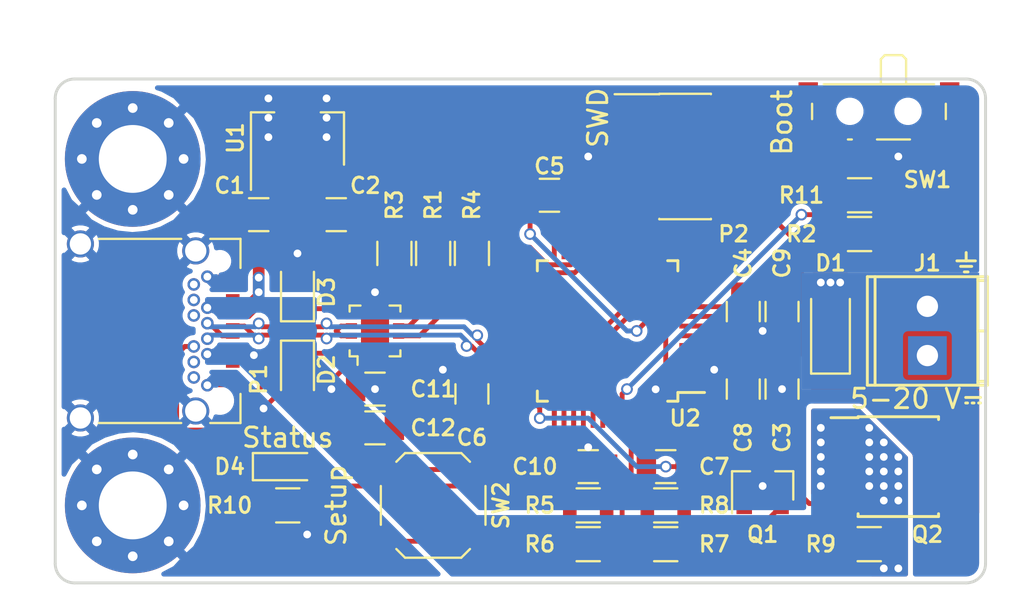
<source format=kicad_pcb>
(kicad_pcb (version 4) (host pcbnew 4.0.6)

  (general
    (links 121)
    (no_connects 0)
    (area 81.424999 56.924999 129.575001 83.075001)
    (thickness 1.6)
    (drawings 10)
    (tracks 428)
    (zones 0)
    (modules 39)
    (nets 65)
  )

  (page USLetter)
  (title_block
    (title "PD Buddy Sink")
    (rev 0.2)
  )

  (layers
    (0 F.Cu signal)
    (31 B.Cu signal)
    (32 B.Adhes user)
    (33 F.Adhes user)
    (34 B.Paste user)
    (35 F.Paste user)
    (36 B.SilkS user)
    (37 F.SilkS user)
    (38 B.Mask user)
    (39 F.Mask user)
    (40 Dwgs.User user)
    (41 Cmts.User user)
    (42 Eco1.User user)
    (43 Eco2.User user)
    (44 Edge.Cuts user)
    (45 Margin user)
    (46 B.CrtYd user)
    (47 F.CrtYd user)
    (48 B.Fab user)
    (49 F.Fab user)
  )

  (setup
    (last_trace_width 0.25)
    (trace_clearance 0.16)
    (zone_clearance 0.254)
    (zone_45_only no)
    (trace_min 0.2)
    (segment_width 0.2)
    (edge_width 0.15)
    (via_size 0.6)
    (via_drill 0.4)
    (via_min_size 0.4)
    (via_min_drill 0.3)
    (uvia_size 0.3)
    (uvia_drill 0.1)
    (uvias_allowed no)
    (uvia_min_size 0.2)
    (uvia_min_drill 0.1)
    (pcb_text_width 0.3)
    (pcb_text_size 1.5 1.5)
    (mod_edge_width 0.15)
    (mod_text_size 0.8 0.8)
    (mod_text_width 0.15)
    (pad_size 1.524 1.524)
    (pad_drill 0.762)
    (pad_to_mask_clearance 0.125)
    (aux_axis_origin 0 0)
    (grid_origin 90 70)
    (visible_elements FFFFFF7F)
    (pcbplotparams
      (layerselection 0x00030_80000001)
      (usegerberextensions false)
      (excludeedgelayer true)
      (linewidth 0.100000)
      (plotframeref false)
      (viasonmask false)
      (mode 1)
      (useauxorigin false)
      (hpglpennumber 1)
      (hpglpenspeed 20)
      (hpglpendiameter 15)
      (hpglpenoverlay 2)
      (psnegative false)
      (psa4output false)
      (plotreference true)
      (plotvalue true)
      (plotinvisibletext false)
      (padsonsilk false)
      (subtractmaskfromsilk false)
      (outputformat 1)
      (mirror false)
      (drillshape 1)
      (scaleselection 1)
      (outputdirectory ""))
  )

  (net 0 "")
  (net 1 VBUS)
  (net 2 GND)
  (net 3 +3V3)
  (net 4 /Microcontroller/nRST)
  (net 5 "/PD PHY/CC2")
  (net 6 "/PD PHY/CC1")
  (net 7 "Net-(P1-PadB8)")
  (net 8 "Net-(P1-PadB3)")
  (net 9 "Net-(P1-PadB10)")
  (net 10 "Net-(P1-PadB2)")
  (net 11 "Net-(P1-PadB11)")
  (net 12 "Net-(P1-PadA2)")
  (net 13 "Net-(P1-PadA3)")
  (net 14 "Net-(P1-PadA10)")
  (net 15 "Net-(P1-PadA8)")
  (net 16 "Net-(P1-PadA11)")
  (net 17 /Microcontroller/SWDIO)
  (net 18 /Microcontroller/SWCLK)
  (net 19 "Net-(P2-Pad6)")
  (net 20 "Net-(P2-Pad7)")
  (net 21 "Net-(P2-Pad8)")
  (net 22 "Net-(Q1-Pad1)")
  (net 23 /Microcontroller/INT_N)
  (net 24 "Net-(R2-Pad1)")
  (net 25 /Microcontroller/SCL)
  (net 26 /Microcontroller/SDA)
  (net 27 "Net-(R5-Pad1)")
  (net 28 /Microcontroller/OUT_CTRL)
  (net 29 "Net-(U2-Pad2)")
  (net 30 "Net-(U2-Pad3)")
  (net 31 "Net-(U2-Pad4)")
  (net 32 "Net-(U2-Pad5)")
  (net 33 "Net-(U2-Pad6)")
  (net 34 "Net-(U2-Pad10)")
  (net 35 "Net-(U2-Pad11)")
  (net 36 "Net-(U2-Pad12)")
  (net 37 "Net-(U2-Pad13)")
  (net 38 "Net-(U2-Pad14)")
  (net 39 "Net-(U2-Pad15)")
  (net 40 "Net-(U2-Pad16)")
  (net 41 "Net-(U2-Pad17)")
  (net 42 "Net-(U2-Pad18)")
  (net 43 "Net-(U2-Pad19)")
  (net 44 "Net-(U2-Pad20)")
  (net 45 "Net-(U2-Pad26)")
  (net 46 "Net-(U2-Pad27)")
  (net 47 "Net-(U2-Pad28)")
  (net 48 "Net-(U2-Pad29)")
  (net 49 "Net-(U2-Pad30)")
  (net 50 "Net-(U2-Pad40)")
  (net 51 "Net-(U2-Pad46)")
  (net 52 VCONN)
  (net 53 "Net-(D4-Pad1)")
  (net 54 /Microcontroller/D+)
  (net 55 /Microcontroller/D-)
  (net 56 /Microcontroller/SETUP)
  (net 57 /Microcontroller/NOPWR)
  (net 58 "Net-(U2-Pad31)")
  (net 59 "Net-(U2-Pad41)")
  (net 60 "Net-(U2-Pad42)")
  (net 61 "Net-(U2-Pad43)")
  (net 62 "Net-(Q1-Pad3)")
  (net 63 "Net-(R11-Pad1)")
  (net 64 /Output/OUT)

  (net_class Default "This is the default net class."
    (clearance 0.16)
    (trace_width 0.25)
    (via_dia 0.6)
    (via_drill 0.4)
    (uvia_dia 0.3)
    (uvia_drill 0.1)
    (add_net +3V3)
    (add_net /Microcontroller/D+)
    (add_net /Microcontroller/D-)
    (add_net /Microcontroller/INT_N)
    (add_net /Microcontroller/NOPWR)
    (add_net /Microcontroller/OUT_CTRL)
    (add_net /Microcontroller/SCL)
    (add_net /Microcontroller/SDA)
    (add_net /Microcontroller/SETUP)
    (add_net /Microcontroller/SWCLK)
    (add_net /Microcontroller/SWDIO)
    (add_net /Microcontroller/nRST)
    (add_net /Output/OUT)
    (add_net "/PD PHY/CC1")
    (add_net "/PD PHY/CC2")
    (add_net GND)
    (add_net "Net-(D4-Pad1)")
    (add_net "Net-(P1-PadA10)")
    (add_net "Net-(P1-PadA11)")
    (add_net "Net-(P1-PadA2)")
    (add_net "Net-(P1-PadA3)")
    (add_net "Net-(P1-PadA8)")
    (add_net "Net-(P1-PadB10)")
    (add_net "Net-(P1-PadB11)")
    (add_net "Net-(P1-PadB2)")
    (add_net "Net-(P1-PadB3)")
    (add_net "Net-(P1-PadB8)")
    (add_net "Net-(P2-Pad6)")
    (add_net "Net-(P2-Pad7)")
    (add_net "Net-(P2-Pad8)")
    (add_net "Net-(Q1-Pad1)")
    (add_net "Net-(Q1-Pad3)")
    (add_net "Net-(R11-Pad1)")
    (add_net "Net-(R2-Pad1)")
    (add_net "Net-(R5-Pad1)")
    (add_net "Net-(U2-Pad10)")
    (add_net "Net-(U2-Pad11)")
    (add_net "Net-(U2-Pad12)")
    (add_net "Net-(U2-Pad13)")
    (add_net "Net-(U2-Pad14)")
    (add_net "Net-(U2-Pad15)")
    (add_net "Net-(U2-Pad16)")
    (add_net "Net-(U2-Pad17)")
    (add_net "Net-(U2-Pad18)")
    (add_net "Net-(U2-Pad19)")
    (add_net "Net-(U2-Pad2)")
    (add_net "Net-(U2-Pad20)")
    (add_net "Net-(U2-Pad26)")
    (add_net "Net-(U2-Pad27)")
    (add_net "Net-(U2-Pad28)")
    (add_net "Net-(U2-Pad29)")
    (add_net "Net-(U2-Pad3)")
    (add_net "Net-(U2-Pad30)")
    (add_net "Net-(U2-Pad31)")
    (add_net "Net-(U2-Pad4)")
    (add_net "Net-(U2-Pad40)")
    (add_net "Net-(U2-Pad41)")
    (add_net "Net-(U2-Pad42)")
    (add_net "Net-(U2-Pad43)")
    (add_net "Net-(U2-Pad46)")
    (add_net "Net-(U2-Pad5)")
    (add_net "Net-(U2-Pad6)")
    (add_net VCONN)
  )

  (net_class Power ""
    (clearance 0.16)
    (trace_width 1.5)
    (via_dia 0.6)
    (via_drill 0.4)
    (uvia_dia 0.3)
    (uvia_drill 0.1)
  )

  (net_class Power_Small ""
    (clearance 0.16)
    (trace_width 0.6)
    (via_dia 0.6)
    (via_drill 0.4)
    (uvia_dia 0.3)
    (uvia_drill 0.1)
    (add_net VBUS)
  )

  (module Mounting_Holes:MountingHole_3.5mm_Pad_Via (layer F.Cu) (tedit 58DEFF23) (tstamp 5892A5A3)
    (at 85.5 79 90)
    (descr "Mounting Hole 3.5mm")
    (tags "mounting hole 3.5mm")
    (path /5892BB4F)
    (fp_text reference MK1 (at 0 -4.5 90) (layer F.Fab)
      (effects (font (size 0.8 0.8) (thickness 0.15)))
    )
    (fp_text value 3.5mm (at 0 4.5 90) (layer F.Fab)
      (effects (font (size 1 1) (thickness 0.15)))
    )
    (fp_circle (center 0 0) (end 3.5 0) (layer Cmts.User) (width 0.15))
    (fp_circle (center 0 0) (end 3.75 0) (layer F.CrtYd) (width 0.05))
    (pad 1 thru_hole circle (at 0 0 90) (size 7 7) (drill 3.5) (layers *.Cu *.Mask)
      (net 2 GND))
    (pad "" thru_hole circle (at 2.625 0 90) (size 0.6 0.6) (drill 0.5) (layers *.Cu *.Mask))
    (pad "" thru_hole circle (at 1.856155 1.856155 90) (size 0.6 0.6) (drill 0.5) (layers *.Cu *.Mask))
    (pad "" thru_hole circle (at 0 2.625 90) (size 0.6 0.6) (drill 0.5) (layers *.Cu *.Mask))
    (pad "" thru_hole circle (at -1.856155 1.856155 90) (size 0.6 0.6) (drill 0.5) (layers *.Cu *.Mask))
    (pad "" thru_hole circle (at -2.625 0 90) (size 0.6 0.6) (drill 0.5) (layers *.Cu *.Mask))
    (pad "" thru_hole circle (at -1.856155 -1.856155 90) (size 0.6 0.6) (drill 0.5) (layers *.Cu *.Mask))
    (pad "" thru_hole circle (at 0 -2.625 90) (size 0.6 0.6) (drill 0.5) (layers *.Cu *.Mask))
    (pad "" thru_hole circle (at 1.856155 -1.856155 90) (size 0.6 0.6) (drill 0.5) (layers *.Cu *.Mask))
  )

  (module Mounting_Holes:MountingHole_3.5mm_Pad_Via (layer F.Cu) (tedit 58DEFF1F) (tstamp 5892A5B2)
    (at 85.5 61.125 90)
    (descr "Mounting Hole 3.5mm")
    (tags "mounting hole 3.5mm")
    (path /5892BC07)
    (fp_text reference MK2 (at 0 -4.5 90) (layer F.Fab)
      (effects (font (size 0.8 0.8) (thickness 0.15)))
    )
    (fp_text value 3.5mm (at 0 4.5 90) (layer F.Fab)
      (effects (font (size 1 1) (thickness 0.15)))
    )
    (fp_circle (center 0 0) (end 3.5 0) (layer Cmts.User) (width 0.15))
    (fp_circle (center 0 0) (end 3.75 0) (layer F.CrtYd) (width 0.05))
    (pad 1 thru_hole circle (at 0 0 90) (size 7 7) (drill 3.5) (layers *.Cu *.Mask)
      (net 2 GND))
    (pad "" thru_hole circle (at 2.625 0 90) (size 0.6 0.6) (drill 0.5) (layers *.Cu *.Mask))
    (pad "" thru_hole circle (at 1.856155 1.856155 90) (size 0.6 0.6) (drill 0.5) (layers *.Cu *.Mask))
    (pad "" thru_hole circle (at 0 2.625 90) (size 0.6 0.6) (drill 0.5) (layers *.Cu *.Mask))
    (pad "" thru_hole circle (at -1.856155 1.856155 90) (size 0.6 0.6) (drill 0.5) (layers *.Cu *.Mask))
    (pad "" thru_hole circle (at -2.625 0 90) (size 0.6 0.6) (drill 0.5) (layers *.Cu *.Mask))
    (pad "" thru_hole circle (at -1.856155 -1.856155 90) (size 0.6 0.6) (drill 0.5) (layers *.Cu *.Mask))
    (pad "" thru_hole circle (at 0 -2.625 90) (size 0.6 0.6) (drill 0.5) (layers *.Cu *.Mask))
    (pad "" thru_hole circle (at 1.856155 -1.856155 90) (size 0.6 0.6) (drill 0.5) (layers *.Cu *.Mask))
  )

  (module LEDs:LED_0805 (layer F.Cu) (tedit 58DEF95B) (tstamp 5892C0EA)
    (at 93.5 77)
    (descr "LED 0805 smd package")
    (tags "LED led 0805 SMD smd SMT smt smdled SMDLED smtled SMTLED")
    (path /588FD270/58931071)
    (attr smd)
    (fp_text reference D4 (at -3 0) (layer F.SilkS)
      (effects (font (size 0.8 0.8) (thickness 0.15)))
    )
    (fp_text value Status (at 0 -1.5) (layer F.SilkS)
      (effects (font (size 1 1) (thickness 0.15)))
    )
    (fp_line (start -1.8 -0.7) (end -1.8 0.7) (layer F.SilkS) (width 0.12))
    (fp_line (start -0.4 -0.4) (end -0.4 0.4) (layer F.Fab) (width 0.1))
    (fp_line (start -0.4 0) (end 0.2 -0.4) (layer F.Fab) (width 0.1))
    (fp_line (start 0.2 0.4) (end -0.4 0) (layer F.Fab) (width 0.1))
    (fp_line (start 0.2 -0.4) (end 0.2 0.4) (layer F.Fab) (width 0.1))
    (fp_line (start 1 0.6) (end -1 0.6) (layer F.Fab) (width 0.1))
    (fp_line (start 1 -0.6) (end 1 0.6) (layer F.Fab) (width 0.1))
    (fp_line (start -1 -0.6) (end 1 -0.6) (layer F.Fab) (width 0.1))
    (fp_line (start -1 0.6) (end -1 -0.6) (layer F.Fab) (width 0.1))
    (fp_line (start -1.8 0.7) (end 1 0.7) (layer F.SilkS) (width 0.12))
    (fp_line (start -1.8 -0.7) (end 1 -0.7) (layer F.SilkS) (width 0.12))
    (fp_line (start 1.95 -0.85) (end 1.95 0.85) (layer F.CrtYd) (width 0.05))
    (fp_line (start 1.95 0.85) (end -1.95 0.85) (layer F.CrtYd) (width 0.05))
    (fp_line (start -1.95 0.85) (end -1.95 -0.85) (layer F.CrtYd) (width 0.05))
    (fp_line (start -1.95 -0.85) (end 1.95 -0.85) (layer F.CrtYd) (width 0.05))
    (pad 2 smd rect (at 1.1 0 180) (size 1.2 1.2) (layers F.Cu F.Paste F.Mask)
      (net 57 /Microcontroller/NOPWR))
    (pad 1 smd rect (at -1.1 0 180) (size 1.2 1.2) (layers F.Cu F.Paste F.Mask)
      (net 53 "Net-(D4-Pad1)"))
    (model LEDs.3dshapes/LED_0805.wrl
      (at (xyz 0 0 0))
      (scale (xyz 1 1 1))
      (rotate (xyz 0 0 0))
    )
  )

  (module Buttons_Switches_SMD:SW_SPDT_PCM12 (layer F.Cu) (tedit 58DEF931) (tstamp 589266BE)
    (at 124 59 180)
    (descr "Ultraminiature Surface Mount Slide Switch")
    (path /588FD270/589013E6)
    (attr smd)
    (fp_text reference SW1 (at -2.5 -3.2 180) (layer F.SilkS)
      (effects (font (size 0.8 0.8) (thickness 0.15)))
    )
    (fp_text value Boot (at 5 -0.25 270) (layer F.SilkS)
      (effects (font (size 1 1) (thickness 0.15)))
    )
    (fp_text user %R (at 0 -3.2 180) (layer F.Fab)
      (effects (font (size 1 1) (thickness 0.15)))
    )
    (fp_line (start -1.4 1.65) (end -1.4 2.95) (layer F.Fab) (width 0.1))
    (fp_line (start -1.4 2.95) (end -1.2 3.15) (layer F.Fab) (width 0.1))
    (fp_line (start -1.2 3.15) (end -0.35 3.15) (layer F.Fab) (width 0.1))
    (fp_line (start -0.35 3.15) (end -0.15 2.95) (layer F.Fab) (width 0.1))
    (fp_line (start -0.15 2.95) (end -0.1 2.9) (layer F.Fab) (width 0.1))
    (fp_line (start -0.1 2.9) (end -0.1 1.6) (layer F.Fab) (width 0.1))
    (fp_line (start -3.35 -1) (end -3.35 1.6) (layer F.Fab) (width 0.1))
    (fp_line (start -3.35 1.6) (end 3.35 1.6) (layer F.Fab) (width 0.1))
    (fp_line (start 3.35 1.6) (end 3.35 -1) (layer F.Fab) (width 0.1))
    (fp_line (start 3.35 -1) (end -3.35 -1) (layer F.Fab) (width 0.1))
    (fp_line (start 1.4 -1.12) (end 1.6 -1.12) (layer F.SilkS) (width 0.12))
    (fp_line (start -4.4 -2.45) (end 4.4 -2.45) (layer F.CrtYd) (width 0.05))
    (fp_line (start 4.4 -2.45) (end 4.4 2.1) (layer F.CrtYd) (width 0.05))
    (fp_line (start 4.4 2.1) (end 1.65 2.1) (layer F.CrtYd) (width 0.05))
    (fp_line (start 1.65 2.1) (end 1.65 3.4) (layer F.CrtYd) (width 0.05))
    (fp_line (start 1.65 3.4) (end -1.65 3.4) (layer F.CrtYd) (width 0.05))
    (fp_line (start -1.65 3.4) (end -1.65 2.1) (layer F.CrtYd) (width 0.05))
    (fp_line (start -1.65 2.1) (end -4.4 2.1) (layer F.CrtYd) (width 0.05))
    (fp_line (start -4.4 2.1) (end -4.4 -2.45) (layer F.CrtYd) (width 0.05))
    (fp_line (start -1.4 3.02) (end -1.2 3.23) (layer F.SilkS) (width 0.12))
    (fp_line (start -0.1 3.02) (end -0.3 3.23) (layer F.SilkS) (width 0.12))
    (fp_line (start -1.4 1.73) (end -1.4 3.02) (layer F.SilkS) (width 0.12))
    (fp_line (start -1.2 3.23) (end -0.3 3.23) (layer F.SilkS) (width 0.12))
    (fp_line (start -0.1 3.02) (end -0.1 1.73) (layer F.SilkS) (width 0.12))
    (fp_line (start -2.85 1.73) (end 2.85 1.73) (layer F.SilkS) (width 0.12))
    (fp_line (start -1.6 -1.12) (end 0.1 -1.12) (layer F.SilkS) (width 0.12))
    (fp_line (start -3.45 -0.07) (end -3.45 0.72) (layer F.SilkS) (width 0.12))
    (fp_line (start 3.45 0.72) (end 3.45 -0.07) (layer F.SilkS) (width 0.12))
    (pad "" np_thru_hole circle (at -1.5 0.33 180) (size 0.9 0.9) (drill 0.9) (layers *.Cu *.Mask))
    (pad "" np_thru_hole circle (at 1.5 0.33 180) (size 0.9 0.9) (drill 0.9) (layers *.Cu *.Mask))
    (pad 1 smd rect (at -2.25 -1.43 180) (size 0.7 1.5) (layers F.Cu F.Paste F.Mask)
      (net 2 GND))
    (pad 2 smd rect (at 0.75 -1.43 180) (size 0.7 1.5) (layers F.Cu F.Paste F.Mask)
      (net 63 "Net-(R11-Pad1)"))
    (pad 3 smd rect (at 2.25 -1.43 180) (size 0.7 1.5) (layers F.Cu F.Paste F.Mask)
      (net 3 +3V3))
    (pad "" smd rect (at -3.65 1.43 180) (size 1 0.8) (layers F.Cu F.Paste F.Mask))
    (pad "" smd rect (at 3.65 1.43 180) (size 1 0.8) (layers F.Cu F.Paste F.Mask))
    (pad "" smd rect (at 3.65 -0.78 180) (size 1 0.8) (layers F.Cu F.Paste F.Mask))
    (pad "" smd rect (at -3.65 -0.78 180) (size 1 0.8) (layers F.Cu F.Paste F.Mask))
  )

  (module Housings_QFP:LQFP-48_7x7mm_Pitch0.5mm (layer F.Cu) (tedit 54130A77) (tstamp 58926732)
    (at 110 70 180)
    (descr "48 LEAD LQFP 7x7mm (see MICREL LQFP7x7-48LD-PL-1.pdf)")
    (tags "QFP 0.5")
    (path /588FD270/588FD426)
    (attr smd)
    (fp_text reference U2 (at -4 -4.5 180) (layer F.SilkS)
      (effects (font (size 0.8 0.8) (thickness 0.15)))
    )
    (fp_text value STM32F072CBTx (at 0 6 180) (layer F.Fab)
      (effects (font (size 1 1) (thickness 0.15)))
    )
    (fp_text user %R (at 0 0 180) (layer F.Fab)
      (effects (font (size 1 1) (thickness 0.15)))
    )
    (fp_line (start -2.5 -3.5) (end 3.5 -3.5) (layer F.Fab) (width 0.15))
    (fp_line (start 3.5 -3.5) (end 3.5 3.5) (layer F.Fab) (width 0.15))
    (fp_line (start 3.5 3.5) (end -3.5 3.5) (layer F.Fab) (width 0.15))
    (fp_line (start -3.5 3.5) (end -3.5 -2.5) (layer F.Fab) (width 0.15))
    (fp_line (start -3.5 -2.5) (end -2.5 -3.5) (layer F.Fab) (width 0.15))
    (fp_line (start -5.25 -5.25) (end -5.25 5.25) (layer F.CrtYd) (width 0.05))
    (fp_line (start 5.25 -5.25) (end 5.25 5.25) (layer F.CrtYd) (width 0.05))
    (fp_line (start -5.25 -5.25) (end 5.25 -5.25) (layer F.CrtYd) (width 0.05))
    (fp_line (start -5.25 5.25) (end 5.25 5.25) (layer F.CrtYd) (width 0.05))
    (fp_line (start -3.625 -3.625) (end -3.625 -3.175) (layer F.SilkS) (width 0.15))
    (fp_line (start 3.625 -3.625) (end 3.625 -3.1) (layer F.SilkS) (width 0.15))
    (fp_line (start 3.625 3.625) (end 3.625 3.1) (layer F.SilkS) (width 0.15))
    (fp_line (start -3.625 3.625) (end -3.625 3.1) (layer F.SilkS) (width 0.15))
    (fp_line (start -3.625 -3.625) (end -3.1 -3.625) (layer F.SilkS) (width 0.15))
    (fp_line (start -3.625 3.625) (end -3.1 3.625) (layer F.SilkS) (width 0.15))
    (fp_line (start 3.625 3.625) (end 3.1 3.625) (layer F.SilkS) (width 0.15))
    (fp_line (start 3.625 -3.625) (end 3.1 -3.625) (layer F.SilkS) (width 0.15))
    (fp_line (start -3.625 -3.175) (end -5 -3.175) (layer F.SilkS) (width 0.15))
    (pad 1 smd rect (at -4.35 -2.75 180) (size 1.3 0.25) (layers F.Cu F.Paste F.Mask)
      (net 3 +3V3))
    (pad 2 smd rect (at -4.35 -2.25 180) (size 1.3 0.25) (layers F.Cu F.Paste F.Mask)
      (net 29 "Net-(U2-Pad2)"))
    (pad 3 smd rect (at -4.35 -1.75 180) (size 1.3 0.25) (layers F.Cu F.Paste F.Mask)
      (net 30 "Net-(U2-Pad3)"))
    (pad 4 smd rect (at -4.35 -1.25 180) (size 1.3 0.25) (layers F.Cu F.Paste F.Mask)
      (net 31 "Net-(U2-Pad4)"))
    (pad 5 smd rect (at -4.35 -0.75 180) (size 1.3 0.25) (layers F.Cu F.Paste F.Mask)
      (net 32 "Net-(U2-Pad5)"))
    (pad 6 smd rect (at -4.35 -0.25 180) (size 1.3 0.25) (layers F.Cu F.Paste F.Mask)
      (net 33 "Net-(U2-Pad6)"))
    (pad 7 smd rect (at -4.35 0.25 180) (size 1.3 0.25) (layers F.Cu F.Paste F.Mask)
      (net 4 /Microcontroller/nRST))
    (pad 8 smd rect (at -4.35 0.75 180) (size 1.3 0.25) (layers F.Cu F.Paste F.Mask)
      (net 2 GND))
    (pad 9 smd rect (at -4.35 1.25 180) (size 1.3 0.25) (layers F.Cu F.Paste F.Mask)
      (net 3 +3V3))
    (pad 10 smd rect (at -4.35 1.75 180) (size 1.3 0.25) (layers F.Cu F.Paste F.Mask)
      (net 34 "Net-(U2-Pad10)"))
    (pad 11 smd rect (at -4.35 2.25 180) (size 1.3 0.25) (layers F.Cu F.Paste F.Mask)
      (net 35 "Net-(U2-Pad11)"))
    (pad 12 smd rect (at -4.35 2.75 180) (size 1.3 0.25) (layers F.Cu F.Paste F.Mask)
      (net 36 "Net-(U2-Pad12)"))
    (pad 13 smd rect (at -2.75 4.35 270) (size 1.3 0.25) (layers F.Cu F.Paste F.Mask)
      (net 37 "Net-(U2-Pad13)"))
    (pad 14 smd rect (at -2.25 4.35 270) (size 1.3 0.25) (layers F.Cu F.Paste F.Mask)
      (net 38 "Net-(U2-Pad14)"))
    (pad 15 smd rect (at -1.75 4.35 270) (size 1.3 0.25) (layers F.Cu F.Paste F.Mask)
      (net 39 "Net-(U2-Pad15)"))
    (pad 16 smd rect (at -1.25 4.35 270) (size 1.3 0.25) (layers F.Cu F.Paste F.Mask)
      (net 40 "Net-(U2-Pad16)"))
    (pad 17 smd rect (at -0.75 4.35 270) (size 1.3 0.25) (layers F.Cu F.Paste F.Mask)
      (net 41 "Net-(U2-Pad17)"))
    (pad 18 smd rect (at -0.25 4.35 270) (size 1.3 0.25) (layers F.Cu F.Paste F.Mask)
      (net 42 "Net-(U2-Pad18)"))
    (pad 19 smd rect (at 0.25 4.35 270) (size 1.3 0.25) (layers F.Cu F.Paste F.Mask)
      (net 43 "Net-(U2-Pad19)"))
    (pad 20 smd rect (at 0.75 4.35 270) (size 1.3 0.25) (layers F.Cu F.Paste F.Mask)
      (net 44 "Net-(U2-Pad20)"))
    (pad 21 smd rect (at 1.25 4.35 270) (size 1.3 0.25) (layers F.Cu F.Paste F.Mask)
      (net 25 /Microcontroller/SCL))
    (pad 22 smd rect (at 1.75 4.35 270) (size 1.3 0.25) (layers F.Cu F.Paste F.Mask)
      (net 26 /Microcontroller/SDA))
    (pad 23 smd rect (at 2.25 4.35 270) (size 1.3 0.25) (layers F.Cu F.Paste F.Mask)
      (net 2 GND))
    (pad 24 smd rect (at 2.75 4.35 270) (size 1.3 0.25) (layers F.Cu F.Paste F.Mask)
      (net 3 +3V3))
    (pad 25 smd rect (at 4.35 2.75 180) (size 1.3 0.25) (layers F.Cu F.Paste F.Mask)
      (net 23 /Microcontroller/INT_N))
    (pad 26 smd rect (at 4.35 2.25 180) (size 1.3 0.25) (layers F.Cu F.Paste F.Mask)
      (net 45 "Net-(U2-Pad26)"))
    (pad 27 smd rect (at 4.35 1.75 180) (size 1.3 0.25) (layers F.Cu F.Paste F.Mask)
      (net 46 "Net-(U2-Pad27)"))
    (pad 28 smd rect (at 4.35 1.25 180) (size 1.3 0.25) (layers F.Cu F.Paste F.Mask)
      (net 47 "Net-(U2-Pad28)"))
    (pad 29 smd rect (at 4.35 0.75 180) (size 1.3 0.25) (layers F.Cu F.Paste F.Mask)
      (net 48 "Net-(U2-Pad29)"))
    (pad 30 smd rect (at 4.35 0.25 180) (size 1.3 0.25) (layers F.Cu F.Paste F.Mask)
      (net 49 "Net-(U2-Pad30)"))
    (pad 31 smd rect (at 4.35 -0.25 180) (size 1.3 0.25) (layers F.Cu F.Paste F.Mask)
      (net 58 "Net-(U2-Pad31)"))
    (pad 32 smd rect (at 4.35 -0.75 180) (size 1.3 0.25) (layers F.Cu F.Paste F.Mask)
      (net 55 /Microcontroller/D-))
    (pad 33 smd rect (at 4.35 -1.25 180) (size 1.3 0.25) (layers F.Cu F.Paste F.Mask)
      (net 54 /Microcontroller/D+))
    (pad 34 smd rect (at 4.35 -1.75 180) (size 1.3 0.25) (layers F.Cu F.Paste F.Mask)
      (net 17 /Microcontroller/SWDIO))
    (pad 35 smd rect (at 4.35 -2.25 180) (size 1.3 0.25) (layers F.Cu F.Paste F.Mask)
      (net 2 GND))
    (pad 36 smd rect (at 4.35 -2.75 180) (size 1.3 0.25) (layers F.Cu F.Paste F.Mask)
      (net 3 +3V3))
    (pad 37 smd rect (at 2.75 -4.35 270) (size 1.3 0.25) (layers F.Cu F.Paste F.Mask)
      (net 18 /Microcontroller/SWCLK))
    (pad 38 smd rect (at 2.25 -4.35 270) (size 1.3 0.25) (layers F.Cu F.Paste F.Mask)
      (net 57 /Microcontroller/NOPWR))
    (pad 39 smd rect (at 1.75 -4.35 270) (size 1.3 0.25) (layers F.Cu F.Paste F.Mask)
      (net 56 /Microcontroller/SETUP))
    (pad 40 smd rect (at 1.25 -4.35 270) (size 1.3 0.25) (layers F.Cu F.Paste F.Mask)
      (net 50 "Net-(U2-Pad40)"))
    (pad 41 smd rect (at 0.75 -4.35 270) (size 1.3 0.25) (layers F.Cu F.Paste F.Mask)
      (net 59 "Net-(U2-Pad41)"))
    (pad 42 smd rect (at 0.25 -4.35 270) (size 1.3 0.25) (layers F.Cu F.Paste F.Mask)
      (net 60 "Net-(U2-Pad42)"))
    (pad 43 smd rect (at -0.25 -4.35 270) (size 1.3 0.25) (layers F.Cu F.Paste F.Mask)
      (net 61 "Net-(U2-Pad43)"))
    (pad 44 smd rect (at -0.75 -4.35 270) (size 1.3 0.25) (layers F.Cu F.Paste F.Mask)
      (net 24 "Net-(R2-Pad1)"))
    (pad 45 smd rect (at -1.25 -4.35 270) (size 1.3 0.25) (layers F.Cu F.Paste F.Mask)
      (net 28 /Microcontroller/OUT_CTRL))
    (pad 46 smd rect (at -1.75 -4.35 270) (size 1.3 0.25) (layers F.Cu F.Paste F.Mask)
      (net 51 "Net-(U2-Pad46)"))
    (pad 47 smd rect (at -2.25 -4.35 270) (size 1.3 0.25) (layers F.Cu F.Paste F.Mask)
      (net 2 GND))
    (pad 48 smd rect (at -2.75 -4.35 270) (size 1.3 0.25) (layers F.Cu F.Paste F.Mask)
      (net 3 +3V3))
    (model Housings_QFP.3dshapes/LQFP-48_7x7mm_Pitch0.5mm.wrl
      (at (xyz 0 0 0))
      (scale (xyz 1 1 1))
      (rotate (xyz 0 0 0))
    )
  )

  (module Connectors_Terminal_Blocks:TerminalBlock_Pheonix_MPT-2.54mm_2pol (layer F.Cu) (tedit 58DEF94C) (tstamp 58926570)
    (at 126.5 71.27 90)
    (descr "2-way 2.54mm pitch terminal block, Phoenix MPT series")
    (path /588FA3A4/588FA688)
    (fp_text reference J1 (at 4.77 0 180) (layer F.SilkS)
      (effects (font (size 0.8 0.8) (thickness 0.15)))
    )
    (fp_text value "5-20 V⎓" (at -2.23 -0.5 180) (layer F.SilkS)
      (effects (font (size 1 1) (thickness 0.15)))
    )
    (fp_line (start -1.7 -3.3) (end 4.3 -3.3) (layer F.CrtYd) (width 0.05))
    (fp_line (start -1.7 3.3) (end -1.7 -3.3) (layer F.CrtYd) (width 0.05))
    (fp_line (start 4.3 3.3) (end -1.7 3.3) (layer F.CrtYd) (width 0.05))
    (fp_line (start 4.3 -3.3) (end 4.3 3.3) (layer F.CrtYd) (width 0.05))
    (fp_line (start 4.06908 2.60096) (end -1.52908 2.60096) (layer F.SilkS) (width 0.15))
    (fp_line (start -1.33096 3.0988) (end -1.33096 2.60096) (layer F.SilkS) (width 0.15))
    (fp_line (start 3.87096 2.60096) (end 3.87096 3.0988) (layer F.SilkS) (width 0.15))
    (fp_line (start 1.27 3.0988) (end 1.27 2.60096) (layer F.SilkS) (width 0.15))
    (fp_line (start -1.52908 -2.70002) (end 4.06908 -2.70002) (layer F.SilkS) (width 0.15))
    (fp_line (start -1.52908 3.0988) (end 4.06908 3.0988) (layer F.SilkS) (width 0.15))
    (fp_line (start 4.06908 3.0988) (end 4.06908 -3.0988) (layer F.SilkS) (width 0.15))
    (fp_line (start 4.06908 -3.0988) (end -1.52908 -3.0988) (layer F.SilkS) (width 0.15))
    (fp_line (start -1.52908 -3.0988) (end -1.52908 3.0988) (layer F.SilkS) (width 0.15))
    (pad 2 thru_hole oval (at 2.54 0 90) (size 1.99898 1.99898) (drill 1.09728) (layers *.Cu *.Mask)
      (net 2 GND))
    (pad 1 thru_hole rect (at 0 0 90) (size 1.99898 1.99898) (drill 1.09728) (layers *.Cu *.Mask)
      (net 64 /Output/OUT))
    (model Terminal_Blocks.3dshapes/TerminalBlock_Pheonix_MPT-2.54mm_2pol.wrl
      (at (xyz 0.05 0 0))
      (scale (xyz 1 1 1))
      (rotate (xyz 0 0 0))
    )
  )

  (module Housings_SOIC:SOIC-8_3.9x4.9mm_Pitch1.27mm (layer F.Cu) (tedit 58CD0CDA) (tstamp 5892660D)
    (at 125 77)
    (descr "8-Lead Plastic Small Outline (SN) - Narrow, 3.90 mm Body [SOIC] (see Microchip Packaging Specification 00000049BS.pdf)")
    (tags "SOIC 1.27")
    (path /588FA3A4/588FA570)
    (attr smd)
    (fp_text reference Q2 (at 1.5 3.5) (layer F.SilkS)
      (effects (font (size 0.8 0.8) (thickness 0.15)))
    )
    (fp_text value DMP4015SSS (at 0 3.5) (layer F.Fab)
      (effects (font (size 1 1) (thickness 0.15)))
    )
    (fp_text user %R (at 0 0) (layer F.Fab)
      (effects (font (size 1 1) (thickness 0.15)))
    )
    (fp_line (start -0.95 -2.45) (end 1.95 -2.45) (layer F.Fab) (width 0.1))
    (fp_line (start 1.95 -2.45) (end 1.95 2.45) (layer F.Fab) (width 0.1))
    (fp_line (start 1.95 2.45) (end -1.95 2.45) (layer F.Fab) (width 0.1))
    (fp_line (start -1.95 2.45) (end -1.95 -1.45) (layer F.Fab) (width 0.1))
    (fp_line (start -1.95 -1.45) (end -0.95 -2.45) (layer F.Fab) (width 0.1))
    (fp_line (start -3.73 -2.7) (end -3.73 2.7) (layer F.CrtYd) (width 0.05))
    (fp_line (start 3.73 -2.7) (end 3.73 2.7) (layer F.CrtYd) (width 0.05))
    (fp_line (start -3.73 -2.7) (end 3.73 -2.7) (layer F.CrtYd) (width 0.05))
    (fp_line (start -3.73 2.7) (end 3.73 2.7) (layer F.CrtYd) (width 0.05))
    (fp_line (start -2.075 -2.575) (end -2.075 -2.525) (layer F.SilkS) (width 0.15))
    (fp_line (start 2.075 -2.575) (end 2.075 -2.43) (layer F.SilkS) (width 0.15))
    (fp_line (start 2.075 2.575) (end 2.075 2.43) (layer F.SilkS) (width 0.15))
    (fp_line (start -2.075 2.575) (end -2.075 2.43) (layer F.SilkS) (width 0.15))
    (fp_line (start -2.075 -2.575) (end 2.075 -2.575) (layer F.SilkS) (width 0.15))
    (fp_line (start -2.075 2.575) (end 2.075 2.575) (layer F.SilkS) (width 0.15))
    (fp_line (start -2.075 -2.525) (end -3.475 -2.525) (layer F.SilkS) (width 0.15))
    (pad 1 smd rect (at -2.7 -1.905) (size 1.55 0.6) (layers F.Cu F.Paste F.Mask)
      (net 1 VBUS))
    (pad 2 smd rect (at -2.7 -0.635) (size 1.55 0.6) (layers F.Cu F.Paste F.Mask)
      (net 1 VBUS))
    (pad 3 smd rect (at -2.7 0.635) (size 1.55 0.6) (layers F.Cu F.Paste F.Mask)
      (net 1 VBUS))
    (pad 4 smd rect (at -2.7 1.905) (size 1.55 0.6) (layers F.Cu F.Paste F.Mask)
      (net 62 "Net-(Q1-Pad3)"))
    (pad 5 smd rect (at 2.7 1.905) (size 1.55 0.6) (layers F.Cu F.Paste F.Mask)
      (net 64 /Output/OUT))
    (pad 6 smd rect (at 2.7 0.635) (size 1.55 0.6) (layers F.Cu F.Paste F.Mask)
      (net 64 /Output/OUT))
    (pad 7 smd rect (at 2.7 -0.635) (size 1.55 0.6) (layers F.Cu F.Paste F.Mask)
      (net 64 /Output/OUT))
    (pad 8 smd rect (at 2.7 -1.905) (size 1.55 0.6) (layers F.Cu F.Paste F.Mask)
      (net 64 /Output/OUT))
    (model Housings_SOIC.3dshapes/SOIC-8_3.9x4.9mm_Pitch1.27mm.wrl
      (at (xyz 0 0 0))
      (scale (xyz 1 1 1))
      (rotate (xyz 0 0 0))
    )
  )

  (module TO_SOT_Packages_SMD:SOT-23 (layer F.Cu) (tedit 58CE4E7E) (tstamp 589265F1)
    (at 118 78 90)
    (descr "SOT-23, Standard")
    (tags SOT-23)
    (path /588FA3A4/588FA577)
    (attr smd)
    (fp_text reference Q1 (at -2.5 0 180) (layer F.SilkS)
      (effects (font (size 0.8 0.8) (thickness 0.15)))
    )
    (fp_text value MMBT2222ALT1G (at 0 2.5 90) (layer F.Fab)
      (effects (font (size 1 1) (thickness 0.15)))
    )
    (fp_text user %R (at 0 0 90) (layer F.Fab)
      (effects (font (size 0.5 0.5) (thickness 0.075)))
    )
    (fp_line (start -0.7 -0.95) (end -0.7 1.5) (layer F.Fab) (width 0.1))
    (fp_line (start -0.15 -1.52) (end 0.7 -1.52) (layer F.Fab) (width 0.1))
    (fp_line (start -0.7 -0.95) (end -0.15 -1.52) (layer F.Fab) (width 0.1))
    (fp_line (start 0.7 -1.52) (end 0.7 1.52) (layer F.Fab) (width 0.1))
    (fp_line (start -0.7 1.52) (end 0.7 1.52) (layer F.Fab) (width 0.1))
    (fp_line (start 0.76 1.58) (end 0.76 0.65) (layer F.SilkS) (width 0.12))
    (fp_line (start 0.76 -1.58) (end 0.76 -0.65) (layer F.SilkS) (width 0.12))
    (fp_line (start -1.7 -1.75) (end 1.7 -1.75) (layer F.CrtYd) (width 0.05))
    (fp_line (start 1.7 -1.75) (end 1.7 1.75) (layer F.CrtYd) (width 0.05))
    (fp_line (start 1.7 1.75) (end -1.7 1.75) (layer F.CrtYd) (width 0.05))
    (fp_line (start -1.7 1.75) (end -1.7 -1.75) (layer F.CrtYd) (width 0.05))
    (fp_line (start 0.76 -1.58) (end -1.4 -1.58) (layer F.SilkS) (width 0.12))
    (fp_line (start 0.76 1.58) (end -0.7 1.58) (layer F.SilkS) (width 0.12))
    (pad 1 smd rect (at -1 -0.95 90) (size 0.9 0.8) (layers F.Cu F.Paste F.Mask)
      (net 22 "Net-(Q1-Pad1)"))
    (pad 2 smd rect (at -1 0.95 90) (size 0.9 0.8) (layers F.Cu F.Paste F.Mask)
      (net 2 GND))
    (pad 3 smd rect (at 1 0 90) (size 0.9 0.8) (layers F.Cu F.Paste F.Mask)
      (net 62 "Net-(Q1-Pad3)"))
    (model ${KISYS3DMOD}/TO_SOT_Packages_SMD.3dshapes/SOT-23.wrl
      (at (xyz 0 0 0))
      (scale (xyz 1 1 1))
      (rotate (xyz 0 0 90))
    )
  )

  (module Diodes_SMD:D_SOD-323 (layer F.Cu) (tedit 58641739) (tstamp 58926546)
    (at 94 72 270)
    (descr SOD-323)
    (tags SOD-323)
    (path /588FB1D7/588FB3E3)
    (attr smd)
    (fp_text reference D2 (at 0 -1.5 270) (layer F.SilkS)
      (effects (font (size 0.8 0.8) (thickness 0.15)))
    )
    (fp_text value CZRF52C5V6 (at 0.1 1.9 270) (layer F.Fab)
      (effects (font (size 1 1) (thickness 0.15)))
    )
    (fp_line (start -1.5 -0.85) (end -1.5 0.85) (layer F.SilkS) (width 0.12))
    (fp_line (start 0.2 0) (end 0.45 0) (layer F.Fab) (width 0.1))
    (fp_line (start 0.2 0.35) (end -0.3 0) (layer F.Fab) (width 0.1))
    (fp_line (start 0.2 -0.35) (end 0.2 0.35) (layer F.Fab) (width 0.1))
    (fp_line (start -0.3 0) (end 0.2 -0.35) (layer F.Fab) (width 0.1))
    (fp_line (start -0.3 0) (end -0.5 0) (layer F.Fab) (width 0.1))
    (fp_line (start -0.3 -0.35) (end -0.3 0.35) (layer F.Fab) (width 0.1))
    (fp_line (start -0.9 0.7) (end -0.9 -0.7) (layer F.Fab) (width 0.1))
    (fp_line (start 0.9 0.7) (end -0.9 0.7) (layer F.Fab) (width 0.1))
    (fp_line (start 0.9 -0.7) (end 0.9 0.7) (layer F.Fab) (width 0.1))
    (fp_line (start -0.9 -0.7) (end 0.9 -0.7) (layer F.Fab) (width 0.1))
    (fp_line (start -1.6 -0.95) (end 1.6 -0.95) (layer F.CrtYd) (width 0.05))
    (fp_line (start 1.6 -0.95) (end 1.6 0.95) (layer F.CrtYd) (width 0.05))
    (fp_line (start -1.6 0.95) (end 1.6 0.95) (layer F.CrtYd) (width 0.05))
    (fp_line (start -1.6 -0.95) (end -1.6 0.95) (layer F.CrtYd) (width 0.05))
    (fp_line (start -1.5 0.85) (end 1.05 0.85) (layer F.SilkS) (width 0.12))
    (fp_line (start -1.5 -0.85) (end 1.05 -0.85) (layer F.SilkS) (width 0.12))
    (pad 1 smd rect (at -1.05 0 270) (size 0.6 0.45) (layers F.Cu F.Paste F.Mask)
      (net 5 "/PD PHY/CC2"))
    (pad 2 smd rect (at 1.05 0 270) (size 0.6 0.45) (layers F.Cu F.Paste F.Mask)
      (net 2 GND))
    (model Diodes_SMD.3dshapes/D_SOD-323.wrl
      (at (xyz 0 0 0))
      (scale (xyz 1 1 1))
      (rotate (xyz 0 0 180))
    )
  )

  (module Diodes_SMD:D_SOD-323 (layer F.Cu) (tedit 58641739) (tstamp 5892655D)
    (at 94 68 90)
    (descr SOD-323)
    (tags SOD-323)
    (path /588FB1D7/588FB500)
    (attr smd)
    (fp_text reference D3 (at 0 1.5 90) (layer F.SilkS)
      (effects (font (size 0.8 0.8) (thickness 0.15)))
    )
    (fp_text value CZRF52C5V6 (at 0.1 1.9 90) (layer F.Fab)
      (effects (font (size 1 1) (thickness 0.15)))
    )
    (fp_line (start -1.5 -0.85) (end -1.5 0.85) (layer F.SilkS) (width 0.12))
    (fp_line (start 0.2 0) (end 0.45 0) (layer F.Fab) (width 0.1))
    (fp_line (start 0.2 0.35) (end -0.3 0) (layer F.Fab) (width 0.1))
    (fp_line (start 0.2 -0.35) (end 0.2 0.35) (layer F.Fab) (width 0.1))
    (fp_line (start -0.3 0) (end 0.2 -0.35) (layer F.Fab) (width 0.1))
    (fp_line (start -0.3 0) (end -0.5 0) (layer F.Fab) (width 0.1))
    (fp_line (start -0.3 -0.35) (end -0.3 0.35) (layer F.Fab) (width 0.1))
    (fp_line (start -0.9 0.7) (end -0.9 -0.7) (layer F.Fab) (width 0.1))
    (fp_line (start 0.9 0.7) (end -0.9 0.7) (layer F.Fab) (width 0.1))
    (fp_line (start 0.9 -0.7) (end 0.9 0.7) (layer F.Fab) (width 0.1))
    (fp_line (start -0.9 -0.7) (end 0.9 -0.7) (layer F.Fab) (width 0.1))
    (fp_line (start -1.6 -0.95) (end 1.6 -0.95) (layer F.CrtYd) (width 0.05))
    (fp_line (start 1.6 -0.95) (end 1.6 0.95) (layer F.CrtYd) (width 0.05))
    (fp_line (start -1.6 0.95) (end 1.6 0.95) (layer F.CrtYd) (width 0.05))
    (fp_line (start -1.6 -0.95) (end -1.6 0.95) (layer F.CrtYd) (width 0.05))
    (fp_line (start -1.5 0.85) (end 1.05 0.85) (layer F.SilkS) (width 0.12))
    (fp_line (start -1.5 -0.85) (end 1.05 -0.85) (layer F.SilkS) (width 0.12))
    (pad 1 smd rect (at -1.05 0 90) (size 0.6 0.45) (layers F.Cu F.Paste F.Mask)
      (net 6 "/PD PHY/CC1"))
    (pad 2 smd rect (at 1.05 0 90) (size 0.6 0.45) (layers F.Cu F.Paste F.Mask)
      (net 2 GND))
    (model Diodes_SMD.3dshapes/D_SOD-323.wrl
      (at (xyz 0 0 0))
      (scale (xyz 1 1 1))
      (rotate (xyz 0 0 180))
    )
  )

  (module TO_SOT_Packages_SMD:SOT89-3_Housing (layer F.Cu) (tedit 58CE4E7F) (tstamp 589266EB)
    (at 94 60.5 90)
    (descr "SOT89-3, Housing,")
    (tags "SOT89-3 Housing ")
    (path /588F9A21/588FA408)
    (attr smd)
    (fp_text reference U1 (at 0.45 -3.2 90) (layer F.SilkS)
      (effects (font (size 0.8 0.8) (thickness 0.15)))
    )
    (fp_text value AP2204R-3.3TRG1 (at 0.45 3.25 90) (layer F.Fab)
      (effects (font (size 1 1) (thickness 0.15)))
    )
    (fp_text user %R (at 0.38 0 90) (layer F.Fab)
      (effects (font (size 0.6 0.6) (thickness 0.09)))
    )
    (fp_line (start 1.78 1.2) (end 1.78 2.4) (layer F.SilkS) (width 0.12))
    (fp_line (start 1.78 2.4) (end -0.92 2.4) (layer F.SilkS) (width 0.12))
    (fp_line (start -2.22 -2.4) (end 1.78 -2.4) (layer F.SilkS) (width 0.12))
    (fp_line (start 1.78 -2.4) (end 1.78 -1.2) (layer F.SilkS) (width 0.12))
    (fp_line (start -0.92 -1.51) (end -0.13 -2.3) (layer F.Fab) (width 0.1))
    (fp_line (start 1.68 -2.3) (end 1.68 2.3) (layer F.Fab) (width 0.1))
    (fp_line (start 1.68 2.3) (end -0.92 2.3) (layer F.Fab) (width 0.1))
    (fp_line (start -0.92 2.3) (end -0.92 -1.51) (layer F.Fab) (width 0.1))
    (fp_line (start -0.13 -2.3) (end 1.68 -2.3) (layer F.Fab) (width 0.1))
    (fp_line (start 3.23 -2.55) (end 3.23 2.55) (layer F.CrtYd) (width 0.05))
    (fp_line (start 3.23 -2.55) (end -2.48 -2.55) (layer F.CrtYd) (width 0.05))
    (fp_line (start -2.48 2.55) (end 3.23 2.55) (layer F.CrtYd) (width 0.05))
    (fp_line (start -2.48 2.55) (end -2.48 -2.55) (layer F.CrtYd) (width 0.05))
    (pad 1 smd rect (at -1.48 -1.5) (size 1 1.5) (layers F.Cu F.Paste F.Mask)
      (net 1 VBUS))
    (pad 2 smd rect (at -1.48 0) (size 1 1.5) (layers F.Cu F.Paste F.Mask)
      (net 2 GND))
    (pad 3 smd rect (at -1.48 1.5) (size 1 1.5) (layers F.Cu F.Paste F.Mask)
      (net 3 +3V3))
    (pad 2 smd rect (at 1.48 0) (size 2 3) (layers F.Cu F.Paste F.Mask)
      (net 2 GND))
    (pad 2 smd trapezoid (at -0.37 0 180) (size 1.5 0.75) (rect_delta 0 0.5 ) (layers F.Cu F.Paste F.Mask)
      (net 2 GND))
    (model ${KISYS3DMOD}/TO_SOT_Packages_SMD.3dshapes/SOT89-3_Housing.wrl
      (at (xyz 0.02 0 0))
      (scale (xyz 0.39 0.39 0.39))
      (rotate (xyz 0 0 90))
    )
  )

  (module Pin_Headers:Pin_Header_Straight_2x05_Pitch1.27mm_SMD (layer F.Cu) (tedit 58DEF920) (tstamp 589265DD)
    (at 114 61)
    (descr "surface-mounted straight pin header, 2x05, 1.27mm pitch, double rows")
    (tags "Surface mounted pin header SMD 2x05 1.27mm double row")
    (path /588FD270/5892D0FE)
    (attr smd)
    (fp_text reference P2 (at 2.5 4) (layer F.SilkS)
      (effects (font (size 0.8 0.8) (thickness 0.15)))
    )
    (fp_text value SWD (at -4.5 -2 90) (layer F.SilkS)
      (effects (font (size 1 1) (thickness 0.15)))
    )
    (fp_line (start -1.27 -3.175) (end -1.27 3.175) (layer F.Fab) (width 0.1))
    (fp_line (start -1.27 3.175) (end 1.27 3.175) (layer F.Fab) (width 0.1))
    (fp_line (start 1.27 3.175) (end 1.27 -3.175) (layer F.Fab) (width 0.1))
    (fp_line (start 1.27 -3.175) (end -1.27 -3.175) (layer F.Fab) (width 0.1))
    (fp_line (start -1.27 -2.74) (end -1.27 -2.34) (layer F.Fab) (width 0.1))
    (fp_line (start -1.27 -2.34) (end -2.555 -2.34) (layer F.Fab) (width 0.1))
    (fp_line (start -2.555 -2.34) (end -2.555 -2.74) (layer F.Fab) (width 0.1))
    (fp_line (start -2.555 -2.74) (end -1.27 -2.74) (layer F.Fab) (width 0.1))
    (fp_line (start 1.27 -2.74) (end 1.27 -2.34) (layer F.Fab) (width 0.1))
    (fp_line (start 1.27 -2.34) (end 2.555 -2.34) (layer F.Fab) (width 0.1))
    (fp_line (start 2.555 -2.34) (end 2.555 -2.74) (layer F.Fab) (width 0.1))
    (fp_line (start 2.555 -2.74) (end 1.27 -2.74) (layer F.Fab) (width 0.1))
    (fp_line (start -1.27 -1.47) (end -1.27 -1.07) (layer F.Fab) (width 0.1))
    (fp_line (start -1.27 -1.07) (end -2.555 -1.07) (layer F.Fab) (width 0.1))
    (fp_line (start -2.555 -1.07) (end -2.555 -1.47) (layer F.Fab) (width 0.1))
    (fp_line (start -2.555 -1.47) (end -1.27 -1.47) (layer F.Fab) (width 0.1))
    (fp_line (start 1.27 -1.47) (end 1.27 -1.07) (layer F.Fab) (width 0.1))
    (fp_line (start 1.27 -1.07) (end 2.555 -1.07) (layer F.Fab) (width 0.1))
    (fp_line (start 2.555 -1.07) (end 2.555 -1.47) (layer F.Fab) (width 0.1))
    (fp_line (start 2.555 -1.47) (end 1.27 -1.47) (layer F.Fab) (width 0.1))
    (fp_line (start -1.27 -0.2) (end -1.27 0.2) (layer F.Fab) (width 0.1))
    (fp_line (start -1.27 0.2) (end -2.555 0.2) (layer F.Fab) (width 0.1))
    (fp_line (start -2.555 0.2) (end -2.555 -0.2) (layer F.Fab) (width 0.1))
    (fp_line (start -2.555 -0.2) (end -1.27 -0.2) (layer F.Fab) (width 0.1))
    (fp_line (start 1.27 -0.2) (end 1.27 0.2) (layer F.Fab) (width 0.1))
    (fp_line (start 1.27 0.2) (end 2.555 0.2) (layer F.Fab) (width 0.1))
    (fp_line (start 2.555 0.2) (end 2.555 -0.2) (layer F.Fab) (width 0.1))
    (fp_line (start 2.555 -0.2) (end 1.27 -0.2) (layer F.Fab) (width 0.1))
    (fp_line (start -1.27 1.07) (end -1.27 1.47) (layer F.Fab) (width 0.1))
    (fp_line (start -1.27 1.47) (end -2.555 1.47) (layer F.Fab) (width 0.1))
    (fp_line (start -2.555 1.47) (end -2.555 1.07) (layer F.Fab) (width 0.1))
    (fp_line (start -2.555 1.07) (end -1.27 1.07) (layer F.Fab) (width 0.1))
    (fp_line (start 1.27 1.07) (end 1.27 1.47) (layer F.Fab) (width 0.1))
    (fp_line (start 1.27 1.47) (end 2.555 1.47) (layer F.Fab) (width 0.1))
    (fp_line (start 2.555 1.47) (end 2.555 1.07) (layer F.Fab) (width 0.1))
    (fp_line (start 2.555 1.07) (end 1.27 1.07) (layer F.Fab) (width 0.1))
    (fp_line (start -1.27 2.34) (end -1.27 2.74) (layer F.Fab) (width 0.1))
    (fp_line (start -1.27 2.74) (end -2.555 2.74) (layer F.Fab) (width 0.1))
    (fp_line (start -2.555 2.74) (end -2.555 2.34) (layer F.Fab) (width 0.1))
    (fp_line (start -2.555 2.34) (end -1.27 2.34) (layer F.Fab) (width 0.1))
    (fp_line (start 1.27 2.34) (end 1.27 2.74) (layer F.Fab) (width 0.1))
    (fp_line (start 1.27 2.74) (end 2.555 2.74) (layer F.Fab) (width 0.1))
    (fp_line (start 2.555 2.74) (end 2.555 2.34) (layer F.Fab) (width 0.1))
    (fp_line (start 2.555 2.34) (end 1.27 2.34) (layer F.Fab) (width 0.1))
    (fp_line (start -1.33 -3.215) (end -1.33 -3.235) (layer F.SilkS) (width 0.12))
    (fp_line (start -1.33 -3.235) (end 1.33 -3.235) (layer F.SilkS) (width 0.12))
    (fp_line (start 1.33 -3.235) (end 1.33 -3.215) (layer F.SilkS) (width 0.12))
    (fp_line (start -1.33 3.215) (end -1.33 3.235) (layer F.SilkS) (width 0.12))
    (fp_line (start -1.33 3.235) (end 1.33 3.235) (layer F.SilkS) (width 0.12))
    (fp_line (start 1.33 3.235) (end 1.33 3.215) (layer F.SilkS) (width 0.12))
    (fp_line (start -3.635 -3.215) (end -1.33 -3.215) (layer F.SilkS) (width 0.12))
    (fp_line (start -4.15 -3.7) (end -4.15 3.7) (layer F.CrtYd) (width 0.05))
    (fp_line (start -4.15 3.7) (end 4.15 3.7) (layer F.CrtYd) (width 0.05))
    (fp_line (start 4.15 3.7) (end 4.15 -3.7) (layer F.CrtYd) (width 0.05))
    (fp_line (start 4.15 -3.7) (end -4.15 -3.7) (layer F.CrtYd) (width 0.05))
    (fp_text user %R (at 0 -4.235) (layer F.Fab)
      (effects (font (size 1 1) (thickness 0.15)))
    )
    (pad 1 smd rect (at -1.95 -2.54) (size 2.4 0.75) (layers F.Cu F.Paste F.Mask)
      (net 3 +3V3))
    (pad 2 smd rect (at 1.95 -2.54) (size 2.4 0.75) (layers F.Cu F.Paste F.Mask)
      (net 17 /Microcontroller/SWDIO))
    (pad 3 smd rect (at -1.95 -1.27) (size 2.4 0.75) (layers F.Cu F.Paste F.Mask)
      (net 2 GND))
    (pad 4 smd rect (at 1.95 -1.27) (size 2.4 0.75) (layers F.Cu F.Paste F.Mask)
      (net 18 /Microcontroller/SWCLK))
    (pad 5 smd rect (at -1.95 0) (size 2.4 0.75) (layers F.Cu F.Paste F.Mask)
      (net 2 GND))
    (pad 6 smd rect (at 1.95 0) (size 2.4 0.75) (layers F.Cu F.Paste F.Mask)
      (net 19 "Net-(P2-Pad6)"))
    (pad 7 smd rect (at -1.95 1.27) (size 2.4 0.75) (layers F.Cu F.Paste F.Mask)
      (net 20 "Net-(P2-Pad7)"))
    (pad 8 smd rect (at 1.95 1.27) (size 2.4 0.75) (layers F.Cu F.Paste F.Mask)
      (net 21 "Net-(P2-Pad8)"))
    (pad 9 smd rect (at -1.95 2.54) (size 2.4 0.75) (layers F.Cu F.Paste F.Mask)
      (net 2 GND))
    (pad 10 smd rect (at 1.95 2.54) (size 2.4 0.75) (layers F.Cu F.Paste F.Mask)
      (net 4 /Microcontroller/nRST))
    (model ${KISYS3DMOD}/Pin_Headers.3dshapes/Pin_Header_Straight_2x05_Pitch1.27mm_SMD.wrl
      (at (xyz 0 0 0))
      (scale (xyz 1 1 1))
      (rotate (xyz 0 0 0))
    )
  )

  (module Resistors_SMD:R_0805 (layer F.Cu) (tedit 58AADA8F) (tstamp 5892661D)
    (at 101 66 90)
    (descr "Resistor SMD 0805, reflow soldering, Vishay (see dcrcw.pdf)")
    (tags "resistor 0805")
    (path /588FD270/5892476F)
    (attr smd)
    (fp_text reference R1 (at 2.5 0 90) (layer F.SilkS)
      (effects (font (size 0.8 0.8) (thickness 0.15)))
    )
    (fp_text value 2kΩ (at 0 1.75 90) (layer F.Fab)
      (effects (font (size 1 1) (thickness 0.15)))
    )
    (fp_text user %R (at 0 -1.65 90) (layer F.Fab)
      (effects (font (size 1 1) (thickness 0.15)))
    )
    (fp_line (start -1 0.62) (end -1 -0.62) (layer F.Fab) (width 0.1))
    (fp_line (start 1 0.62) (end -1 0.62) (layer F.Fab) (width 0.1))
    (fp_line (start 1 -0.62) (end 1 0.62) (layer F.Fab) (width 0.1))
    (fp_line (start -1 -0.62) (end 1 -0.62) (layer F.Fab) (width 0.1))
    (fp_line (start 0.6 0.88) (end -0.6 0.88) (layer F.SilkS) (width 0.12))
    (fp_line (start -0.6 -0.88) (end 0.6 -0.88) (layer F.SilkS) (width 0.12))
    (fp_line (start -1.55 -0.9) (end 1.55 -0.9) (layer F.CrtYd) (width 0.05))
    (fp_line (start -1.55 -0.9) (end -1.55 0.9) (layer F.CrtYd) (width 0.05))
    (fp_line (start 1.55 0.9) (end 1.55 -0.9) (layer F.CrtYd) (width 0.05))
    (fp_line (start 1.55 0.9) (end -1.55 0.9) (layer F.CrtYd) (width 0.05))
    (pad 1 smd rect (at -0.95 0 90) (size 0.7 1.3) (layers F.Cu F.Paste F.Mask)
      (net 25 /Microcontroller/SCL))
    (pad 2 smd rect (at 0.95 0 90) (size 0.7 1.3) (layers F.Cu F.Paste F.Mask)
      (net 3 +3V3))
    (model Resistors_SMD.3dshapes/R_0805.wrl
      (at (xyz 0 0 0))
      (scale (xyz 1 1 1))
      (rotate (xyz 0 0 0))
    )
  )

  (module Resistors_SMD:R_0805 (layer F.Cu) (tedit 58AADA8F) (tstamp 5892663D)
    (at 99 66 90)
    (descr "Resistor SMD 0805, reflow soldering, Vishay (see dcrcw.pdf)")
    (tags "resistor 0805")
    (path /588FD270/58924737)
    (attr smd)
    (fp_text reference R3 (at 2.5 0 90) (layer F.SilkS)
      (effects (font (size 0.8 0.8) (thickness 0.15)))
    )
    (fp_text value 2kΩ (at 0 1.75 90) (layer F.Fab)
      (effects (font (size 1 1) (thickness 0.15)))
    )
    (fp_text user %R (at 0 -1.65 90) (layer F.Fab)
      (effects (font (size 1 1) (thickness 0.15)))
    )
    (fp_line (start -1 0.62) (end -1 -0.62) (layer F.Fab) (width 0.1))
    (fp_line (start 1 0.62) (end -1 0.62) (layer F.Fab) (width 0.1))
    (fp_line (start 1 -0.62) (end 1 0.62) (layer F.Fab) (width 0.1))
    (fp_line (start -1 -0.62) (end 1 -0.62) (layer F.Fab) (width 0.1))
    (fp_line (start 0.6 0.88) (end -0.6 0.88) (layer F.SilkS) (width 0.12))
    (fp_line (start -0.6 -0.88) (end 0.6 -0.88) (layer F.SilkS) (width 0.12))
    (fp_line (start -1.55 -0.9) (end 1.55 -0.9) (layer F.CrtYd) (width 0.05))
    (fp_line (start -1.55 -0.9) (end -1.55 0.9) (layer F.CrtYd) (width 0.05))
    (fp_line (start 1.55 0.9) (end 1.55 -0.9) (layer F.CrtYd) (width 0.05))
    (fp_line (start 1.55 0.9) (end -1.55 0.9) (layer F.CrtYd) (width 0.05))
    (pad 1 smd rect (at -0.95 0 90) (size 0.7 1.3) (layers F.Cu F.Paste F.Mask)
      (net 26 /Microcontroller/SDA))
    (pad 2 smd rect (at 0.95 0 90) (size 0.7 1.3) (layers F.Cu F.Paste F.Mask)
      (net 3 +3V3))
    (model Resistors_SMD.3dshapes/R_0805.wrl
      (at (xyz 0 0 0))
      (scale (xyz 1 1 1))
      (rotate (xyz 0 0 0))
    )
  )

  (module Resistors_SMD:R_0805 (layer F.Cu) (tedit 58AADA8F) (tstamp 5892664D)
    (at 103 66 90)
    (descr "Resistor SMD 0805, reflow soldering, Vishay (see dcrcw.pdf)")
    (tags "resistor 0805")
    (path /588FD270/589246A0)
    (attr smd)
    (fp_text reference R4 (at 2.5 0 90) (layer F.SilkS)
      (effects (font (size 0.8 0.8) (thickness 0.15)))
    )
    (fp_text value 2kΩ (at 0 1.75 90) (layer F.Fab)
      (effects (font (size 1 1) (thickness 0.15)))
    )
    (fp_text user %R (at 0 -1.65 90) (layer F.Fab)
      (effects (font (size 1 1) (thickness 0.15)))
    )
    (fp_line (start -1 0.62) (end -1 -0.62) (layer F.Fab) (width 0.1))
    (fp_line (start 1 0.62) (end -1 0.62) (layer F.Fab) (width 0.1))
    (fp_line (start 1 -0.62) (end 1 0.62) (layer F.Fab) (width 0.1))
    (fp_line (start -1 -0.62) (end 1 -0.62) (layer F.Fab) (width 0.1))
    (fp_line (start 0.6 0.88) (end -0.6 0.88) (layer F.SilkS) (width 0.12))
    (fp_line (start -0.6 -0.88) (end 0.6 -0.88) (layer F.SilkS) (width 0.12))
    (fp_line (start -1.55 -0.9) (end 1.55 -0.9) (layer F.CrtYd) (width 0.05))
    (fp_line (start -1.55 -0.9) (end -1.55 0.9) (layer F.CrtYd) (width 0.05))
    (fp_line (start 1.55 0.9) (end 1.55 -0.9) (layer F.CrtYd) (width 0.05))
    (fp_line (start 1.55 0.9) (end -1.55 0.9) (layer F.CrtYd) (width 0.05))
    (pad 1 smd rect (at -0.95 0 90) (size 0.7 1.3) (layers F.Cu F.Paste F.Mask)
      (net 23 /Microcontroller/INT_N))
    (pad 2 smd rect (at 0.95 0 90) (size 0.7 1.3) (layers F.Cu F.Paste F.Mask)
      (net 3 +3V3))
    (model Resistors_SMD.3dshapes/R_0805.wrl
      (at (xyz 0 0 0))
      (scale (xyz 1 1 1))
      (rotate (xyz 0 0 0))
    )
  )

  (module Resistors_SMD:R_0805 (layer F.Cu) (tedit 58AADA8F) (tstamp 5892665D)
    (at 109 79)
    (descr "Resistor SMD 0805, reflow soldering, Vishay (see dcrcw.pdf)")
    (tags "resistor 0805")
    (path /588FD270/5892828B)
    (attr smd)
    (fp_text reference R5 (at -2.5 0) (layer F.SilkS)
      (effects (font (size 0.8 0.8) (thickness 0.15)))
    )
    (fp_text value 10kΩ (at 0 1.75) (layer F.Fab)
      (effects (font (size 1 1) (thickness 0.15)))
    )
    (fp_text user %R (at 0 -1.65) (layer F.Fab)
      (effects (font (size 1 1) (thickness 0.15)))
    )
    (fp_line (start -1 0.62) (end -1 -0.62) (layer F.Fab) (width 0.1))
    (fp_line (start 1 0.62) (end -1 0.62) (layer F.Fab) (width 0.1))
    (fp_line (start 1 -0.62) (end 1 0.62) (layer F.Fab) (width 0.1))
    (fp_line (start -1 -0.62) (end 1 -0.62) (layer F.Fab) (width 0.1))
    (fp_line (start 0.6 0.88) (end -0.6 0.88) (layer F.SilkS) (width 0.12))
    (fp_line (start -0.6 -0.88) (end 0.6 -0.88) (layer F.SilkS) (width 0.12))
    (fp_line (start -1.55 -0.9) (end 1.55 -0.9) (layer F.CrtYd) (width 0.05))
    (fp_line (start -1.55 -0.9) (end -1.55 0.9) (layer F.CrtYd) (width 0.05))
    (fp_line (start 1.55 0.9) (end 1.55 -0.9) (layer F.CrtYd) (width 0.05))
    (fp_line (start 1.55 0.9) (end -1.55 0.9) (layer F.CrtYd) (width 0.05))
    (pad 1 smd rect (at -0.95 0) (size 0.7 1.3) (layers F.Cu F.Paste F.Mask)
      (net 27 "Net-(R5-Pad1)"))
    (pad 2 smd rect (at 0.95 0) (size 0.7 1.3) (layers F.Cu F.Paste F.Mask)
      (net 56 /Microcontroller/SETUP))
    (model Resistors_SMD.3dshapes/R_0805.wrl
      (at (xyz 0 0 0))
      (scale (xyz 1 1 1))
      (rotate (xyz 0 0 0))
    )
  )

  (module Resistors_SMD:R_0805 (layer F.Cu) (tedit 58AADA8F) (tstamp 5892666D)
    (at 109 81)
    (descr "Resistor SMD 0805, reflow soldering, Vishay (see dcrcw.pdf)")
    (tags "resistor 0805")
    (path /588FD270/589286AA)
    (attr smd)
    (fp_text reference R6 (at -2.5 0) (layer F.SilkS)
      (effects (font (size 0.8 0.8) (thickness 0.15)))
    )
    (fp_text value 10kΩ (at 0 1.75) (layer F.Fab)
      (effects (font (size 1 1) (thickness 0.15)))
    )
    (fp_text user %R (at 0 -1.65) (layer F.Fab)
      (effects (font (size 1 1) (thickness 0.15)))
    )
    (fp_line (start -1 0.62) (end -1 -0.62) (layer F.Fab) (width 0.1))
    (fp_line (start 1 0.62) (end -1 0.62) (layer F.Fab) (width 0.1))
    (fp_line (start 1 -0.62) (end 1 0.62) (layer F.Fab) (width 0.1))
    (fp_line (start -1 -0.62) (end 1 -0.62) (layer F.Fab) (width 0.1))
    (fp_line (start 0.6 0.88) (end -0.6 0.88) (layer F.SilkS) (width 0.12))
    (fp_line (start -0.6 -0.88) (end 0.6 -0.88) (layer F.SilkS) (width 0.12))
    (fp_line (start -1.55 -0.9) (end 1.55 -0.9) (layer F.CrtYd) (width 0.05))
    (fp_line (start -1.55 -0.9) (end -1.55 0.9) (layer F.CrtYd) (width 0.05))
    (fp_line (start 1.55 0.9) (end 1.55 -0.9) (layer F.CrtYd) (width 0.05))
    (fp_line (start 1.55 0.9) (end -1.55 0.9) (layer F.CrtYd) (width 0.05))
    (pad 1 smd rect (at -0.95 0) (size 0.7 1.3) (layers F.Cu F.Paste F.Mask)
      (net 27 "Net-(R5-Pad1)"))
    (pad 2 smd rect (at 0.95 0) (size 0.7 1.3) (layers F.Cu F.Paste F.Mask)
      (net 2 GND))
    (model Resistors_SMD.3dshapes/R_0805.wrl
      (at (xyz 0 0 0))
      (scale (xyz 1 1 1))
      (rotate (xyz 0 0 0))
    )
  )

  (module Resistors_SMD:R_0805 (layer F.Cu) (tedit 58AADA8F) (tstamp 5892667D)
    (at 113 81)
    (descr "Resistor SMD 0805, reflow soldering, Vishay (see dcrcw.pdf)")
    (tags "resistor 0805")
    (path /588FA3A4/58926F23)
    (attr smd)
    (fp_text reference R7 (at 2.5 0) (layer F.SilkS)
      (effects (font (size 0.8 0.8) (thickness 0.15)))
    )
    (fp_text value 10kΩ (at 0 1.75) (layer F.Fab)
      (effects (font (size 1 1) (thickness 0.15)))
    )
    (fp_text user %R (at 0 -1.65) (layer F.Fab)
      (effects (font (size 1 1) (thickness 0.15)))
    )
    (fp_line (start -1 0.62) (end -1 -0.62) (layer F.Fab) (width 0.1))
    (fp_line (start 1 0.62) (end -1 0.62) (layer F.Fab) (width 0.1))
    (fp_line (start 1 -0.62) (end 1 0.62) (layer F.Fab) (width 0.1))
    (fp_line (start -1 -0.62) (end 1 -0.62) (layer F.Fab) (width 0.1))
    (fp_line (start 0.6 0.88) (end -0.6 0.88) (layer F.SilkS) (width 0.12))
    (fp_line (start -0.6 -0.88) (end 0.6 -0.88) (layer F.SilkS) (width 0.12))
    (fp_line (start -1.55 -0.9) (end 1.55 -0.9) (layer F.CrtYd) (width 0.05))
    (fp_line (start -1.55 -0.9) (end -1.55 0.9) (layer F.CrtYd) (width 0.05))
    (fp_line (start 1.55 0.9) (end 1.55 -0.9) (layer F.CrtYd) (width 0.05))
    (fp_line (start 1.55 0.9) (end -1.55 0.9) (layer F.CrtYd) (width 0.05))
    (pad 1 smd rect (at -0.95 0) (size 0.7 1.3) (layers F.Cu F.Paste F.Mask)
      (net 28 /Microcontroller/OUT_CTRL))
    (pad 2 smd rect (at 0.95 0) (size 0.7 1.3) (layers F.Cu F.Paste F.Mask)
      (net 2 GND))
    (model Resistors_SMD.3dshapes/R_0805.wrl
      (at (xyz 0 0 0))
      (scale (xyz 1 1 1))
      (rotate (xyz 0 0 0))
    )
  )

  (module Resistors_SMD:R_0805 (layer F.Cu) (tedit 58AADA8F) (tstamp 5892668D)
    (at 113 79)
    (descr "Resistor SMD 0805, reflow soldering, Vishay (see dcrcw.pdf)")
    (tags "resistor 0805")
    (path /588FA3A4/58926842)
    (attr smd)
    (fp_text reference R8 (at 2.5 0) (layer F.SilkS)
      (effects (font (size 0.8 0.8) (thickness 0.15)))
    )
    (fp_text value 2kΩ (at 0 1.75) (layer F.Fab)
      (effects (font (size 1 1) (thickness 0.15)))
    )
    (fp_text user %R (at 0 -1.65) (layer F.Fab)
      (effects (font (size 1 1) (thickness 0.15)))
    )
    (fp_line (start -1 0.62) (end -1 -0.62) (layer F.Fab) (width 0.1))
    (fp_line (start 1 0.62) (end -1 0.62) (layer F.Fab) (width 0.1))
    (fp_line (start 1 -0.62) (end 1 0.62) (layer F.Fab) (width 0.1))
    (fp_line (start -1 -0.62) (end 1 -0.62) (layer F.Fab) (width 0.1))
    (fp_line (start 0.6 0.88) (end -0.6 0.88) (layer F.SilkS) (width 0.12))
    (fp_line (start -0.6 -0.88) (end 0.6 -0.88) (layer F.SilkS) (width 0.12))
    (fp_line (start -1.55 -0.9) (end 1.55 -0.9) (layer F.CrtYd) (width 0.05))
    (fp_line (start -1.55 -0.9) (end -1.55 0.9) (layer F.CrtYd) (width 0.05))
    (fp_line (start 1.55 0.9) (end 1.55 -0.9) (layer F.CrtYd) (width 0.05))
    (fp_line (start 1.55 0.9) (end -1.55 0.9) (layer F.CrtYd) (width 0.05))
    (pad 1 smd rect (at -0.95 0) (size 0.7 1.3) (layers F.Cu F.Paste F.Mask)
      (net 28 /Microcontroller/OUT_CTRL))
    (pad 2 smd rect (at 0.95 0) (size 0.7 1.3) (layers F.Cu F.Paste F.Mask)
      (net 22 "Net-(Q1-Pad1)"))
    (model Resistors_SMD.3dshapes/R_0805.wrl
      (at (xyz 0 0 0))
      (scale (xyz 1 1 1))
      (rotate (xyz 0 0 0))
    )
  )

  (module Resistors_SMD:R_0805 (layer F.Cu) (tedit 58AADA8F) (tstamp 5892669D)
    (at 123.5 81 180)
    (descr "Resistor SMD 0805, reflow soldering, Vishay (see dcrcw.pdf)")
    (tags "resistor 0805")
    (path /588FA3A4/5892602E)
    (attr smd)
    (fp_text reference R9 (at 2.5 0 180) (layer F.SilkS)
      (effects (font (size 0.8 0.8) (thickness 0.15)))
    )
    (fp_text value 4.7kΩ (at 0 1.75 180) (layer F.Fab)
      (effects (font (size 1 1) (thickness 0.15)))
    )
    (fp_text user %R (at 0 -1.65 180) (layer F.Fab)
      (effects (font (size 1 1) (thickness 0.15)))
    )
    (fp_line (start -1 0.62) (end -1 -0.62) (layer F.Fab) (width 0.1))
    (fp_line (start 1 0.62) (end -1 0.62) (layer F.Fab) (width 0.1))
    (fp_line (start 1 -0.62) (end 1 0.62) (layer F.Fab) (width 0.1))
    (fp_line (start -1 -0.62) (end 1 -0.62) (layer F.Fab) (width 0.1))
    (fp_line (start 0.6 0.88) (end -0.6 0.88) (layer F.SilkS) (width 0.12))
    (fp_line (start -0.6 -0.88) (end 0.6 -0.88) (layer F.SilkS) (width 0.12))
    (fp_line (start -1.55 -0.9) (end 1.55 -0.9) (layer F.CrtYd) (width 0.05))
    (fp_line (start -1.55 -0.9) (end -1.55 0.9) (layer F.CrtYd) (width 0.05))
    (fp_line (start 1.55 0.9) (end 1.55 -0.9) (layer F.CrtYd) (width 0.05))
    (fp_line (start 1.55 0.9) (end -1.55 0.9) (layer F.CrtYd) (width 0.05))
    (pad 1 smd rect (at -0.95 0 180) (size 0.7 1.3) (layers F.Cu F.Paste F.Mask)
      (net 1 VBUS))
    (pad 2 smd rect (at 0.95 0 180) (size 0.7 1.3) (layers F.Cu F.Paste F.Mask)
      (net 62 "Net-(Q1-Pad3)"))
    (model Resistors_SMD.3dshapes/R_0805.wrl
      (at (xyz 0 0 0))
      (scale (xyz 1 1 1))
      (rotate (xyz 0 0 0))
    )
  )

  (module Resistors_SMD:R_0805 (layer F.Cu) (tedit 58AADA8F) (tstamp 5892BF24)
    (at 93.5 79)
    (descr "Resistor SMD 0805, reflow soldering, Vishay (see dcrcw.pdf)")
    (tags "resistor 0805")
    (path /588FD270/5893124B)
    (attr smd)
    (fp_text reference R10 (at -3 0) (layer F.SilkS)
      (effects (font (size 0.8 0.8) (thickness 0.15)))
    )
    (fp_text value 300Ω (at 0 1.75) (layer F.Fab)
      (effects (font (size 1 1) (thickness 0.15)))
    )
    (fp_text user %R (at 0 -1.65) (layer F.Fab)
      (effects (font (size 1 1) (thickness 0.15)))
    )
    (fp_line (start -1 0.62) (end -1 -0.62) (layer F.Fab) (width 0.1))
    (fp_line (start 1 0.62) (end -1 0.62) (layer F.Fab) (width 0.1))
    (fp_line (start 1 -0.62) (end 1 0.62) (layer F.Fab) (width 0.1))
    (fp_line (start -1 -0.62) (end 1 -0.62) (layer F.Fab) (width 0.1))
    (fp_line (start 0.6 0.88) (end -0.6 0.88) (layer F.SilkS) (width 0.12))
    (fp_line (start -0.6 -0.88) (end 0.6 -0.88) (layer F.SilkS) (width 0.12))
    (fp_line (start -1.55 -0.9) (end 1.55 -0.9) (layer F.CrtYd) (width 0.05))
    (fp_line (start -1.55 -0.9) (end -1.55 0.9) (layer F.CrtYd) (width 0.05))
    (fp_line (start 1.55 0.9) (end 1.55 -0.9) (layer F.CrtYd) (width 0.05))
    (fp_line (start 1.55 0.9) (end -1.55 0.9) (layer F.CrtYd) (width 0.05))
    (pad 1 smd rect (at -0.95 0) (size 0.7 1.3) (layers F.Cu F.Paste F.Mask)
      (net 53 "Net-(D4-Pad1)"))
    (pad 2 smd rect (at 0.95 0) (size 0.7 1.3) (layers F.Cu F.Paste F.Mask)
      (net 2 GND))
    (model Resistors_SMD.3dshapes/R_0805.wrl
      (at (xyz 0 0 0))
      (scale (xyz 1 1 1))
      (rotate (xyz 0 0 0))
    )
  )

  (module Resistors_SMD:R_0805 (layer F.Cu) (tedit 58AADA8F) (tstamp 58B99806)
    (at 123 63)
    (descr "Resistor SMD 0805, reflow soldering, Vishay (see dcrcw.pdf)")
    (tags "resistor 0805")
    (path /588FD270/58B995CE)
    (attr smd)
    (fp_text reference R11 (at -3 0) (layer F.SilkS)
      (effects (font (size 0.8 0.8) (thickness 0.15)))
    )
    (fp_text value 0Ω (at 0 1.75) (layer F.Fab)
      (effects (font (size 1 1) (thickness 0.15)))
    )
    (fp_text user %R (at 0 -1.65) (layer F.Fab)
      (effects (font (size 1 1) (thickness 0.15)))
    )
    (fp_line (start -1 0.62) (end -1 -0.62) (layer F.Fab) (width 0.1))
    (fp_line (start 1 0.62) (end -1 0.62) (layer F.Fab) (width 0.1))
    (fp_line (start 1 -0.62) (end 1 0.62) (layer F.Fab) (width 0.1))
    (fp_line (start -1 -0.62) (end 1 -0.62) (layer F.Fab) (width 0.1))
    (fp_line (start 0.6 0.88) (end -0.6 0.88) (layer F.SilkS) (width 0.12))
    (fp_line (start -0.6 -0.88) (end 0.6 -0.88) (layer F.SilkS) (width 0.12))
    (fp_line (start -1.55 -0.9) (end 1.55 -0.9) (layer F.CrtYd) (width 0.05))
    (fp_line (start -1.55 -0.9) (end -1.55 0.9) (layer F.CrtYd) (width 0.05))
    (fp_line (start 1.55 0.9) (end 1.55 -0.9) (layer F.CrtYd) (width 0.05))
    (fp_line (start 1.55 0.9) (end -1.55 0.9) (layer F.CrtYd) (width 0.05))
    (pad 1 smd rect (at -0.95 0) (size 0.7 1.3) (layers F.Cu F.Paste F.Mask)
      (net 63 "Net-(R11-Pad1)"))
    (pad 2 smd rect (at 0.95 0) (size 0.7 1.3) (layers F.Cu F.Paste F.Mask)
      (net 2 GND))
    (model Resistors_SMD.3dshapes/R_0805.wrl
      (at (xyz 0 0 0))
      (scale (xyz 1 1 1))
      (rotate (xyz 0 0 0))
    )
  )

  (module Resistors_SMD:R_0805 (layer F.Cu) (tedit 58AADA8F) (tstamp 5892662D)
    (at 123 65)
    (descr "Resistor SMD 0805, reflow soldering, Vishay (see dcrcw.pdf)")
    (tags "resistor 0805")
    (path /588FD270/5890164A)
    (attr smd)
    (fp_text reference R2 (at -3 0) (layer F.SilkS)
      (effects (font (size 0.8 0.8) (thickness 0.15)))
    )
    (fp_text value 10kΩ (at 0 1.75) (layer F.Fab)
      (effects (font (size 1 1) (thickness 0.15)))
    )
    (fp_text user %R (at 0 -1.65) (layer F.Fab)
      (effects (font (size 1 1) (thickness 0.15)))
    )
    (fp_line (start -1 0.62) (end -1 -0.62) (layer F.Fab) (width 0.1))
    (fp_line (start 1 0.62) (end -1 0.62) (layer F.Fab) (width 0.1))
    (fp_line (start 1 -0.62) (end 1 0.62) (layer F.Fab) (width 0.1))
    (fp_line (start -1 -0.62) (end 1 -0.62) (layer F.Fab) (width 0.1))
    (fp_line (start 0.6 0.88) (end -0.6 0.88) (layer F.SilkS) (width 0.12))
    (fp_line (start -0.6 -0.88) (end 0.6 -0.88) (layer F.SilkS) (width 0.12))
    (fp_line (start -1.55 -0.9) (end 1.55 -0.9) (layer F.CrtYd) (width 0.05))
    (fp_line (start -1.55 -0.9) (end -1.55 0.9) (layer F.CrtYd) (width 0.05))
    (fp_line (start 1.55 0.9) (end 1.55 -0.9) (layer F.CrtYd) (width 0.05))
    (fp_line (start 1.55 0.9) (end -1.55 0.9) (layer F.CrtYd) (width 0.05))
    (pad 1 smd rect (at -0.95 0) (size 0.7 1.3) (layers F.Cu F.Paste F.Mask)
      (net 24 "Net-(R2-Pad1)"))
    (pad 2 smd rect (at 0.95 0) (size 0.7 1.3) (layers F.Cu F.Paste F.Mask)
      (net 63 "Net-(R11-Pad1)"))
    (model Resistors_SMD.3dshapes/R_0805.wrl
      (at (xyz 0 0 0))
      (scale (xyz 1 1 1))
      (rotate (xyz 0 0 0))
    )
  )

  (module Capacitors_SMD:C_0805 (layer F.Cu) (tedit 58AA8463) (tstamp 5892651D)
    (at 98 75 180)
    (descr "Capacitor SMD 0805, reflow soldering, AVX (see smccp.pdf)")
    (tags "capacitor 0805")
    (path /588FB1D7/5892A19A)
    (attr smd)
    (fp_text reference C12 (at -3 0 180) (layer F.SilkS)
      (effects (font (size 0.8 0.8) (thickness 0.15)))
    )
    (fp_text value 1μF (at 0 1.75 180) (layer F.Fab)
      (effects (font (size 1 1) (thickness 0.15)))
    )
    (fp_text user %R (at 0 -1.5 180) (layer F.Fab)
      (effects (font (size 1 1) (thickness 0.15)))
    )
    (fp_line (start -1 0.62) (end -1 -0.62) (layer F.Fab) (width 0.1))
    (fp_line (start 1 0.62) (end -1 0.62) (layer F.Fab) (width 0.1))
    (fp_line (start 1 -0.62) (end 1 0.62) (layer F.Fab) (width 0.1))
    (fp_line (start -1 -0.62) (end 1 -0.62) (layer F.Fab) (width 0.1))
    (fp_line (start 0.5 -0.85) (end -0.5 -0.85) (layer F.SilkS) (width 0.12))
    (fp_line (start -0.5 0.85) (end 0.5 0.85) (layer F.SilkS) (width 0.12))
    (fp_line (start -1.75 -0.88) (end 1.75 -0.88) (layer F.CrtYd) (width 0.05))
    (fp_line (start -1.75 -0.88) (end -1.75 0.87) (layer F.CrtYd) (width 0.05))
    (fp_line (start 1.75 0.87) (end 1.75 -0.88) (layer F.CrtYd) (width 0.05))
    (fp_line (start 1.75 0.87) (end -1.75 0.87) (layer F.CrtYd) (width 0.05))
    (pad 1 smd rect (at -1 0 180) (size 1 1.25) (layers F.Cu F.Paste F.Mask)
      (net 3 +3V3))
    (pad 2 smd rect (at 1 0 180) (size 1 1.25) (layers F.Cu F.Paste F.Mask)
      (net 2 GND))
    (model Capacitors_SMD.3dshapes/C_0805.wrl
      (at (xyz 0 0 0))
      (scale (xyz 1 1 1))
      (rotate (xyz 0 0 0))
    )
  )

  (module Capacitors_SMD:C_0805 (layer F.Cu) (tedit 58AA8463) (tstamp 5892650D)
    (at 98 73 180)
    (descr "Capacitor SMD 0805, reflow soldering, AVX (see smccp.pdf)")
    (tags "capacitor 0805")
    (path /588FB1D7/5892A168)
    (attr smd)
    (fp_text reference C11 (at -3 0 180) (layer F.SilkS)
      (effects (font (size 0.8 0.8) (thickness 0.15)))
    )
    (fp_text value 0.1μF (at 0 1.75 180) (layer F.Fab)
      (effects (font (size 1 1) (thickness 0.15)))
    )
    (fp_text user %R (at 0 -1.5 180) (layer F.Fab)
      (effects (font (size 1 1) (thickness 0.15)))
    )
    (fp_line (start -1 0.62) (end -1 -0.62) (layer F.Fab) (width 0.1))
    (fp_line (start 1 0.62) (end -1 0.62) (layer F.Fab) (width 0.1))
    (fp_line (start 1 -0.62) (end 1 0.62) (layer F.Fab) (width 0.1))
    (fp_line (start -1 -0.62) (end 1 -0.62) (layer F.Fab) (width 0.1))
    (fp_line (start 0.5 -0.85) (end -0.5 -0.85) (layer F.SilkS) (width 0.12))
    (fp_line (start -0.5 0.85) (end 0.5 0.85) (layer F.SilkS) (width 0.12))
    (fp_line (start -1.75 -0.88) (end 1.75 -0.88) (layer F.CrtYd) (width 0.05))
    (fp_line (start -1.75 -0.88) (end -1.75 0.87) (layer F.CrtYd) (width 0.05))
    (fp_line (start 1.75 0.87) (end 1.75 -0.88) (layer F.CrtYd) (width 0.05))
    (fp_line (start 1.75 0.87) (end -1.75 0.87) (layer F.CrtYd) (width 0.05))
    (pad 1 smd rect (at -1 0 180) (size 1 1.25) (layers F.Cu F.Paste F.Mask)
      (net 3 +3V3))
    (pad 2 smd rect (at 1 0 180) (size 1 1.25) (layers F.Cu F.Paste F.Mask)
      (net 2 GND))
    (model Capacitors_SMD.3dshapes/C_0805.wrl
      (at (xyz 0 0 0))
      (scale (xyz 1 1 1))
      (rotate (xyz 0 0 0))
    )
  )

  (module Capacitors_SMD:C_0805 (layer F.Cu) (tedit 58AA8463) (tstamp 589264FD)
    (at 109 77)
    (descr "Capacitor SMD 0805, reflow soldering, AVX (see smccp.pdf)")
    (tags "capacitor 0805")
    (path /588FD270/589288E4)
    (attr smd)
    (fp_text reference C10 (at -2.75 0) (layer F.SilkS)
      (effects (font (size 0.8 0.8) (thickness 0.15)))
    )
    (fp_text value 0.1μF (at 0 1.75) (layer F.Fab)
      (effects (font (size 1 1) (thickness 0.15)))
    )
    (fp_text user %R (at 0 -1.5) (layer F.Fab)
      (effects (font (size 1 1) (thickness 0.15)))
    )
    (fp_line (start -1 0.62) (end -1 -0.62) (layer F.Fab) (width 0.1))
    (fp_line (start 1 0.62) (end -1 0.62) (layer F.Fab) (width 0.1))
    (fp_line (start 1 -0.62) (end 1 0.62) (layer F.Fab) (width 0.1))
    (fp_line (start -1 -0.62) (end 1 -0.62) (layer F.Fab) (width 0.1))
    (fp_line (start 0.5 -0.85) (end -0.5 -0.85) (layer F.SilkS) (width 0.12))
    (fp_line (start -0.5 0.85) (end 0.5 0.85) (layer F.SilkS) (width 0.12))
    (fp_line (start -1.75 -0.88) (end 1.75 -0.88) (layer F.CrtYd) (width 0.05))
    (fp_line (start -1.75 -0.88) (end -1.75 0.87) (layer F.CrtYd) (width 0.05))
    (fp_line (start 1.75 0.87) (end 1.75 -0.88) (layer F.CrtYd) (width 0.05))
    (fp_line (start 1.75 0.87) (end -1.75 0.87) (layer F.CrtYd) (width 0.05))
    (pad 1 smd rect (at -1 0) (size 1 1.25) (layers F.Cu F.Paste F.Mask)
      (net 56 /Microcontroller/SETUP))
    (pad 2 smd rect (at 1 0) (size 1 1.25) (layers F.Cu F.Paste F.Mask)
      (net 2 GND))
    (model Capacitors_SMD.3dshapes/C_0805.wrl
      (at (xyz 0 0 0))
      (scale (xyz 1 1 1))
      (rotate (xyz 0 0 0))
    )
  )

  (module Capacitors_SMD:C_0805 (layer F.Cu) (tedit 58AA8463) (tstamp 589264ED)
    (at 119 69 270)
    (descr "Capacitor SMD 0805, reflow soldering, AVX (see smccp.pdf)")
    (tags "capacitor 0805")
    (path /588FD270/58917041)
    (attr smd)
    (fp_text reference C9 (at -2.5 0 270) (layer F.SilkS)
      (effects (font (size 0.8 0.8) (thickness 0.15)))
    )
    (fp_text value 1μF (at 0 1.75 270) (layer F.Fab)
      (effects (font (size 1 1) (thickness 0.15)))
    )
    (fp_text user %R (at 0 -1.5 270) (layer F.Fab)
      (effects (font (size 1 1) (thickness 0.15)))
    )
    (fp_line (start -1 0.62) (end -1 -0.62) (layer F.Fab) (width 0.1))
    (fp_line (start 1 0.62) (end -1 0.62) (layer F.Fab) (width 0.1))
    (fp_line (start 1 -0.62) (end 1 0.62) (layer F.Fab) (width 0.1))
    (fp_line (start -1 -0.62) (end 1 -0.62) (layer F.Fab) (width 0.1))
    (fp_line (start 0.5 -0.85) (end -0.5 -0.85) (layer F.SilkS) (width 0.12))
    (fp_line (start -0.5 0.85) (end 0.5 0.85) (layer F.SilkS) (width 0.12))
    (fp_line (start -1.75 -0.88) (end 1.75 -0.88) (layer F.CrtYd) (width 0.05))
    (fp_line (start -1.75 -0.88) (end -1.75 0.87) (layer F.CrtYd) (width 0.05))
    (fp_line (start 1.75 0.87) (end 1.75 -0.88) (layer F.CrtYd) (width 0.05))
    (fp_line (start 1.75 0.87) (end -1.75 0.87) (layer F.CrtYd) (width 0.05))
    (pad 1 smd rect (at -1 0 270) (size 1 1.25) (layers F.Cu F.Paste F.Mask)
      (net 3 +3V3))
    (pad 2 smd rect (at 1 0 270) (size 1 1.25) (layers F.Cu F.Paste F.Mask)
      (net 2 GND))
    (model Capacitors_SMD.3dshapes/C_0805.wrl
      (at (xyz 0 0 0))
      (scale (xyz 1 1 1))
      (rotate (xyz 0 0 0))
    )
  )

  (module Capacitors_SMD:C_0805 (layer F.Cu) (tedit 58AA8463) (tstamp 589264CD)
    (at 113 77 180)
    (descr "Capacitor SMD 0805, reflow soldering, AVX (see smccp.pdf)")
    (tags "capacitor 0805")
    (path /588FD270/58916F18)
    (attr smd)
    (fp_text reference C7 (at -2.5 0 180) (layer F.SilkS)
      (effects (font (size 0.8 0.8) (thickness 0.15)))
    )
    (fp_text value 0.1μF (at 0 1.75 180) (layer F.Fab)
      (effects (font (size 1 1) (thickness 0.15)))
    )
    (fp_text user %R (at 0 -1.5 180) (layer F.Fab)
      (effects (font (size 1 1) (thickness 0.15)))
    )
    (fp_line (start -1 0.62) (end -1 -0.62) (layer F.Fab) (width 0.1))
    (fp_line (start 1 0.62) (end -1 0.62) (layer F.Fab) (width 0.1))
    (fp_line (start 1 -0.62) (end 1 0.62) (layer F.Fab) (width 0.1))
    (fp_line (start -1 -0.62) (end 1 -0.62) (layer F.Fab) (width 0.1))
    (fp_line (start 0.5 -0.85) (end -0.5 -0.85) (layer F.SilkS) (width 0.12))
    (fp_line (start -0.5 0.85) (end 0.5 0.85) (layer F.SilkS) (width 0.12))
    (fp_line (start -1.75 -0.88) (end 1.75 -0.88) (layer F.CrtYd) (width 0.05))
    (fp_line (start -1.75 -0.88) (end -1.75 0.87) (layer F.CrtYd) (width 0.05))
    (fp_line (start 1.75 0.87) (end 1.75 -0.88) (layer F.CrtYd) (width 0.05))
    (fp_line (start 1.75 0.87) (end -1.75 0.87) (layer F.CrtYd) (width 0.05))
    (pad 1 smd rect (at -1 0 180) (size 1 1.25) (layers F.Cu F.Paste F.Mask)
      (net 3 +3V3))
    (pad 2 smd rect (at 1 0 180) (size 1 1.25) (layers F.Cu F.Paste F.Mask)
      (net 2 GND))
    (model Capacitors_SMD.3dshapes/C_0805.wrl
      (at (xyz 0 0 0))
      (scale (xyz 1 1 1))
      (rotate (xyz 0 0 0))
    )
  )

  (module Capacitors_SMD:C_0805 (layer F.Cu) (tedit 58AA8463) (tstamp 589264BD)
    (at 103 73.25 90)
    (descr "Capacitor SMD 0805, reflow soldering, AVX (see smccp.pdf)")
    (tags "capacitor 0805")
    (path /588FD270/58916D15)
    (attr smd)
    (fp_text reference C6 (at -2.25 0 180) (layer F.SilkS)
      (effects (font (size 0.8 0.8) (thickness 0.15)))
    )
    (fp_text value 0.1μF (at 0 1.75 90) (layer F.Fab)
      (effects (font (size 1 1) (thickness 0.15)))
    )
    (fp_text user %R (at 0 -1.5 90) (layer F.Fab)
      (effects (font (size 1 1) (thickness 0.15)))
    )
    (fp_line (start -1 0.62) (end -1 -0.62) (layer F.Fab) (width 0.1))
    (fp_line (start 1 0.62) (end -1 0.62) (layer F.Fab) (width 0.1))
    (fp_line (start 1 -0.62) (end 1 0.62) (layer F.Fab) (width 0.1))
    (fp_line (start -1 -0.62) (end 1 -0.62) (layer F.Fab) (width 0.1))
    (fp_line (start 0.5 -0.85) (end -0.5 -0.85) (layer F.SilkS) (width 0.12))
    (fp_line (start -0.5 0.85) (end 0.5 0.85) (layer F.SilkS) (width 0.12))
    (fp_line (start -1.75 -0.88) (end 1.75 -0.88) (layer F.CrtYd) (width 0.05))
    (fp_line (start -1.75 -0.88) (end -1.75 0.87) (layer F.CrtYd) (width 0.05))
    (fp_line (start 1.75 0.87) (end 1.75 -0.88) (layer F.CrtYd) (width 0.05))
    (fp_line (start 1.75 0.87) (end -1.75 0.87) (layer F.CrtYd) (width 0.05))
    (pad 1 smd rect (at -1 0 90) (size 1 1.25) (layers F.Cu F.Paste F.Mask)
      (net 3 +3V3))
    (pad 2 smd rect (at 1 0 90) (size 1 1.25) (layers F.Cu F.Paste F.Mask)
      (net 2 GND))
    (model Capacitors_SMD.3dshapes/C_0805.wrl
      (at (xyz 0 0 0))
      (scale (xyz 1 1 1))
      (rotate (xyz 0 0 0))
    )
  )

  (module Capacitors_SMD:C_0805 (layer F.Cu) (tedit 58AA8463) (tstamp 589264AD)
    (at 107 63)
    (descr "Capacitor SMD 0805, reflow soldering, AVX (see smccp.pdf)")
    (tags "capacitor 0805")
    (path /588FD270/58916CE3)
    (attr smd)
    (fp_text reference C5 (at 0 -1.5) (layer F.SilkS)
      (effects (font (size 0.8 0.8) (thickness 0.15)))
    )
    (fp_text value 0.1μF (at 0 1.75) (layer F.Fab)
      (effects (font (size 1 1) (thickness 0.15)))
    )
    (fp_text user %R (at 0 -1.5) (layer F.Fab)
      (effects (font (size 1 1) (thickness 0.15)))
    )
    (fp_line (start -1 0.62) (end -1 -0.62) (layer F.Fab) (width 0.1))
    (fp_line (start 1 0.62) (end -1 0.62) (layer F.Fab) (width 0.1))
    (fp_line (start 1 -0.62) (end 1 0.62) (layer F.Fab) (width 0.1))
    (fp_line (start -1 -0.62) (end 1 -0.62) (layer F.Fab) (width 0.1))
    (fp_line (start 0.5 -0.85) (end -0.5 -0.85) (layer F.SilkS) (width 0.12))
    (fp_line (start -0.5 0.85) (end 0.5 0.85) (layer F.SilkS) (width 0.12))
    (fp_line (start -1.75 -0.88) (end 1.75 -0.88) (layer F.CrtYd) (width 0.05))
    (fp_line (start -1.75 -0.88) (end -1.75 0.87) (layer F.CrtYd) (width 0.05))
    (fp_line (start 1.75 0.87) (end 1.75 -0.88) (layer F.CrtYd) (width 0.05))
    (fp_line (start 1.75 0.87) (end -1.75 0.87) (layer F.CrtYd) (width 0.05))
    (pad 1 smd rect (at -1 0) (size 1 1.25) (layers F.Cu F.Paste F.Mask)
      (net 3 +3V3))
    (pad 2 smd rect (at 1 0) (size 1 1.25) (layers F.Cu F.Paste F.Mask)
      (net 2 GND))
    (model Capacitors_SMD.3dshapes/C_0805.wrl
      (at (xyz 0 0 0))
      (scale (xyz 1 1 1))
      (rotate (xyz 0 0 0))
    )
  )

  (module Capacitors_SMD:C_0805 (layer F.Cu) (tedit 58AA8463) (tstamp 5892649D)
    (at 117 69 270)
    (descr "Capacitor SMD 0805, reflow soldering, AVX (see smccp.pdf)")
    (tags "capacitor 0805")
    (path /588FD270/58916B45)
    (attr smd)
    (fp_text reference C4 (at -2.5 0 270) (layer F.SilkS)
      (effects (font (size 0.8 0.8) (thickness 0.15)))
    )
    (fp_text value 0.1μF (at 0 1.75 270) (layer F.Fab)
      (effects (font (size 1 1) (thickness 0.15)))
    )
    (fp_text user %R (at 0 -1.5 270) (layer F.Fab)
      (effects (font (size 1 1) (thickness 0.15)))
    )
    (fp_line (start -1 0.62) (end -1 -0.62) (layer F.Fab) (width 0.1))
    (fp_line (start 1 0.62) (end -1 0.62) (layer F.Fab) (width 0.1))
    (fp_line (start 1 -0.62) (end 1 0.62) (layer F.Fab) (width 0.1))
    (fp_line (start -1 -0.62) (end 1 -0.62) (layer F.Fab) (width 0.1))
    (fp_line (start 0.5 -0.85) (end -0.5 -0.85) (layer F.SilkS) (width 0.12))
    (fp_line (start -0.5 0.85) (end 0.5 0.85) (layer F.SilkS) (width 0.12))
    (fp_line (start -1.75 -0.88) (end 1.75 -0.88) (layer F.CrtYd) (width 0.05))
    (fp_line (start -1.75 -0.88) (end -1.75 0.87) (layer F.CrtYd) (width 0.05))
    (fp_line (start 1.75 0.87) (end 1.75 -0.88) (layer F.CrtYd) (width 0.05))
    (fp_line (start 1.75 0.87) (end -1.75 0.87) (layer F.CrtYd) (width 0.05))
    (pad 1 smd rect (at -1 0 270) (size 1 1.25) (layers F.Cu F.Paste F.Mask)
      (net 3 +3V3))
    (pad 2 smd rect (at 1 0 270) (size 1 1.25) (layers F.Cu F.Paste F.Mask)
      (net 2 GND))
    (model Capacitors_SMD.3dshapes/C_0805.wrl
      (at (xyz 0 0 0))
      (scale (xyz 1 1 1))
      (rotate (xyz 0 0 0))
    )
  )

  (module Capacitors_SMD:C_0805 (layer F.Cu) (tedit 58AA8463) (tstamp 5892648D)
    (at 119 73 90)
    (descr "Capacitor SMD 0805, reflow soldering, AVX (see smccp.pdf)")
    (tags "capacitor 0805")
    (path /588FD270/58915349)
    (attr smd)
    (fp_text reference C3 (at -2.5 0 90) (layer F.SilkS)
      (effects (font (size 0.8 0.8) (thickness 0.15)))
    )
    (fp_text value 0.1μF (at 0 1.75 90) (layer F.Fab)
      (effects (font (size 1 1) (thickness 0.15)))
    )
    (fp_text user %R (at 0 -1.5 90) (layer F.Fab)
      (effects (font (size 1 1) (thickness 0.15)))
    )
    (fp_line (start -1 0.62) (end -1 -0.62) (layer F.Fab) (width 0.1))
    (fp_line (start 1 0.62) (end -1 0.62) (layer F.Fab) (width 0.1))
    (fp_line (start 1 -0.62) (end 1 0.62) (layer F.Fab) (width 0.1))
    (fp_line (start -1 -0.62) (end 1 -0.62) (layer F.Fab) (width 0.1))
    (fp_line (start 0.5 -0.85) (end -0.5 -0.85) (layer F.SilkS) (width 0.12))
    (fp_line (start -0.5 0.85) (end 0.5 0.85) (layer F.SilkS) (width 0.12))
    (fp_line (start -1.75 -0.88) (end 1.75 -0.88) (layer F.CrtYd) (width 0.05))
    (fp_line (start -1.75 -0.88) (end -1.75 0.87) (layer F.CrtYd) (width 0.05))
    (fp_line (start 1.75 0.87) (end 1.75 -0.88) (layer F.CrtYd) (width 0.05))
    (fp_line (start 1.75 0.87) (end -1.75 0.87) (layer F.CrtYd) (width 0.05))
    (pad 1 smd rect (at -1 0 90) (size 1 1.25) (layers F.Cu F.Paste F.Mask)
      (net 2 GND))
    (pad 2 smd rect (at 1 0 90) (size 1 1.25) (layers F.Cu F.Paste F.Mask)
      (net 4 /Microcontroller/nRST))
    (model Capacitors_SMD.3dshapes/C_0805.wrl
      (at (xyz 0 0 0))
      (scale (xyz 1 1 1))
      (rotate (xyz 0 0 0))
    )
  )

  (module Capacitors_SMD:C_0805 (layer F.Cu) (tedit 58AA8463) (tstamp 5892647D)
    (at 96 64 180)
    (descr "Capacitor SMD 0805, reflow soldering, AVX (see smccp.pdf)")
    (tags "capacitor 0805")
    (path /588F9A21/588FA3E5)
    (attr smd)
    (fp_text reference C2 (at -1.5 1.5 180) (layer F.SilkS)
      (effects (font (size 0.8 0.8) (thickness 0.15)))
    )
    (fp_text value 2.2μF (at 0 1.75 180) (layer F.Fab)
      (effects (font (size 1 1) (thickness 0.15)))
    )
    (fp_text user %R (at 0 -1.5 180) (layer F.Fab)
      (effects (font (size 1 1) (thickness 0.15)))
    )
    (fp_line (start -1 0.62) (end -1 -0.62) (layer F.Fab) (width 0.1))
    (fp_line (start 1 0.62) (end -1 0.62) (layer F.Fab) (width 0.1))
    (fp_line (start 1 -0.62) (end 1 0.62) (layer F.Fab) (width 0.1))
    (fp_line (start -1 -0.62) (end 1 -0.62) (layer F.Fab) (width 0.1))
    (fp_line (start 0.5 -0.85) (end -0.5 -0.85) (layer F.SilkS) (width 0.12))
    (fp_line (start -0.5 0.85) (end 0.5 0.85) (layer F.SilkS) (width 0.12))
    (fp_line (start -1.75 -0.88) (end 1.75 -0.88) (layer F.CrtYd) (width 0.05))
    (fp_line (start -1.75 -0.88) (end -1.75 0.87) (layer F.CrtYd) (width 0.05))
    (fp_line (start 1.75 0.87) (end 1.75 -0.88) (layer F.CrtYd) (width 0.05))
    (fp_line (start 1.75 0.87) (end -1.75 0.87) (layer F.CrtYd) (width 0.05))
    (pad 1 smd rect (at -1 0 180) (size 1 1.25) (layers F.Cu F.Paste F.Mask)
      (net 3 +3V3))
    (pad 2 smd rect (at 1 0 180) (size 1 1.25) (layers F.Cu F.Paste F.Mask)
      (net 2 GND))
    (model Capacitors_SMD.3dshapes/C_0805.wrl
      (at (xyz 0 0 0))
      (scale (xyz 1 1 1))
      (rotate (xyz 0 0 0))
    )
  )

  (module Capacitors_SMD:C_0805 (layer F.Cu) (tedit 58AA8463) (tstamp 5892646D)
    (at 92 64)
    (descr "Capacitor SMD 0805, reflow soldering, AVX (see smccp.pdf)")
    (tags "capacitor 0805")
    (path /588F9A21/588FA3EC)
    (attr smd)
    (fp_text reference C1 (at -1.5 -1.5 180) (layer F.SilkS)
      (effects (font (size 0.8 0.8) (thickness 0.15)))
    )
    (fp_text value 1.0μF (at 0 1.75) (layer F.Fab)
      (effects (font (size 1 1) (thickness 0.15)))
    )
    (fp_text user %R (at 0 -1.5) (layer F.Fab)
      (effects (font (size 1 1) (thickness 0.15)))
    )
    (fp_line (start -1 0.62) (end -1 -0.62) (layer F.Fab) (width 0.1))
    (fp_line (start 1 0.62) (end -1 0.62) (layer F.Fab) (width 0.1))
    (fp_line (start 1 -0.62) (end 1 0.62) (layer F.Fab) (width 0.1))
    (fp_line (start -1 -0.62) (end 1 -0.62) (layer F.Fab) (width 0.1))
    (fp_line (start 0.5 -0.85) (end -0.5 -0.85) (layer F.SilkS) (width 0.12))
    (fp_line (start -0.5 0.85) (end 0.5 0.85) (layer F.SilkS) (width 0.12))
    (fp_line (start -1.75 -0.88) (end 1.75 -0.88) (layer F.CrtYd) (width 0.05))
    (fp_line (start -1.75 -0.88) (end -1.75 0.87) (layer F.CrtYd) (width 0.05))
    (fp_line (start 1.75 0.87) (end 1.75 -0.88) (layer F.CrtYd) (width 0.05))
    (fp_line (start 1.75 0.87) (end -1.75 0.87) (layer F.CrtYd) (width 0.05))
    (pad 1 smd rect (at -1 0) (size 1 1.25) (layers F.Cu F.Paste F.Mask)
      (net 1 VBUS))
    (pad 2 smd rect (at 1 0) (size 1 1.25) (layers F.Cu F.Paste F.Mask)
      (net 2 GND))
    (model Capacitors_SMD.3dshapes/C_0805.wrl
      (at (xyz 0 0 0))
      (scale (xyz 1 1 1))
      (rotate (xyz 0 0 0))
    )
  )

  (module Capacitors_SMD:C_0805 (layer F.Cu) (tedit 58AA8463) (tstamp 589264DD)
    (at 117 73 90)
    (descr "Capacitor SMD 0805, reflow soldering, AVX (see smccp.pdf)")
    (tags "capacitor 0805")
    (path /588FD270/5891738A)
    (attr smd)
    (fp_text reference C8 (at -2.5 0 90) (layer F.SilkS)
      (effects (font (size 0.8 0.8) (thickness 0.15)))
    )
    (fp_text value 0.1μF (at 0 1.75 90) (layer F.Fab)
      (effects (font (size 1 1) (thickness 0.15)))
    )
    (fp_text user %R (at 0 -1.5 90) (layer F.Fab)
      (effects (font (size 1 1) (thickness 0.15)))
    )
    (fp_line (start -1 0.62) (end -1 -0.62) (layer F.Fab) (width 0.1))
    (fp_line (start 1 0.62) (end -1 0.62) (layer F.Fab) (width 0.1))
    (fp_line (start 1 -0.62) (end 1 0.62) (layer F.Fab) (width 0.1))
    (fp_line (start -1 -0.62) (end 1 -0.62) (layer F.Fab) (width 0.1))
    (fp_line (start 0.5 -0.85) (end -0.5 -0.85) (layer F.SilkS) (width 0.12))
    (fp_line (start -0.5 0.85) (end 0.5 0.85) (layer F.SilkS) (width 0.12))
    (fp_line (start -1.75 -0.88) (end 1.75 -0.88) (layer F.CrtYd) (width 0.05))
    (fp_line (start -1.75 -0.88) (end -1.75 0.87) (layer F.CrtYd) (width 0.05))
    (fp_line (start 1.75 0.87) (end 1.75 -0.88) (layer F.CrtYd) (width 0.05))
    (fp_line (start 1.75 0.87) (end -1.75 0.87) (layer F.CrtYd) (width 0.05))
    (pad 1 smd rect (at -1 0 90) (size 1 1.25) (layers F.Cu F.Paste F.Mask)
      (net 3 +3V3))
    (pad 2 smd rect (at 1 0 90) (size 1 1.25) (layers F.Cu F.Paste F.Mask)
      (net 2 GND))
    (model Capacitors_SMD.3dshapes/C_0805.wrl
      (at (xyz 0 0 0))
      (scale (xyz 1 1 1))
      (rotate (xyz 0 0 0))
    )
  )

  (module Buttons_Switches_SMD:SW_SPST_SKQG (layer F.Cu) (tedit 58DFF232) (tstamp 589266DB)
    (at 101 79)
    (descr "ALPS 5.2mm Square Low-profile TACT Switch (SMD), http://www.alps.com/prod/info/E/PDF/Tact/SurfaceMount/SKQG/SKQG.PDF")
    (tags "SPST Button Switch")
    (path /588FD270/589273B4)
    (attr smd)
    (fp_text reference SW2 (at 3.5 0 90) (layer F.SilkS)
      (effects (font (size 0.8 0.8) (thickness 0.15)))
    )
    (fp_text value Setup (at -5 0 90) (layer F.SilkS)
      (effects (font (size 1 1) (thickness 0.15)))
    )
    (fp_line (start 1.45 -2.6) (end 2.55 -1.5) (layer F.Fab) (width 0.1))
    (fp_line (start 2.55 -1.5) (end 2.55 1.45) (layer F.Fab) (width 0.1))
    (fp_line (start 2.55 1.45) (end 1.4 2.6) (layer F.Fab) (width 0.1))
    (fp_line (start 1.4 2.6) (end -1.45 2.6) (layer F.Fab) (width 0.1))
    (fp_line (start -1.45 2.6) (end -2.6 1.45) (layer F.Fab) (width 0.1))
    (fp_line (start -2.6 1.45) (end -2.6 -1.45) (layer F.Fab) (width 0.1))
    (fp_line (start -2.6 -1.45) (end -1.45 -2.6) (layer F.Fab) (width 0.1))
    (fp_line (start -1.45 -2.6) (end 1.45 -2.6) (layer F.Fab) (width 0.1))
    (fp_text user %R (at 0 -3.6) (layer F.Fab)
      (effects (font (size 1 1) (thickness 0.15)))
    )
    (fp_line (start -4.25 -2.95) (end -4.25 2.95) (layer F.CrtYd) (width 0.05))
    (fp_line (start 4.25 -2.95) (end -4.25 -2.95) (layer F.CrtYd) (width 0.05))
    (fp_line (start 4.25 2.95) (end 4.25 -2.95) (layer F.CrtYd) (width 0.05))
    (fp_line (start -4.25 2.95) (end 4.25 2.95) (layer F.CrtYd) (width 0.05))
    (fp_line (start -1.2 -1.8) (end 1.2 -1.8) (layer F.Fab) (width 0.1))
    (fp_line (start -1.8 -1.2) (end -1.2 -1.8) (layer F.Fab) (width 0.1))
    (fp_line (start -1.8 1.2) (end -1.8 -1.2) (layer F.Fab) (width 0.1))
    (fp_line (start -1.2 1.8) (end -1.8 1.2) (layer F.Fab) (width 0.1))
    (fp_line (start 1.2 1.8) (end -1.2 1.8) (layer F.Fab) (width 0.1))
    (fp_line (start 1.8 1.2) (end 1.2 1.8) (layer F.Fab) (width 0.1))
    (fp_line (start 1.8 -1.2) (end 1.8 1.2) (layer F.Fab) (width 0.1))
    (fp_line (start 1.2 -1.8) (end 1.8 -1.2) (layer F.Fab) (width 0.1))
    (fp_line (start -1.45 -2.7) (end 1.45 -2.7) (layer F.SilkS) (width 0.12))
    (fp_line (start -1.9 -2.25) (end -1.45 -2.7) (layer F.SilkS) (width 0.12))
    (fp_line (start -2.7 1) (end -2.7 -1) (layer F.SilkS) (width 0.12))
    (fp_line (start -1.45 2.7) (end -1.9 2.25) (layer F.SilkS) (width 0.12))
    (fp_line (start 1.45 2.7) (end -1.45 2.7) (layer F.SilkS) (width 0.12))
    (fp_line (start 1.9 2.25) (end 1.45 2.7) (layer F.SilkS) (width 0.12))
    (fp_line (start 2.7 -1) (end 2.7 1) (layer F.SilkS) (width 0.12))
    (fp_line (start 1.45 -2.7) (end 1.9 -2.25) (layer F.SilkS) (width 0.12))
    (fp_circle (center 0 0) (end 1 0) (layer F.Fab) (width 0.1))
    (pad 1 smd rect (at -3.1 -1.85) (size 1.8 1.1) (layers F.Cu F.Paste F.Mask)
      (net 3 +3V3))
    (pad 1 smd rect (at 3.1 -1.85) (size 1.8 1.1) (layers F.Cu F.Paste F.Mask)
      (net 3 +3V3))
    (pad 2 smd rect (at -3.1 1.85) (size 1.8 1.1) (layers F.Cu F.Paste F.Mask)
      (net 27 "Net-(R5-Pad1)"))
    (pad 2 smd rect (at 3.1 1.85) (size 1.8 1.1) (layers F.Cu F.Paste F.Mask)
      (net 27 "Net-(R5-Pad1)"))
  )

  (module pd-buddy:Amphenol-12401548E4#2A (layer F.Cu) (tedit 58E0101E) (tstamp 58926598)
    (at 90 70 270)
    (path /588FA5F7/588FA6A2)
    (fp_text reference P1 (at 2.5 -2 270) (layer F.SilkS)
      (effects (font (size 0.8 0.8) (thickness 0.15)))
    )
    (fp_text value 12401548E4#2A (at 0 10.5 270) (layer F.Fab)
      (effects (font (size 1 1) (thickness 0.15)))
    )
    (fp_text user REF** (at 0 -2 270) (layer F.Fab)
      (effects (font (size 1 1) (thickness 0.15)))
    )
    (fp_line (start 4.59 9.59) (end 4.59 -0.91) (layer F.Fab) (width 0.12))
    (fp_line (start -4.59 9.59) (end 4.59 9.59) (layer F.Fab) (width 0.12))
    (fp_line (start 3.25 -1.06) (end 4.75 -1.06) (layer F.SilkS) (width 0.12))
    (fp_line (start 4.75 -1.06) (end 4.75 0.5) (layer F.SilkS) (width 0.12))
    (fp_line (start -4.75 -1.06) (end -4.75 0.5) (layer F.SilkS) (width 0.12))
    (fp_line (start -4.75 -1.06) (end -3.25 -1.06) (layer F.SilkS) (width 0.12))
    (fp_line (start 4.75 2) (end 4.75 6.25) (layer F.SilkS) (width 0.12))
    (fp_line (start -4.75 2) (end -4.75 6.25) (layer F.SilkS) (width 0.12))
    (fp_line (start -4.59 -0.91) (end 4.59 -0.91) (layer F.Fab) (width 0.12))
    (fp_line (start -4.59 9.59) (end -4.59 -0.91) (layer F.Fab) (width 0.12))
    (pad B6 thru_hole circle (at 0.4 0.65 270) (size 0.65 0.65) (drill 0.4) (layers *.Cu *.Mask)
      (net 54 /Microcontroller/D+))
    (pad B7 thru_hole circle (at -0.4 0.65 270) (size 0.65 0.65) (drill 0.4) (layers *.Cu *.Mask)
      (net 55 /Microcontroller/D-))
    (pad SH thru_hole circle (at -4.13 1.25 270) (size 1.4 1.4) (drill 1.1) (layers *.Cu *.Mask)
      (net 2 GND))
    (pad B9 thru_hole circle (at -1.2 0.65 270) (size 0.65 0.65) (drill 0.4) (layers *.Cu *.Mask)
      (net 1 VBUS))
    (pad B4 thru_hole circle (at 1.2 0.65 270) (size 0.65 0.65) (drill 0.4) (layers *.Cu *.Mask)
      (net 1 VBUS))
    (pad B12 thru_hole circle (at -2.8 0.65 270) (size 0.65 0.65) (drill 0.4) (layers *.Cu *.Mask)
      (net 2 GND))
    (pad B5 thru_hole circle (at 0.8 1.35 270) (size 0.65 0.65) (drill 0.4) (layers *.Cu *.Mask)
      (net 5 "/PD PHY/CC2"))
    (pad B8 thru_hole circle (at -0.8 1.35 270) (size 0.65 0.65) (drill 0.4) (layers *.Cu *.Mask)
      (net 7 "Net-(P1-PadB8)"))
    (pad B3 thru_hole circle (at 1.6 1.35 270) (size 0.65 0.65) (drill 0.4) (layers *.Cu *.Mask)
      (net 8 "Net-(P1-PadB3)"))
    (pad B10 thru_hole circle (at -1.6 1.35 270) (size 0.65 0.65) (drill 0.4) (layers *.Cu *.Mask)
      (net 9 "Net-(P1-PadB10)"))
    (pad B2 thru_hole circle (at 2.4 1.35 270) (size 0.65 0.65) (drill 0.4) (layers *.Cu *.Mask)
      (net 10 "Net-(P1-PadB2)"))
    (pad B11 thru_hole circle (at -2.4 1.35 270) (size 0.65 0.65) (drill 0.4) (layers *.Cu *.Mask)
      (net 11 "Net-(P1-PadB11)"))
    (pad A1 smd rect (at -2.75 -0.66 270) (size 0.3 0.7) (layers F.Cu F.Paste F.Mask)
      (net 2 GND))
    (pad A2 smd rect (at -2.25 -0.66 270) (size 0.3 0.7) (layers F.Cu F.Paste F.Mask)
      (net 12 "Net-(P1-PadA2)"))
    (pad A3 smd rect (at -1.75 -0.66 270) (size 0.3 0.7) (layers F.Cu F.Paste F.Mask)
      (net 13 "Net-(P1-PadA3)"))
    (pad A4 smd rect (at -1.25 -0.66 270) (size 0.3 0.7) (layers F.Cu F.Paste F.Mask)
      (net 1 VBUS))
    (pad A5 smd rect (at -0.75 -0.66 270) (size 0.3 0.7) (layers F.Cu F.Paste F.Mask)
      (net 6 "/PD PHY/CC1"))
    (pad A6 smd rect (at -0.25 -0.66 270) (size 0.3 0.7) (layers F.Cu F.Paste F.Mask)
      (net 54 /Microcontroller/D+))
    (pad A7 smd rect (at 0.25 -0.66 270) (size 0.3 0.7) (layers F.Cu F.Paste F.Mask)
      (net 55 /Microcontroller/D-))
    (pad A12 smd rect (at 2.75 -0.66 270) (size 0.3 0.7) (layers F.Cu F.Paste F.Mask)
      (net 2 GND))
    (pad A10 smd rect (at 1.75 -0.66 270) (size 0.3 0.7) (layers F.Cu F.Paste F.Mask)
      (net 14 "Net-(P1-PadA10)"))
    (pad A9 smd rect (at 1.25 -0.66 270) (size 0.3 0.7) (layers F.Cu F.Paste F.Mask)
      (net 1 VBUS))
    (pad A8 smd rect (at 0.75 -0.66 270) (size 0.3 0.7) (layers F.Cu F.Paste F.Mask)
      (net 15 "Net-(P1-PadA8)"))
    (pad A11 smd rect (at 2.25 -0.66 270) (size 0.3 0.7) (layers F.Cu F.Paste F.Mask)
      (net 16 "Net-(P1-PadA11)"))
    (pad B1 thru_hole circle (at 2.8 0.65 270) (size 0.65 0.65) (drill 0.4) (layers *.Cu *.Mask)
      (net 2 GND))
    (pad SH thru_hole circle (at 4.13 1.25 270) (size 1.4 1.4) (drill 1.1) (layers *.Cu *.Mask)
      (net 2 GND))
    (pad SH thru_hole circle (at 4.49 7.2 270) (size 1.4 1.4) (drill 1.1) (layers *.Cu *.Mask)
      (net 2 GND))
    (pad SH thru_hole circle (at -4.49 7.2 270) (size 1.4 1.4) (drill 1.1) (layers *.Cu *.Mask)
      (net 2 GND))
    (pad "" np_thru_hole circle (at 3.6 0 270) (size 0.95 0.95) (drill 0.95) (layers *.Cu *.Mask))
    (pad "" np_thru_hole circle (at -3.6 0 270) (size 0.65 0.65) (drill 0.65) (layers *.Cu *.Mask))
  )

  (module Diodes_SMD:D_SOD-123F (layer F.Cu) (tedit 587F7769) (tstamp 58E2992D)
    (at 121.5 70 90)
    (descr D_SOD-123F)
    (tags D_SOD-123F)
    (path /588FA3A4/58925D4E)
    (attr smd)
    (fp_text reference D1 (at 3.5 0 180) (layer F.SilkS)
      (effects (font (size 0.8 0.8) (thickness 0.15)))
    )
    (fp_text value SS14FL (at 0 2.1 90) (layer F.Fab)
      (effects (font (size 1 1) (thickness 0.15)))
    )
    (fp_line (start -2.2 -1) (end -2.2 1) (layer F.SilkS) (width 0.12))
    (fp_line (start 0.25 0) (end 0.75 0) (layer F.Fab) (width 0.1))
    (fp_line (start 0.25 0.4) (end -0.35 0) (layer F.Fab) (width 0.1))
    (fp_line (start 0.25 -0.4) (end 0.25 0.4) (layer F.Fab) (width 0.1))
    (fp_line (start -0.35 0) (end 0.25 -0.4) (layer F.Fab) (width 0.1))
    (fp_line (start -0.35 0) (end -0.35 0.55) (layer F.Fab) (width 0.1))
    (fp_line (start -0.35 0) (end -0.35 -0.55) (layer F.Fab) (width 0.1))
    (fp_line (start -0.75 0) (end -0.35 0) (layer F.Fab) (width 0.1))
    (fp_line (start -1.4 0.9) (end -1.4 -0.9) (layer F.Fab) (width 0.1))
    (fp_line (start 1.4 0.9) (end -1.4 0.9) (layer F.Fab) (width 0.1))
    (fp_line (start 1.4 -0.9) (end 1.4 0.9) (layer F.Fab) (width 0.1))
    (fp_line (start -1.4 -0.9) (end 1.4 -0.9) (layer F.Fab) (width 0.1))
    (fp_line (start -2.2 -1.15) (end 2.2 -1.15) (layer F.CrtYd) (width 0.05))
    (fp_line (start 2.2 -1.15) (end 2.2 1.15) (layer F.CrtYd) (width 0.05))
    (fp_line (start 2.2 1.15) (end -2.2 1.15) (layer F.CrtYd) (width 0.05))
    (fp_line (start -2.2 -1.15) (end -2.2 1.15) (layer F.CrtYd) (width 0.05))
    (fp_line (start -2.2 1) (end 1.65 1) (layer F.SilkS) (width 0.12))
    (fp_line (start -2.2 -1) (end 1.65 -1) (layer F.SilkS) (width 0.12))
    (pad 1 smd rect (at -1.4 0 90) (size 1.1 1.1) (layers F.Cu F.Paste F.Mask)
      (net 64 /Output/OUT))
    (pad 2 smd rect (at 1.4 0 90) (size 1.1 1.1) (layers F.Cu F.Paste F.Mask)
      (net 2 GND))
  )

  (module pd-buddy:MLP-14 (layer F.Cu) (tedit 58E29E10) (tstamp 58926751)
    (at 98 70 90)
    (path /588FB1D7/588FB390)
    (fp_text reference U3 (at 0 2.5 90) (layer F.Fab)
      (effects (font (size 1 1) (thickness 0.15)))
    )
    (fp_text value FUSB302B (at 0 -2.5 90) (layer F.Fab)
      (effects (font (size 1 1) (thickness 0.15)))
    )
    (fp_line (start 1.31 -1.31) (end 1.31 -0.75) (layer F.SilkS) (width 0.12))
    (fp_line (start 1 -1.31) (end 1.31 -1.31) (layer F.SilkS) (width 0.12))
    (fp_line (start -1 1.31) (end -1.31 1.31) (layer F.SilkS) (width 0.12))
    (fp_line (start -1.31 1.31) (end -1.31 0.75) (layer F.SilkS) (width 0.12))
    (fp_line (start -1.31 -1.31) (end -1.31 -0.9) (layer F.SilkS) (width 0.12))
    (fp_line (start 1.31 1.31) (end 1.31 0.75) (layer F.SilkS) (width 0.12))
    (fp_line (start 1 1.31) (end 1.31 1.31) (layer F.SilkS) (width 0.12))
    (fp_line (start -1 -1.31) (end -1.31 -1.31) (layer F.SilkS) (width 0.12))
    (fp_line (start -1.75 -0.9) (end -1.31 -0.9) (layer F.SilkS) (width 0.12))
    (pad 2 smd rect (at -1.215 0 90) (size 0.58 0.3) (layers F.Cu F.Paste F.Mask)
      (net 1 VBUS))
    (pad 1 smd rect (at -1.215 -0.5 90) (size 0.58 0.3) (layers F.Cu F.Paste F.Mask)
      (net 5 "/PD PHY/CC2"))
    (pad 3 smd rect (at -1.215 0.5 90) (size 0.58 0.3) (layers F.Cu F.Paste F.Mask)
      (net 3 +3V3))
    (pad 8 smd rect (at 1.215 0.5 90) (size 0.58 0.3) (layers F.Cu F.Paste F.Mask)
      (net 2 GND))
    (pad 10 smd rect (at 1.215 -0.5 90) (size 0.58 0.3) (layers F.Cu F.Paste F.Mask)
      (net 6 "/PD PHY/CC1"))
    (pad 9 smd rect (at 1.215 0 90) (size 0.58 0.3) (layers F.Cu F.Paste F.Mask)
      (net 2 GND))
    (pad 4 smd rect (at -0.75 1.215 90) (size 0.3 0.58) (layers F.Cu F.Paste F.Mask)
      (net 3 +3V3))
    (pad 5 smd rect (at -0.25 1.215 90) (size 0.3 0.58) (layers F.Cu F.Paste F.Mask)
      (net 23 /Microcontroller/INT_N))
    (pad 6 smd rect (at 0.25 1.215 90) (size 0.3 0.58) (layers F.Cu F.Paste F.Mask)
      (net 25 /Microcontroller/SCL))
    (pad 7 smd rect (at 0.75 1.215 90) (size 0.3 0.58) (layers F.Cu F.Paste F.Mask)
      (net 26 /Microcontroller/SDA))
    (pad 11 smd rect (at 0.75 -1.215 90) (size 0.3 0.58) (layers F.Cu F.Paste F.Mask)
      (net 6 "/PD PHY/CC1"))
    (pad 12 smd rect (at 0.25 -1.215 90) (size 0.3 0.58) (layers F.Cu F.Paste F.Mask)
      (net 52 VCONN))
    (pad 13 smd rect (at -0.25 -1.215 90) (size 0.3 0.58) (layers F.Cu F.Paste F.Mask)
      (net 52 VCONN))
    (pad 14 smd rect (at -0.75 -1.215 90) (size 0.3 0.58) (layers F.Cu F.Paste F.Mask)
      (net 5 "/PD PHY/CC2"))
    (pad 15 smd rect (at -0.3625 0.3625 90) (size 0.725 0.725) (layers F.Cu F.Paste F.Mask)
      (net 2 GND) (solder_paste_margin_ratio -0.2))
    (pad 15 smd rect (at 0.3625 0.3625 90) (size 0.725 0.725) (layers F.Cu F.Paste F.Mask)
      (net 2 GND) (solder_paste_margin_ratio -0.2))
    (pad 15 smd rect (at -0.3625 -0.3625 90) (size 0.725 0.725) (layers F.Cu F.Paste F.Mask)
      (net 2 GND) (solder_paste_margin_ratio -0.2))
    (pad 15 smd rect (at 0.3625 -0.3625 90) (size 0.725 0.725) (layers F.Cu F.Paste F.Mask)
      (net 2 GND) (solder_paste_margin_ratio -0.2))
  )

  (gr_text "PD Buddy Sink\nv0.2" (at 107 61) (layer B.Mask)
    (effects (font (size 2 2) (thickness 0.4)) (justify mirror))
  )
  (gr_text ⏚ (at 128.5 66.5) (layer F.SilkS)
    (effects (font (size 1 1) (thickness 0.15)))
  )
  (gr_arc (start 128.5 82) (end 129.5 82) (angle 90) (layer Edge.Cuts) (width 0.15) (tstamp 58936917))
  (gr_arc (start 128.5 58) (end 128.5 57) (angle 90) (layer Edge.Cuts) (width 0.15) (tstamp 58936916))
  (gr_arc (start 82.5 82) (end 82.5 83) (angle 90) (layer Edge.Cuts) (width 0.15))
  (gr_arc (start 82.5 58) (end 81.5 58) (angle 90) (layer Edge.Cuts) (width 0.15))
  (gr_line (start 128.5 57) (end 82.5 57) (layer Edge.Cuts) (width 0.15))
  (gr_line (start 129.5 82) (end 129.5 58) (layer Edge.Cuts) (width 0.15))
  (gr_line (start 82.5 83) (end 128.5 83) (layer Edge.Cuts) (width 0.15))
  (gr_line (start 81.5 58) (end 81.5 82) (layer Edge.Cuts) (width 0.15))

  (segment (start 125 82.25) (end 124.25 82.25) (width 0.6) (layer B.Cu) (net 1))
  (via (at 124.25 82.25) (size 0.6) (drill 0.4) (layers F.Cu B.Cu) (net 1))
  (segment (start 124.45 81) (end 124.45 81.7) (width 0.6) (layer F.Cu) (net 1))
  (segment (start 124.45 81.7) (end 125 82.25) (width 0.6) (layer F.Cu) (net 1))
  (via (at 125 82.25) (size 0.6) (drill 0.4) (layers F.Cu B.Cu) (net 1))
  (segment (start 125 77.25) (end 124.25 77.25) (width 0.6) (layer B.Cu) (net 1))
  (via (at 124.25 77.25) (size 0.6) (drill 0.4) (layers F.Cu B.Cu) (net 1))
  (segment (start 125 77.25) (end 125 76.5) (width 0.6) (layer F.Cu) (net 1))
  (via (at 125 76.5) (size 0.6) (drill 0.4) (layers F.Cu B.Cu) (net 1))
  (segment (start 125 78) (end 125 77.25) (width 0.6) (layer B.Cu) (net 1))
  (via (at 125 77.25) (size 0.6) (drill 0.4) (layers F.Cu B.Cu) (net 1))
  (segment (start 125 78.75) (end 125 78) (width 0.6) (layer F.Cu) (net 1))
  (via (at 125 78) (size 0.6) (drill 0.4) (layers F.Cu B.Cu) (net 1))
  (segment (start 124.25 78.75) (end 125 78.75) (width 0.6) (layer B.Cu) (net 1))
  (via (at 125 78.75) (size 0.6) (drill 0.4) (layers F.Cu B.Cu) (net 1))
  (segment (start 124.25 78) (end 124.25 78.75) (width 0.6) (layer F.Cu) (net 1))
  (via (at 124.25 78.75) (size 0.6) (drill 0.4) (layers F.Cu B.Cu) (net 1))
  (segment (start 123.5 78) (end 124.25 78) (width 0.6) (layer B.Cu) (net 1))
  (via (at 124.25 78) (size 0.6) (drill 0.4) (layers F.Cu B.Cu) (net 1))
  (segment (start 123.5 77.25) (end 123.5 78) (width 0.6) (layer F.Cu) (net 1))
  (via (at 123.5 78) (size 0.6) (drill 0.4) (layers F.Cu B.Cu) (net 1))
  (segment (start 123.5 76.5) (end 123.5 77.25) (width 0.6) (layer B.Cu) (net 1))
  (via (at 123.5 77.25) (size 0.6) (drill 0.4) (layers F.Cu B.Cu) (net 1))
  (segment (start 124.25 76.5) (end 123.5 76.5) (width 0.6) (layer F.Cu) (net 1))
  (via (at 123.5 76.5) (size 0.6) (drill 0.4) (layers F.Cu B.Cu) (net 1))
  (segment (start 124.25 75.75) (end 124.25 76.5) (width 0.6) (layer B.Cu) (net 1))
  (via (at 124.25 76.5) (size 0.6) (drill 0.4) (layers F.Cu B.Cu) (net 1))
  (segment (start 123.5 75.75) (end 124.25 75.75) (width 0.6) (layer F.Cu) (net 1))
  (via (at 124.25 75.75) (size 0.6) (drill 0.4) (layers F.Cu B.Cu) (net 1))
  (segment (start 123.5 75) (end 123.5 75.75) (width 0.6) (layer B.Cu) (net 1))
  (via (at 123.5 75.75) (size 0.6) (drill 0.4) (layers F.Cu B.Cu) (net 1))
  (segment (start 122.3 75.095) (end 123.405 75.095) (width 0.6) (layer F.Cu) (net 1))
  (segment (start 123.405 75.095) (end 123.5 75) (width 0.6) (layer F.Cu) (net 1))
  (via (at 123.5 75) (size 0.6) (drill 0.4) (layers F.Cu B.Cu) (net 1))
  (segment (start 121 75.75) (end 121 75) (width 0.6) (layer F.Cu) (net 1))
  (via (at 121 75) (size 0.6) (drill 0.4) (layers F.Cu B.Cu) (net 1))
  (segment (start 121 76.5) (end 121 75.75) (width 0.6) (layer B.Cu) (net 1))
  (via (at 121 75.75) (size 0.6) (drill 0.4) (layers F.Cu B.Cu) (net 1))
  (segment (start 121 77.25) (end 121 76.5) (width 0.6) (layer F.Cu) (net 1))
  (via (at 121 76.5) (size 0.6) (drill 0.4) (layers F.Cu B.Cu) (net 1))
  (segment (start 121 78) (end 121 77.25) (width 0.6) (layer B.Cu) (net 1))
  (via (at 121 77.25) (size 0.6) (drill 0.4) (layers F.Cu B.Cu) (net 1))
  (segment (start 122.3 77.635) (end 121.365 77.635) (width 0.6) (layer F.Cu) (net 1))
  (segment (start 121.365 77.635) (end 121 78) (width 0.6) (layer F.Cu) (net 1))
  (via (at 121 78) (size 0.6) (drill 0.4) (layers F.Cu B.Cu) (net 1))
  (segment (start 92 66.225) (end 92 67.25) (width 0.6) (layer F.Cu) (net 1))
  (segment (start 92 68) (end 92 67.25) (width 0.6) (layer F.Cu) (net 1))
  (segment (start 92 68) (end 92 67.25) (width 0.6) (layer B.Cu) (net 1))
  (via (at 92 67.25) (size 0.6) (drill 0.4) (layers F.Cu B.Cu) (net 1))
  (segment (start 90.66 71.25) (end 91.75 71.25) (width 0.3) (layer F.Cu) (net 1))
  (via (at 91.75 71.25) (size 0.6) (drill 0.4) (layers F.Cu B.Cu) (net 1))
  (segment (start 90.66 68.75) (end 91.25 68.75) (width 0.3) (layer F.Cu) (net 1))
  (segment (start 91.25 68.75) (end 92 68) (width 0.3) (layer F.Cu) (net 1))
  (segment (start 95.75 72.575736) (end 95.75 73) (width 0.25) (layer F.Cu) (net 1))
  (segment (start 96.325736 72) (end 95.75 72.575736) (width 0.25) (layer F.Cu) (net 1))
  (segment (start 97.755 72) (end 96.325736 72) (width 0.25) (layer F.Cu) (net 1))
  (segment (start 98 71.755) (end 97.755 72) (width 0.25) (layer F.Cu) (net 1))
  (segment (start 98 71.215) (end 98 71.755) (width 0.25) (layer F.Cu) (net 1))
  (via (at 95.75 73) (size 0.6) (drill 0.4) (layers F.Cu B.Cu) (net 1))
  (segment (start 92 68) (end 92 68.5) (width 0.6) (layer B.Cu) (net 1))
  (via (at 92 68) (size 0.6) (drill 0.4) (layers F.Cu B.Cu) (net 1))
  (segment (start 91 64) (end 91 65.225) (width 0.6) (layer F.Cu) (net 1))
  (segment (start 91 65.225) (end 92 66.225) (width 0.6) (layer F.Cu) (net 1))
  (segment (start 91 64) (end 91 63.48) (width 0.6) (layer F.Cu) (net 1))
  (segment (start 91 63.48) (end 92.5 61.98) (width 0.6) (layer F.Cu) (net 1))
  (segment (start 90.66 71.25) (end 89.4 71.25) (width 0.3) (layer F.Cu) (net 1))
  (segment (start 89.4 71.25) (end 89.35 71.2) (width 0.25) (layer F.Cu) (net 1))
  (segment (start 90.66 68.75) (end 89.4 68.75) (width 0.3) (layer F.Cu) (net 1))
  (segment (start 89.4 68.75) (end 89.35 68.8) (width 0.25) (layer F.Cu) (net 1))
  (segment (start 121.5 67.5) (end 121 67.5) (width 0.25) (layer F.Cu) (net 2))
  (via (at 121 67.5) (size 0.6) (drill 0.4) (layers F.Cu B.Cu) (net 2))
  (segment (start 121.5 67.5) (end 122 67.5) (width 0.25) (layer F.Cu) (net 2))
  (via (at 122 67.5) (size 0.6) (drill 0.4) (layers F.Cu B.Cu) (net 2))
  (segment (start 121.5 68.6) (end 121.5 67.5) (width 0.25) (layer F.Cu) (net 2))
  (via (at 121.5 67.5) (size 0.6) (drill 0.4) (layers F.Cu B.Cu) (net 2))
  (segment (start 92.549999 73.700001) (end 92.25 74) (width 0.25) (layer F.Cu) (net 2))
  (segment (start 93.2 73.05) (end 92.549999 73.700001) (width 0.25) (layer F.Cu) (net 2))
  (segment (start 94 73.05) (end 93.2 73.05) (width 0.25) (layer F.Cu) (net 2))
  (via (at 92.25 74) (size 0.6) (drill 0.4) (layers F.Cu B.Cu) (net 2))
  (segment (start 98.5 68.785) (end 98.5 68.25) (width 0.25) (layer F.Cu) (net 2))
  (segment (start 98.5 68.25) (end 98.25 68) (width 0.25) (layer F.Cu) (net 2))
  (segment (start 98.25 68) (end 98 68) (width 0.25) (layer F.Cu) (net 2))
  (segment (start 112.05 61) (end 112.05 59.73) (width 0.25) (layer F.Cu) (net 2))
  (segment (start 109 61) (end 112.05 61) (width 0.25) (layer F.Cu) (net 2))
  (segment (start 95 64) (end 94 63) (width 0.25) (layer F.Cu) (net 2))
  (segment (start 94 63) (end 94 61.98) (width 0.25) (layer F.Cu) (net 2))
  (segment (start 93 64) (end 94 63) (width 0.25) (layer F.Cu) (net 2))
  (segment (start 93 58) (end 92.5 58) (width 0.25) (layer F.Cu) (net 2))
  (via (at 92.5 58) (size 0.6) (drill 0.4) (layers F.Cu B.Cu) (net 2))
  (segment (start 93.90018 58.90018) (end 93 58) (width 0.25) (layer F.Cu) (net 2))
  (segment (start 94 58.90018) (end 92.59982 58.90018) (width 0.25) (layer F.Cu) (net 2))
  (segment (start 92.59982 58.90018) (end 92.5 59) (width 0.25) (layer F.Cu) (net 2))
  (via (at 92.5 59) (size 0.6) (drill 0.4) (layers F.Cu B.Cu) (net 2))
  (segment (start 122 68.73) (end 119.27 68.73) (width 0.25) (layer B.Cu) (net 2))
  (segment (start 119.27 68.73) (end 118 70) (width 0.25) (layer B.Cu) (net 2))
  (segment (start 118.95 79) (end 118.95 78.95) (width 0.25) (layer F.Cu) (net 2))
  (segment (start 118.95 78.95) (end 118 78) (width 0.25) (layer F.Cu) (net 2))
  (via (at 118 78) (size 0.6) (drill 0.4) (layers F.Cu B.Cu) (net 2))
  (segment (start 89.35 72.8) (end 89.809619 72.8) (width 0.25) (layer B.Cu) (net 2))
  (segment (start 89.809619 72.8) (end 90 72.609619) (width 0.25) (layer B.Cu) (net 2))
  (segment (start 89.35 67.2) (end 89.809619 67.2) (width 0.25) (layer B.Cu) (net 2))
  (segment (start 89.809619 67.2) (end 90 67.390381) (width 0.25) (layer B.Cu) (net 2))
  (segment (start 94.45 79) (end 94.45 80.45) (width 0.25) (layer F.Cu) (net 2))
  (segment (start 94.45 80.45) (end 94.5 80.5) (width 0.25) (layer F.Cu) (net 2))
  (via (at 94.5 80.5) (size 0.6) (drill 0.4) (layers F.Cu B.Cu) (net 2))
  (segment (start 88 76.5) (end 87.134198 76.5) (width 0.25) (layer B.Cu) (net 2))
  (segment (start 85.5 78.134198) (end 85.5 79) (width 0.25) (layer B.Cu) (net 2))
  (segment (start 87.134198 76.5) (end 85.5 78.134198) (width 0.25) (layer B.Cu) (net 2))
  (segment (start 89.5 75) (end 88 76.5) (width 0.25) (layer B.Cu) (net 2))
  (segment (start 89.5 74.88) (end 89.5 75) (width 0.25) (layer B.Cu) (net 2))
  (segment (start 88.75 74.13) (end 89.5 74.88) (width 0.25) (layer B.Cu) (net 2))
  (segment (start 88 63.5) (end 88 62.759198) (width 0.25) (layer B.Cu) (net 2))
  (segment (start 88 62.759198) (end 86.365802 61.125) (width 0.25) (layer B.Cu) (net 2))
  (segment (start 86.365802 61.125) (end 85.5 61.125) (width 0.25) (layer B.Cu) (net 2))
  (segment (start 89.5 65) (end 88 63.5) (width 0.25) (layer B.Cu) (net 2))
  (segment (start 89.5 65.12) (end 89.5 65) (width 0.25) (layer B.Cu) (net 2))
  (segment (start 88.75 65.87) (end 89.5 65.12) (width 0.25) (layer B.Cu) (net 2))
  (segment (start 126.25 60.425) (end 125.575 60.425) (width 0.25) (layer F.Cu) (net 2))
  (segment (start 125.575 60.425) (end 125 61) (width 0.25) (layer F.Cu) (net 2))
  (segment (start 123.95 63) (end 123.95 62.05) (width 0.25) (layer F.Cu) (net 2))
  (segment (start 123.95 62.05) (end 125 61) (width 0.25) (layer F.Cu) (net 2))
  (via (at 125 61) (size 0.6) (drill 0.4) (layers F.Cu B.Cu) (net 2))
  (segment (start 113.95 81) (end 117 81) (width 0.25) (layer F.Cu) (net 2))
  (segment (start 117 81) (end 118.95 79.05) (width 0.25) (layer F.Cu) (net 2))
  (segment (start 118.95 79.05) (end 118.95 79) (width 0.25) (layer F.Cu) (net 2))
  (segment (start 97 73) (end 98 73) (width 0.25) (layer F.Cu) (net 2))
  (via (at 98 73) (size 0.6) (drill 0.4) (layers F.Cu B.Cu) (net 2))
  (segment (start 119 74) (end 119 73) (width 0.25) (layer F.Cu) (net 2))
  (via (at 119 73) (size 0.6) (drill 0.4) (layers F.Cu B.Cu) (net 2))
  (segment (start 118 70) (end 119 70) (width 0.25) (layer F.Cu) (net 2))
  (segment (start 117 70) (end 118 70) (width 0.25) (layer F.Cu) (net 2))
  (via (at 118 70) (size 0.6) (drill 0.4) (layers F.Cu B.Cu) (net 2))
  (segment (start 112.25 73.239637) (end 112.478851 73.010786) (width 0.25) (layer F.Cu) (net 2))
  (segment (start 112.25 74.35) (end 112.25 73.239637) (width 0.25) (layer F.Cu) (net 2))
  (via (at 112.478851 73.010786) (size 0.6) (drill 0.4) (layers F.Cu B.Cu) (net 2))
  (segment (start 110 77) (end 109 76) (width 0.25) (layer F.Cu) (net 2))
  (via (at 109 76) (size 0.6) (drill 0.4) (layers F.Cu B.Cu) (net 2))
  (segment (start 109.95 81) (end 110.55 81) (width 0.25) (layer F.Cu) (net 2))
  (segment (start 110.55 81) (end 110.75 80.8) (width 0.25) (layer F.Cu) (net 2))
  (segment (start 110.75 80.8) (end 110.75 77.875) (width 0.25) (layer F.Cu) (net 2))
  (segment (start 110.75 77.875) (end 110 77.125) (width 0.25) (layer F.Cu) (net 2))
  (segment (start 110 77.125) (end 110 77) (width 0.25) (layer F.Cu) (net 2))
  (segment (start 117 72) (end 115.5 72) (width 0.25) (layer F.Cu) (net 2))
  (via (at 115.5 72) (size 0.6) (drill 0.4) (layers F.Cu B.Cu) (net 2))
  (segment (start 103 72.25) (end 101.75 72.25) (width 0.25) (layer F.Cu) (net 2))
  (segment (start 101.75 72.25) (end 101.5 72) (width 0.25) (layer F.Cu) (net 2))
  (via (at 101.5 72) (size 0.6) (drill 0.4) (layers F.Cu B.Cu) (net 2))
  (segment (start 94 66.95) (end 94 66) (width 0.25) (layer F.Cu) (net 2))
  (via (at 94 66) (size 0.6) (drill 0.4) (layers F.Cu B.Cu) (net 2))
  (segment (start 97 75) (end 97 73) (width 0.25) (layer F.Cu) (net 2))
  (segment (start 108 63) (end 108 62) (width 0.25) (layer F.Cu) (net 2))
  (segment (start 108 62) (end 109 61) (width 0.25) (layer F.Cu) (net 2))
  (segment (start 111.415 63.54) (end 110.115 63.54) (width 0.25) (layer F.Cu) (net 2))
  (segment (start 110.115 63.54) (end 109 62.425) (width 0.25) (layer F.Cu) (net 2))
  (segment (start 109 62.425) (end 109 61.424264) (width 0.25) (layer F.Cu) (net 2))
  (segment (start 109 61.424264) (end 109 61) (width 0.25) (layer F.Cu) (net 2))
  (via (at 109 61) (size 0.6) (drill 0.4) (layers F.Cu B.Cu) (net 2))
  (segment (start 103 72.25) (end 105.65 72.25) (width 0.25) (layer F.Cu) (net 2))
  (segment (start 98 68.785) (end 98 68) (width 0.25) (layer F.Cu) (net 2))
  (via (at 98 68) (size 0.6) (drill 0.4) (layers F.Cu B.Cu) (net 2))
  (segment (start 97.6375 70.3625) (end 97.6375 69.6375) (width 0.25) (layer F.Cu) (net 2))
  (segment (start 97.6375 70.3625) (end 98.3625 70.3625) (width 0.25) (layer F.Cu) (net 2))
  (segment (start 94 62.10185) (end 94 61.85166) (width 0.25) (layer F.Cu) (net 2))
  (segment (start 94 60.7493) (end 94 61.85166) (width 0.25) (layer F.Cu) (net 2))
  (segment (start 94 58.90018) (end 94 60.7493) (width 0.25) (layer F.Cu) (net 2))
  (segment (start 94 59) (end 93 60) (width 0.25) (layer F.Cu) (net 2))
  (segment (start 93 60) (end 92.5 60) (width 0.25) (layer F.Cu) (net 2))
  (via (at 92.5 60) (size 0.6) (drill 0.4) (layers F.Cu B.Cu) (net 2))
  (segment (start 95 60) (end 95.5 60) (width 0.25) (layer F.Cu) (net 2))
  (via (at 95.5 60) (size 0.6) (drill 0.4) (layers F.Cu B.Cu) (net 2))
  (segment (start 94 58.90018) (end 94 59) (width 0.25) (layer F.Cu) (net 2))
  (segment (start 94 59) (end 95 60) (width 0.25) (layer F.Cu) (net 2))
  (segment (start 94.09982 58.90018) (end 95 58) (width 0.25) (layer F.Cu) (net 2))
  (segment (start 95 58) (end 95.5 58) (width 0.25) (layer F.Cu) (net 2))
  (via (at 95.5 58) (size 0.6) (drill 0.4) (layers F.Cu B.Cu) (net 2))
  (segment (start 94 58.90018) (end 94.09982 58.90018) (width 0.25) (layer F.Cu) (net 2))
  (segment (start 94 58.90018) (end 93.90018 58.90018) (width 0.25) (layer F.Cu) (net 2))
  (segment (start 94 58.90018) (end 95.40018 58.90018) (width 0.25) (layer F.Cu) (net 2))
  (segment (start 95.40018 58.90018) (end 95.5 59) (width 0.25) (layer F.Cu) (net 2))
  (via (at 95.5 59) (size 0.6) (drill 0.4) (layers F.Cu B.Cu) (net 2))
  (segment (start 98.5 68.785) (end 98.5 69.5) (width 0.25) (layer F.Cu) (net 2))
  (segment (start 98.5 69.5) (end 98.3625 69.6375) (width 0.25) (layer F.Cu) (net 2))
  (segment (start 98 68.785) (end 98 69.275) (width 0.25) (layer F.Cu) (net 2))
  (segment (start 98 69.275) (end 97.6375 69.6375) (width 0.25) (layer F.Cu) (net 2))
  (segment (start 107.75 65.65) (end 107.75 63.25) (width 0.25) (layer F.Cu) (net 2))
  (segment (start 107.75 63.25) (end 108 63) (width 0.25) (layer F.Cu) (net 2))
  (segment (start 112.25 74.35) (end 112.25 76.75) (width 0.25) (layer F.Cu) (net 2))
  (segment (start 112.25 76.75) (end 112 77) (width 0.25) (layer F.Cu) (net 2))
  (segment (start 114.35 69.25) (end 116.25 69.25) (width 0.25) (layer F.Cu) (net 2))
  (segment (start 116.25 69.25) (end 117 70) (width 0.25) (layer F.Cu) (net 2))
  (segment (start 90.66 67.25) (end 89.4 67.25) (width 0.3) (layer F.Cu) (net 2))
  (segment (start 89.4 67.25) (end 89.35 67.2) (width 0.25) (layer F.Cu) (net 2))
  (segment (start 90.66 72.75) (end 89.4 72.75) (width 0.3) (layer F.Cu) (net 2))
  (segment (start 89.4 72.75) (end 89.35 72.8) (width 0.25) (layer F.Cu) (net 2))
  (segment (start 112.05 58.46) (end 113.5 58.46) (width 0.25) (layer F.Cu) (net 3))
  (segment (start 118.5 58.5) (end 120.825 58.5) (width 0.25) (layer F.Cu) (net 3))
  (segment (start 120.825 58.5) (end 121.75 59.425) (width 0.25) (layer F.Cu) (net 3))
  (segment (start 113.5 58.46) (end 114.160001 57.799999) (width 0.25) (layer F.Cu) (net 3))
  (segment (start 114.160001 57.799999) (end 117.799999 57.799999) (width 0.25) (layer F.Cu) (net 3))
  (segment (start 117.799999 57.799999) (end 118.5 58.5) (width 0.25) (layer F.Cu) (net 3))
  (segment (start 121.75 59.425) (end 121.75 60.425) (width 0.25) (layer F.Cu) (net 3))
  (segment (start 110.415 58.46) (end 112.05 58.46) (width 0.25) (layer F.Cu) (net 3))
  (segment (start 111 70) (end 111.075736 70) (width 0.25) (layer B.Cu) (net 3))
  (segment (start 111.799999 69.700001) (end 111.5 70) (width 0.25) (layer F.Cu) (net 3))
  (segment (start 111.075736 70) (end 111.5 70) (width 0.25) (layer B.Cu) (net 3))
  (segment (start 112.3 69.2) (end 111.799999 69.700001) (width 0.25) (layer F.Cu) (net 3))
  (segment (start 113 69.2) (end 112.3 69.2) (width 0.25) (layer F.Cu) (net 3))
  (segment (start 106 65) (end 111 70) (width 0.25) (layer B.Cu) (net 3))
  (via (at 111.5 70) (size 0.6) (drill 0.4) (layers F.Cu B.Cu) (net 3))
  (segment (start 106 63.875) (end 106 65) (width 0.25) (layer F.Cu) (net 3))
  (via (at 106 65) (size 0.6) (drill 0.4) (layers F.Cu B.Cu) (net 3))
  (segment (start 114.35 68.75) (end 113.45 68.75) (width 0.25) (layer F.Cu) (net 3))
  (segment (start 113.45 68.75) (end 113 69.2) (width 0.25) (layer F.Cu) (net 3))
  (segment (start 113 69.2) (end 113 72.745002) (width 0.25) (layer F.Cu) (net 3))
  (segment (start 113 72.745002) (end 113.414999 73.160001) (width 0.25) (layer F.Cu) (net 3))
  (segment (start 114.35 72.75) (end 113.825 72.75) (width 0.25) (layer F.Cu) (net 3))
  (segment (start 113.825 72.75) (end 113.414999 73.160001) (width 0.25) (layer F.Cu) (net 3))
  (segment (start 112.75 73.825) (end 113.075 73.5) (width 0.25) (layer F.Cu) (net 3))
  (segment (start 113.414999 73.160001) (end 113.075 73.5) (width 0.25) (layer F.Cu) (net 3))
  (segment (start 106.5 74.5) (end 106.5 73.975) (width 0.25) (layer F.Cu) (net 3))
  (segment (start 106.5 73.975) (end 105.65 73.125) (width 0.25) (layer F.Cu) (net 3))
  (segment (start 111.5 77) (end 109 74.5) (width 0.25) (layer B.Cu) (net 3))
  (segment (start 109 74.5) (end 106.5 74.5) (width 0.25) (layer B.Cu) (net 3))
  (via (at 106.5 74.5) (size 0.6) (drill 0.4) (layers F.Cu B.Cu) (net 3))
  (segment (start 113 77) (end 111.5 77) (width 0.25) (layer B.Cu) (net 3))
  (segment (start 114 77) (end 113 77) (width 0.25) (layer F.Cu) (net 3))
  (via (at 113 77) (size 0.6) (drill 0.4) (layers F.Cu B.Cu) (net 3))
  (segment (start 103 75.25) (end 103 74.25) (width 0.25) (layer F.Cu) (net 3))
  (segment (start 104.1 77.15) (end 104.1 76.35) (width 0.25) (layer F.Cu) (net 3))
  (segment (start 104.1 76.35) (end 103 75.25) (width 0.25) (layer F.Cu) (net 3))
  (segment (start 112.75 74.35) (end 112.75 73.825) (width 0.25) (layer F.Cu) (net 3))
  (segment (start 97.9 77.15) (end 97.9 75.35) (width 0.25) (layer F.Cu) (net 3))
  (segment (start 97.9 75.35) (end 98.25 75) (width 0.25) (layer F.Cu) (net 3))
  (segment (start 98.25 75) (end 99 75) (width 0.25) (layer F.Cu) (net 3))
  (segment (start 99 73) (end 99 75) (width 0.25) (layer F.Cu) (net 3))
  (segment (start 99 73) (end 99 71.715) (width 0.25) (layer F.Cu) (net 3))
  (segment (start 99 71.715) (end 98.5 71.215) (width 0.25) (layer F.Cu) (net 3))
  (segment (start 97.9 77.15) (end 104.1 77.15) (width 0.25) (layer F.Cu) (net 3))
  (segment (start 103 74.25) (end 104.525 74.25) (width 0.25) (layer F.Cu) (net 3))
  (segment (start 104.525 74.25) (end 105.65 73.125) (width 0.25) (layer F.Cu) (net 3))
  (segment (start 105.65 73.125) (end 105.65 72.75) (width 0.25) (layer F.Cu) (net 3))
  (segment (start 98.5 71.215) (end 98.75 71.215) (width 0.25) (layer F.Cu) (net 3))
  (segment (start 98.75 71.215) (end 99.215 70.75) (width 0.25) (layer F.Cu) (net 3))
  (segment (start 110.415 58.46) (end 106 62.875) (width 0.25) (layer F.Cu) (net 3))
  (segment (start 106 62.875) (end 106 63) (width 0.25) (layer F.Cu) (net 3))
  (segment (start 103 65.05) (end 104.075 65.05) (width 0.25) (layer F.Cu) (net 3))
  (segment (start 104.075 65.05) (end 106 63.125) (width 0.25) (layer F.Cu) (net 3))
  (segment (start 106 63.125) (end 106 63) (width 0.25) (layer F.Cu) (net 3))
  (segment (start 101 65.05) (end 103 65.05) (width 0.25) (layer F.Cu) (net 3))
  (segment (start 99 65.05) (end 101 65.05) (width 0.25) (layer F.Cu) (net 3))
  (segment (start 99 65.05) (end 97.925 65.05) (width 0.25) (layer F.Cu) (net 3))
  (segment (start 97.925 65.05) (end 97 64.125) (width 0.25) (layer F.Cu) (net 3))
  (segment (start 97 64.125) (end 97 64) (width 0.25) (layer F.Cu) (net 3))
  (segment (start 97 64) (end 97 63.60071) (width 0.25) (layer F.Cu) (net 3))
  (segment (start 95.50114 62.10185) (end 95.50114 61.85166) (width 0.25) (layer F.Cu) (net 3))
  (segment (start 97 63.60071) (end 95.50114 62.10185) (width 0.25) (layer F.Cu) (net 3))
  (segment (start 107.25 65.65) (end 107.25 65.125) (width 0.25) (layer F.Cu) (net 3))
  (segment (start 107.25 65.125) (end 106 63.875) (width 0.25) (layer F.Cu) (net 3))
  (segment (start 106 63.875) (end 106 63) (width 0.25) (layer F.Cu) (net 3))
  (segment (start 112.75 74.35) (end 112.75 74.875) (width 0.25) (layer F.Cu) (net 3))
  (segment (start 112.75 74.875) (end 114 76.125) (width 0.25) (layer F.Cu) (net 3))
  (segment (start 114 76.125) (end 114 77) (width 0.25) (layer F.Cu) (net 3))
  (segment (start 117 68) (end 119 68) (width 0.25) (layer F.Cu) (net 3))
  (segment (start 114.35 68.75) (end 116.25 68.75) (width 0.25) (layer F.Cu) (net 3))
  (segment (start 116.25 68.75) (end 117 68) (width 0.25) (layer F.Cu) (net 3))
  (segment (start 114.35 72.75) (end 114.875 72.75) (width 0.25) (layer F.Cu) (net 3))
  (segment (start 114.875 72.75) (end 116.125 74) (width 0.25) (layer F.Cu) (net 3))
  (segment (start 116.125 74) (end 117 74) (width 0.25) (layer F.Cu) (net 3))
  (segment (start 114.35 69.75) (end 115.111998 69.75) (width 0.25) (layer F.Cu) (net 4))
  (segment (start 115.111998 69.75) (end 116.361998 71) (width 0.25) (layer F.Cu) (net 4))
  (segment (start 116.361998 71) (end 117.875 71) (width 0.25) (layer F.Cu) (net 4))
  (segment (start 117.875 71) (end 118.875 72) (width 0.25) (layer F.Cu) (net 4))
  (segment (start 118.875 72) (end 119 72) (width 0.25) (layer F.Cu) (net 4))
  (segment (start 120 65.655) (end 120 71.125) (width 0.25) (layer F.Cu) (net 4))
  (segment (start 120 71.125) (end 119.125 72) (width 0.25) (layer F.Cu) (net 4))
  (segment (start 119.125 72) (end 119 72) (width 0.25) (layer F.Cu) (net 4))
  (segment (start 116.585 63.54) (end 117.885 63.54) (width 0.25) (layer F.Cu) (net 4))
  (segment (start 117.885 63.54) (end 120 65.655) (width 0.25) (layer F.Cu) (net 4))
  (segment (start 94.2 71.15) (end 94 70.95) (width 0.25) (layer F.Cu) (net 5))
  (segment (start 96.245 71.15) (end 94.2 71.15) (width 0.25) (layer F.Cu) (net 5))
  (segment (start 96.645 70.75) (end 96.245 71.15) (width 0.25) (layer F.Cu) (net 5))
  (segment (start 96.785 70.75) (end 96.645 70.75) (width 0.25) (layer F.Cu) (net 5))
  (segment (start 97.5 71.215) (end 97.25 71.215) (width 0.25) (layer F.Cu) (net 5))
  (segment (start 97.25 71.215) (end 96.785 70.75) (width 0.25) (layer F.Cu) (net 5))
  (segment (start 88.65 70.8) (end 88.190381 70.8) (width 0.25) (layer F.Cu) (net 5))
  (segment (start 88.190381 70.8) (end 87.764999 71.225382) (width 0.25) (layer F.Cu) (net 5))
  (segment (start 87.764999 71.225382) (end 87.764999 74.602801) (width 0.25) (layer F.Cu) (net 5))
  (segment (start 87.764999 74.602801) (end 88.277199 75.115001) (width 0.25) (layer F.Cu) (net 5))
  (segment (start 89.909999 75.115001) (end 94 71.025) (width 0.25) (layer F.Cu) (net 5))
  (segment (start 88.277199 75.115001) (end 89.909999 75.115001) (width 0.25) (layer F.Cu) (net 5))
  (segment (start 93.060001 68.585001) (end 93.525 69.05) (width 0.25) (layer F.Cu) (net 6))
  (segment (start 93.525 69.05) (end 94 69.05) (width 0.25) (layer F.Cu) (net 6))
  (segment (start 91.494198 69.25) (end 92.159197 68.585001) (width 0.25) (layer F.Cu) (net 6))
  (segment (start 90.66 69.25) (end 91.494198 69.25) (width 0.25) (layer F.Cu) (net 6))
  (segment (start 92.159197 68.585001) (end 93.060001 68.585001) (width 0.25) (layer F.Cu) (net 6))
  (segment (start 94.2 68.85) (end 94 69.05) (width 0.25) (layer F.Cu) (net 6))
  (segment (start 96.245 68.85) (end 94.2 68.85) (width 0.25) (layer F.Cu) (net 6))
  (segment (start 96.645 69.25) (end 96.245 68.85) (width 0.25) (layer F.Cu) (net 6))
  (segment (start 96.785 69.25) (end 96.645 69.25) (width 0.25) (layer F.Cu) (net 6))
  (segment (start 97.5 68.785) (end 97.25 68.785) (width 0.25) (layer F.Cu) (net 6))
  (segment (start 97.25 68.785) (end 96.785 69.25) (width 0.25) (layer F.Cu) (net 6))
  (segment (start 105.65 71.75) (end 107.938002 71.75) (width 0.25) (layer F.Cu) (net 17))
  (segment (start 107.938002 71.75) (end 113.75 65.938002) (width 0.25) (layer F.Cu) (net 17))
  (segment (start 113.75 65.938002) (end 113.75 59.835) (width 0.25) (layer F.Cu) (net 17))
  (segment (start 113.75 59.835) (end 115.125 58.46) (width 0.25) (layer F.Cu) (net 17))
  (segment (start 115.125 58.46) (end 115.95 58.46) (width 0.25) (layer F.Cu) (net 17))
  (segment (start 107.25 74.35) (end 107.25 73.061998) (width 0.25) (layer F.Cu) (net 18))
  (segment (start 115.125 59.73) (end 115.95 59.73) (width 0.25) (layer F.Cu) (net 18))
  (segment (start 107.25 73.061998) (end 114.25 66.061998) (width 0.25) (layer F.Cu) (net 18))
  (segment (start 114.25 66.061998) (end 114.25 60.605) (width 0.25) (layer F.Cu) (net 18))
  (segment (start 114.25 60.605) (end 115.125 59.73) (width 0.25) (layer F.Cu) (net 18))
  (segment (start 117.05 79) (end 113.95 79) (width 0.25) (layer F.Cu) (net 22))
  (segment (start 99.215 70.25) (end 100.3 70.25) (width 0.25) (layer F.Cu) (net 23))
  (segment (start 100.3 70.25) (end 103 67.55) (width 0.25) (layer F.Cu) (net 23))
  (segment (start 103 67.55) (end 103 66.95) (width 0.25) (layer F.Cu) (net 23))
  (segment (start 105.65 67.25) (end 103.3 67.25) (width 0.25) (layer F.Cu) (net 23))
  (segment (start 103.3 67.25) (end 103 66.95) (width 0.25) (layer F.Cu) (net 23))
  (segment (start 120 64) (end 121.35 64) (width 0.25) (layer F.Cu) (net 24))
  (segment (start 121.35 64) (end 122.05 64.7) (width 0.25) (layer F.Cu) (net 24))
  (segment (start 122.05 64.7) (end 122.05 65) (width 0.25) (layer F.Cu) (net 24))
  (segment (start 111 73) (end 110.75 73.25) (width 0.25) (layer F.Cu) (net 24))
  (segment (start 110.75 73.25) (end 110.75 74.35) (width 0.25) (layer F.Cu) (net 24))
  (segment (start 120 64) (end 111 73) (width 0.25) (layer B.Cu) (net 24))
  (via (at 111 73) (size 0.6) (drill 0.4) (layers F.Cu B.Cu) (net 24))
  (via (at 120 64) (size 0.6) (drill 0.4) (layers F.Cu B.Cu) (net 24))
  (segment (start 108.75 66.55) (end 108.304988 66.995012) (width 0.25) (layer F.Cu) (net 25))
  (segment (start 101.935001 66.314999) (end 101.3 66.95) (width 0.25) (layer F.Cu) (net 25))
  (segment (start 108.75 65.65) (end 108.75 66.55) (width 0.25) (layer F.Cu) (net 25))
  (segment (start 108.304988 66.995012) (end 106.630013 66.995012) (width 0.25) (layer F.Cu) (net 25))
  (segment (start 105.95 66.314999) (end 101.935001 66.314999) (width 0.25) (layer F.Cu) (net 25))
  (segment (start 106.630013 66.995012) (end 105.95 66.314999) (width 0.25) (layer F.Cu) (net 25))
  (segment (start 101.3 66.95) (end 101 66.95) (width 0.25) (layer F.Cu) (net 25))
  (segment (start 101 66.95) (end 101 68.505) (width 0.25) (layer F.Cu) (net 25))
  (segment (start 101 68.505) (end 99.755 69.75) (width 0.25) (layer F.Cu) (net 25))
  (segment (start 99.755 69.75) (end 99.215 69.75) (width 0.25) (layer F.Cu) (net 25))
  (segment (start 99 66.95) (end 99.3 66.95) (width 0.25) (layer F.Cu) (net 26))
  (segment (start 99.3 66.95) (end 100.564999 65.685001) (width 0.25) (layer F.Cu) (net 26))
  (segment (start 100.564999 65.685001) (end 105.996999 65.685001) (width 0.25) (layer F.Cu) (net 26))
  (segment (start 105.996999 65.685001) (end 106.896999 66.585001) (width 0.25) (layer F.Cu) (net 26))
  (segment (start 106.896999 66.585001) (end 108.103001 66.585001) (width 0.25) (layer F.Cu) (net 26))
  (segment (start 108.103001 66.585001) (end 108.25 66.438002) (width 0.25) (layer F.Cu) (net 26))
  (segment (start 108.25 66.438002) (end 108.25 65.65) (width 0.25) (layer F.Cu) (net 26))
  (segment (start 99 66.95) (end 99 69.035) (width 0.25) (layer F.Cu) (net 26))
  (segment (start 99 69.035) (end 99.215 69.25) (width 0.25) (layer F.Cu) (net 26))
  (segment (start 104.1 80.85) (end 97.9 80.85) (width 0.25) (layer F.Cu) (net 27))
  (segment (start 108.05 81) (end 104.25 81) (width 0.25) (layer F.Cu) (net 27))
  (segment (start 104.25 81) (end 104.1 80.85) (width 0.25) (layer F.Cu) (net 27))
  (segment (start 108.05 79) (end 108.05 81) (width 0.25) (layer F.Cu) (net 27))
  (segment (start 112.05 79) (end 112.05 78.7) (width 0.25) (layer F.Cu) (net 28))
  (segment (start 112.05 78.7) (end 111.214999 77.864999) (width 0.25) (layer F.Cu) (net 28))
  (segment (start 111.214999 77.864999) (end 111.214999 75.285001) (width 0.25) (layer F.Cu) (net 28))
  (segment (start 111.214999 75.285001) (end 111.25 75.25) (width 0.25) (layer F.Cu) (net 28))
  (segment (start 111.25 75.25) (end 111.25 74.35) (width 0.25) (layer F.Cu) (net 28))
  (segment (start 112.05 81) (end 112.05 79) (width 0.25) (layer F.Cu) (net 28))
  (segment (start 96 69.995) (end 96 70.005) (width 0.25) (layer F.Cu) (net 52))
  (segment (start 96 70.005) (end 96.245 70.25) (width 0.25) (layer F.Cu) (net 52))
  (segment (start 96.245 70.25) (end 96.785 70.25) (width 0.25) (layer F.Cu) (net 52))
  (segment (start 96.785 69.75) (end 96.245 69.75) (width 0.25) (layer F.Cu) (net 52))
  (segment (start 96.245 69.75) (end 96 69.995) (width 0.25) (layer F.Cu) (net 52))
  (segment (start 92.4 77) (end 92.4 78.85) (width 0.25) (layer F.Cu) (net 53))
  (segment (start 92.4 78.85) (end 92.55 79) (width 0.25) (layer F.Cu) (net 53))
  (segment (start 90.66 69.75) (end 91.26 69.75) (width 0.25) (layer F.Cu) (net 54))
  (segment (start 91.26 69.75) (end 91.9 70.39) (width 0.25) (layer F.Cu) (net 54))
  (segment (start 91.9 70.39) (end 92 70.39) (width 0.25) (layer F.Cu) (net 54))
  (segment (start 102.724229 70.775771) (end 102.971716 70.775771) (width 0.25) (layer F.Cu) (net 54))
  (segment (start 102.971716 70.775771) (end 103.410945 71.215) (width 0.25) (layer F.Cu) (net 54))
  (segment (start 103.410945 71.215) (end 104.64 71.215) (width 0.25) (layer F.Cu) (net 54))
  (segment (start 104.64 71.215) (end 104.675 71.25) (width 0.25) (layer F.Cu) (net 54))
  (segment (start 104.675 71.25) (end 105.65 71.25) (width 0.25) (layer F.Cu) (net 54))
  (via (at 102.724229 70.775771) (size 0.6) (drill 0.4) (layers F.Cu B.Cu) (net 54))
  (segment (start 95.5 70.39) (end 95.675001 70.214999) (width 0.25) (layer B.Cu) (net 54))
  (segment (start 95.675001 70.214999) (end 102.410944 70.214999) (width 0.25) (layer B.Cu) (net 54))
  (segment (start 102.724229 70.528284) (end 102.724229 70.775771) (width 0.25) (layer B.Cu) (net 54))
  (segment (start 102.410944 70.214999) (end 102.724229 70.528284) (width 0.25) (layer B.Cu) (net 54))
  (via (at 95.5 70.39) (size 0.6) (drill 0.4) (layers F.Cu B.Cu) (net 54))
  (segment (start 92 70.39) (end 92.175001 70.214999) (width 0.25) (layer F.Cu) (net 54))
  (segment (start 92.175001 70.214999) (end 95.324999 70.214999) (width 0.25) (layer F.Cu) (net 54))
  (segment (start 95.324999 70.214999) (end 95.5 70.39) (width 0.25) (layer F.Cu) (net 54))
  (via (at 92 70.39) (size 0.6) (drill 0.4) (layers F.Cu B.Cu) (net 54))
  (segment (start 89.35 70.4) (end 89.535001 70.214999) (width 0.25) (layer B.Cu) (net 54))
  (segment (start 89.535001 70.214999) (end 91.824999 70.214999) (width 0.25) (layer B.Cu) (net 54))
  (segment (start 91.824999 70.214999) (end 92 70.39) (width 0.25) (layer B.Cu) (net 54))
  (segment (start 90.66 70.25) (end 90.102802 70.25) (width 0.25) (layer F.Cu) (net 55))
  (segment (start 90.102802 70.25) (end 89.452802 69.6) (width 0.25) (layer F.Cu) (net 55))
  (segment (start 89.452802 69.6) (end 89.35 69.6) (width 0.25) (layer F.Cu) (net 55))
  (segment (start 103.275771 70.471716) (end 103.589055 70.785) (width 0.25) (layer F.Cu) (net 55))
  (segment (start 103.275771 70.224229) (end 103.275771 70.471716) (width 0.25) (layer F.Cu) (net 55))
  (segment (start 103.589055 70.785) (end 104.64 70.785) (width 0.25) (layer F.Cu) (net 55))
  (segment (start 104.64 70.785) (end 104.675 70.75) (width 0.25) (layer F.Cu) (net 55))
  (segment (start 104.675 70.75) (end 105.65 70.75) (width 0.25) (layer F.Cu) (net 55))
  (via (at 103.275771 70.224229) (size 0.6) (drill 0.4) (layers F.Cu B.Cu) (net 55))
  (segment (start 102.589056 69.785001) (end 103.028284 70.224229) (width 0.25) (layer B.Cu) (net 55))
  (segment (start 103.028284 70.224229) (end 103.275771 70.224229) (width 0.25) (layer B.Cu) (net 55))
  (segment (start 95.5 69.61) (end 95.675001 69.785001) (width 0.25) (layer B.Cu) (net 55))
  (segment (start 95.675001 69.785001) (end 102.589056 69.785001) (width 0.25) (layer B.Cu) (net 55))
  (via (at 95.5 69.61) (size 0.6) (drill 0.4) (layers F.Cu B.Cu) (net 55))
  (segment (start 92 69.61) (end 92.175001 69.785001) (width 0.25) (layer F.Cu) (net 55))
  (segment (start 92.175001 69.785001) (end 95.324999 69.785001) (width 0.25) (layer F.Cu) (net 55))
  (segment (start 95.324999 69.785001) (end 95.5 69.61) (width 0.25) (layer F.Cu) (net 55))
  (segment (start 89.535001 69.785001) (end 91.824999 69.785001) (width 0.25) (layer B.Cu) (net 55))
  (via (at 92 69.61) (size 0.6) (drill 0.4) (layers F.Cu B.Cu) (net 55))
  (segment (start 89.35 69.6) (end 89.535001 69.785001) (width 0.25) (layer B.Cu) (net 55))
  (segment (start 91.824999 69.785001) (end 92 69.61) (width 0.25) (layer B.Cu) (net 55))
  (segment (start 108 77) (end 108 77.125) (width 0.25) (layer F.Cu) (net 56))
  (segment (start 109.875 79) (end 109.95 79) (width 0.25) (layer F.Cu) (net 56))
  (segment (start 108 77.125) (end 109.875 79) (width 0.25) (layer F.Cu) (net 56))
  (segment (start 108.25 74.35) (end 108.25 76.75) (width 0.25) (layer F.Cu) (net 56))
  (segment (start 108.25 76.75) (end 108 77) (width 0.25) (layer F.Cu) (net 56))
  (segment (start 107.75 74.35) (end 107.75 75.611998) (width 0.25) (layer F.Cu) (net 57))
  (segment (start 107.75 75.611998) (end 107 76.361998) (width 0.25) (layer F.Cu) (net 57))
  (segment (start 107 76.361998) (end 107 77) (width 0.25) (layer F.Cu) (net 57))
  (segment (start 107 77) (end 106 78) (width 0.25) (layer F.Cu) (net 57))
  (segment (start 106 78) (end 96.45 78) (width 0.25) (layer F.Cu) (net 57))
  (segment (start 96.45 78) (end 95.45 77) (width 0.25) (layer F.Cu) (net 57))
  (segment (start 95.45 77) (end 94.6 77) (width 0.25) (layer F.Cu) (net 57))
  (segment (start 118.5 77) (end 118 77) (width 0.25) (layer F.Cu) (net 62))
  (segment (start 120.405 78.905) (end 118.5 77) (width 0.25) (layer F.Cu) (net 62))
  (segment (start 122.3 78.905) (end 120.405 78.905) (width 0.25) (layer F.Cu) (net 62))
  (segment (start 122.55 81) (end 122.55 79.155) (width 0.25) (layer F.Cu) (net 62))
  (segment (start 122.55 79.155) (end 122.3 78.905) (width 0.25) (layer F.Cu) (net 62))
  (segment (start 122.05 63) (end 122.05 62.025) (width 0.25) (layer F.Cu) (net 63))
  (segment (start 122.05 62.025) (end 123.25 60.825) (width 0.25) (layer F.Cu) (net 63))
  (segment (start 123.25 60.825) (end 123.25 60.425) (width 0.25) (layer F.Cu) (net 63))
  (segment (start 123.25 64) (end 122.75 64) (width 0.25) (layer F.Cu) (net 63))
  (segment (start 122.75 64) (end 122.05 63.3) (width 0.25) (layer F.Cu) (net 63))
  (segment (start 122.05 63.3) (end 122.05 63) (width 0.25) (layer F.Cu) (net 63))
  (segment (start 123.95 65) (end 123.95 64.7) (width 0.25) (layer F.Cu) (net 63))
  (segment (start 123.95 64.7) (end 123.25 64) (width 0.25) (layer F.Cu) (net 63))

  (zone (net 2) (net_name GND) (layer B.Cu) (tstamp 0) (hatch edge 0.508)
    (connect_pads (clearance 0.254))
    (min_thickness 0.254)
    (fill yes (arc_segments 32) (thermal_gap 0.254) (thermal_bridge_width 0.508))
    (polygon
      (pts
        (xy 130.5 84) (xy 80.5 84) (xy 80.5 56) (xy 130.5 56) (xy 130.5 67.5)
        (xy 120.5 67.5) (xy 120.5 72.5) (xy 130.5 72.5)
      )
    )
    (filled_polygon
      (pts
        (xy 128.605239 57.468506) (xy 128.70647 57.499069) (xy 128.799836 57.548713) (xy 128.881781 57.615546) (xy 128.949185 57.697023)
        (xy 128.999478 57.790038) (xy 129.030746 57.891052) (xy 129.044 58.017147) (xy 129.044 66.873) (xy 120 66.873)
        (xy 119.953841 66.881685) (xy 119.911447 66.908965) (xy 119.883006 66.95059) (xy 119.873 67) (xy 119.873 73)
        (xy 119.881685 73.046159) (xy 119.908965 73.088553) (xy 119.95059 73.116994) (xy 120 73.127) (xy 129.044 73.127)
        (xy 129.044 81.977694) (xy 129.031494 82.105238) (xy 129.00093 82.20647) (xy 128.951288 82.299835) (xy 128.884454 82.381782)
        (xy 128.80298 82.449183) (xy 128.709963 82.499477) (xy 128.608948 82.530746) (xy 128.482853 82.544) (xy 125.881 82.544)
        (xy 125.881 76.5) (xy 125.852997 76.356633) (xy 125.769408 76.230592) (xy 123.269408 73.730592) (xy 123.14823 73.649017)
        (xy 123 73.619) (xy 120.5 73.619) (xy 120.361523 73.645056) (xy 120.23434 73.726896) (xy 120.149017 73.85177)
        (xy 120.119 74) (xy 120.119 79.119) (xy 103.407816 79.119) (xy 98.846076 74.55726) (xy 105.818105 74.55726)
        (xy 105.842213 74.688617) (xy 105.891377 74.81279) (xy 105.963722 74.925048) (xy 106.056495 75.021117) (xy 106.16616 75.097336)
        (xy 106.288541 75.150803) (xy 106.418977 75.179481) (xy 106.552498 75.182278) (xy 106.68402 75.159087) (xy 106.808533 75.110792)
        (xy 106.921294 75.039232) (xy 106.956191 75.006) (xy 108.790408 75.006) (xy 111.142204 77.357796) (xy 111.178318 77.38746)
        (xy 111.214127 77.417507) (xy 111.216458 77.418789) (xy 111.218515 77.420478) (xy 111.259734 77.44258) (xy 111.300665 77.465082)
        (xy 111.303198 77.465886) (xy 111.305547 77.467145) (xy 111.350268 77.480817) (xy 111.394797 77.494943) (xy 111.397443 77.49524)
        (xy 111.399985 77.496017) (xy 111.446451 77.500737) (xy 111.492935 77.505951) (xy 111.498136 77.505987) (xy 111.498234 77.505997)
        (xy 111.498325 77.505988) (xy 111.5 77.506) (xy 112.541897 77.506) (xy 112.556495 77.521117) (xy 112.66616 77.597336)
        (xy 112.788541 77.650803) (xy 112.918977 77.679481) (xy 113.052498 77.682278) (xy 113.18402 77.659087) (xy 113.308533 77.610792)
        (xy 113.421294 77.539232) (xy 113.518008 77.447132) (xy 113.594991 77.338002) (xy 113.649311 77.215997) (xy 113.678899 77.085765)
        (xy 113.681029 76.933225) (xy 113.655089 76.802217) (xy 113.604197 76.678743) (xy 113.530291 76.567506) (xy 113.436186 76.472742)
        (xy 113.325467 76.398061) (xy 113.202352 76.346308) (xy 113.071528 76.319454) (xy 112.937981 76.318521) (xy 112.806795 76.343546)
        (xy 112.682969 76.393575) (xy 112.571218 76.466703) (xy 112.543343 76.494) (xy 111.709592 76.494) (xy 109.357796 74.142204)
        (xy 109.321682 74.11254) (xy 109.285873 74.082493) (xy 109.283542 74.081211) (xy 109.281485 74.079522) (xy 109.240301 74.057439)
        (xy 109.199335 74.034918) (xy 109.196797 74.034113) (xy 109.194453 74.032856) (xy 109.149778 74.019197) (xy 109.105203 74.005057)
        (xy 109.102557 74.00476) (xy 109.100015 74.003983) (xy 109.053549 73.999263) (xy 109.007065 73.994049) (xy 109.001864 73.994013)
        (xy 109.001766 73.994003) (xy 109.001675 73.994012) (xy 109 73.994) (xy 106.957296 73.994) (xy 106.936186 73.972742)
        (xy 106.825467 73.898061) (xy 106.702352 73.846308) (xy 106.571528 73.819454) (xy 106.437981 73.818521) (xy 106.306795 73.843546)
        (xy 106.182969 73.893575) (xy 106.071218 73.966703) (xy 105.9758 74.060144) (xy 105.900348 74.170338) (xy 105.847736 74.29309)
        (xy 105.81997 74.423722) (xy 105.818105 74.55726) (xy 98.846076 74.55726) (xy 97.346076 73.05726) (xy 110.318105 73.05726)
        (xy 110.342213 73.188617) (xy 110.391377 73.31279) (xy 110.463722 73.425048) (xy 110.556495 73.521117) (xy 110.66616 73.597336)
        (xy 110.788541 73.650803) (xy 110.918977 73.679481) (xy 111.052498 73.682278) (xy 111.18402 73.659087) (xy 111.308533 73.610792)
        (xy 111.421294 73.539232) (xy 111.518008 73.447132) (xy 111.594991 73.338002) (xy 111.649311 73.215997) (xy 111.678899 73.085765)
        (xy 111.679594 73.035998) (xy 120.033708 64.681884) (xy 120.052498 64.682278) (xy 120.18402 64.659087) (xy 120.308533 64.610792)
        (xy 120.421294 64.539232) (xy 120.518008 64.447132) (xy 120.594991 64.338002) (xy 120.649311 64.215997) (xy 120.678899 64.085765)
        (xy 120.681029 63.933225) (xy 120.655089 63.802217) (xy 120.604197 63.678743) (xy 120.530291 63.567506) (xy 120.436186 63.472742)
        (xy 120.325467 63.398061) (xy 120.202352 63.346308) (xy 120.071528 63.319454) (xy 119.937981 63.318521) (xy 119.806795 63.343546)
        (xy 119.682969 63.393575) (xy 119.571218 63.466703) (xy 119.4758 63.560144) (xy 119.400348 63.670338) (xy 119.347736 63.79309)
        (xy 119.31997 63.923722) (xy 119.319393 63.965015) (xy 110.965693 72.318715) (xy 110.937981 72.318521) (xy 110.806795 72.343546)
        (xy 110.682969 72.393575) (xy 110.571218 72.466703) (xy 110.4758 72.560144) (xy 110.400348 72.670338) (xy 110.347736 72.79309)
        (xy 110.31997 72.923722) (xy 110.318105 73.05726) (xy 97.346076 73.05726) (xy 95.381 71.092184) (xy 95.381 71.061131)
        (xy 95.418977 71.069481) (xy 95.552498 71.072278) (xy 95.68402 71.049087) (xy 95.808533 71.000792) (xy 95.921294 70.929232)
        (xy 96.018008 70.837132) (xy 96.094991 70.728002) (xy 96.098109 70.720999) (xy 102.043899 70.720999) (xy 102.042334 70.833031)
        (xy 102.066442 70.964388) (xy 102.115606 71.088561) (xy 102.187951 71.200819) (xy 102.280724 71.296888) (xy 102.390389 71.373107)
        (xy 102.51277 71.426574) (xy 102.643206 71.455252) (xy 102.776727 71.458049) (xy 102.908249 71.434858) (xy 103.032762 71.386563)
        (xy 103.145523 71.315003) (xy 103.242237 71.222903) (xy 103.31922 71.113773) (xy 103.37354 70.991768) (xy 103.395609 70.894633)
        (xy 103.459791 70.883316) (xy 103.584304 70.835021) (xy 103.697065 70.763461) (xy 103.793779 70.671361) (xy 103.870762 70.562231)
        (xy 103.925082 70.440226) (xy 103.95467 70.309994) (xy 103.9568 70.157454) (xy 103.93086 70.026446) (xy 103.879968 69.902972)
        (xy 103.806062 69.791735) (xy 103.711957 69.696971) (xy 103.601238 69.62229) (xy 103.478123 69.570537) (xy 103.347299 69.543683)
        (xy 103.213752 69.54275) (xy 103.086644 69.566997) (xy 102.946852 69.427205) (xy 102.910738 69.397541) (xy 102.874929 69.367494)
        (xy 102.872598 69.366212) (xy 102.870541 69.364523) (xy 102.829357 69.34244) (xy 102.788391 69.319919) (xy 102.785853 69.319114)
        (xy 102.783509 69.317857) (xy 102.738834 69.304198) (xy 102.694259 69.290058) (xy 102.691613 69.289761) (xy 102.689071 69.288984)
        (xy 102.642605 69.284264) (xy 102.596121 69.27905) (xy 102.59092 69.279014) (xy 102.590822 69.279004) (xy 102.590731 69.279013)
        (xy 102.589056 69.279001) (xy 96.097724 69.279001) (xy 96.030291 69.177506) (xy 95.936186 69.082742) (xy 95.825467 69.008061)
        (xy 95.702352 68.956308) (xy 95.571528 68.929454) (xy 95.437981 68.928521) (xy 95.381 68.939391) (xy 95.381 68.25)
        (xy 95.354944 68.111523) (xy 95.273104 67.98434) (xy 95.14823 67.899017) (xy 95 67.869) (xy 92.681 67.869)
        (xy 92.681 67.25) (xy 92.680209 67.241935) (xy 92.681029 67.183225) (xy 92.655089 67.052217) (xy 92.604197 66.928743)
        (xy 92.530291 66.817506) (xy 92.436186 66.722742) (xy 92.325467 66.648061) (xy 92.202352 66.596308) (xy 92.071528 66.569454)
        (xy 91.937981 66.568521) (xy 91.806795 66.593546) (xy 91.682969 66.643575) (xy 91.571218 66.716703) (xy 91.4758 66.810144)
        (xy 91.400348 66.920338) (xy 91.347736 67.04309) (xy 91.31997 67.173722) (xy 91.318105 67.30726) (xy 91.319 67.312137)
        (xy 91.319 67.869) (xy 89.585821 67.869) (xy 89.657503 67.839307) (xy 89.685092 67.714697) (xy 89.35 67.379605)
        (xy 89.335858 67.393748) (xy 89.323579 67.381469) (xy 89.276377 67.266949) (xy 89.199758 67.151628) (xy 89.195136 67.146974)
        (xy 89.335858 67.006253) (xy 89.35 67.020395) (xy 89.364143 67.006253) (xy 89.543748 67.185858) (xy 89.529605 67.2)
        (xy 89.864697 67.535092) (xy 89.989307 67.507503) (xy 90.037014 67.376872) (xy 90.05832 67.239444) (xy 90.052694 67.107289)
        (xy 90.054426 67.107325) (xy 90.190776 67.083283) (xy 90.31986 67.033215) (xy 90.43676 66.959027) (xy 90.537024 66.863547)
        (xy 90.616834 66.75041) (xy 90.673148 66.623926) (xy 90.703822 66.488913) (xy 90.70603 66.330773) (xy 90.679138 66.194956)
        (xy 90.626377 66.066949) (xy 90.549758 65.951628) (xy 90.452199 65.853386) (xy 90.337415 65.775963) (xy 90.20978 65.72231)
        (xy 90.074154 65.69447) (xy 89.935704 65.693504) (xy 89.820485 65.715483) (xy 89.795631 65.575805) (xy 89.718145 65.377466)
        (xy 89.6974 65.338655) (xy 89.534753 65.264852) (xy 88.929605 65.87) (xy 88.943748 65.884143) (xy 88.764143 66.063748)
        (xy 88.75 66.049605) (xy 88.144852 66.654753) (xy 88.218655 66.8174) (xy 88.413693 66.902857) (xy 88.470796 66.915423)
        (xy 88.449702 66.919447) (xy 88.32133 66.971313) (xy 88.205477 67.047125) (xy 88.106556 67.143996) (xy 88.028334 67.258236)
        (xy 87.973791 67.385494) (xy 87.945005 67.520922) (xy 87.943072 67.659362) (xy 87.968066 67.795542) (xy 88.019034 67.924273)
        (xy 88.068017 68.00028) (xy 88.028334 68.058236) (xy 87.973791 68.185494) (xy 87.945005 68.320922) (xy 87.943072 68.459362)
        (xy 87.968066 68.595542) (xy 88.019034 68.724273) (xy 88.068017 68.80028) (xy 88.028334 68.858236) (xy 87.973791 68.985494)
        (xy 87.945005 69.120922) (xy 87.943072 69.259362) (xy 87.968066 69.395542) (xy 88.019034 69.524273) (xy 88.094035 69.640652)
        (xy 88.190213 69.740247) (xy 88.303905 69.819265) (xy 88.430778 69.874695) (xy 88.566002 69.904426) (xy 88.619 69.905536)
        (xy 88.619 70.093736) (xy 88.585704 70.093504) (xy 88.449702 70.119447) (xy 88.32133 70.171313) (xy 88.205477 70.247125)
        (xy 88.106556 70.343996) (xy 88.028334 70.458236) (xy 87.973791 70.585494) (xy 87.945005 70.720922) (xy 87.943072 70.859362)
        (xy 87.968066 70.995542) (xy 88.019034 71.124273) (xy 88.068017 71.20028) (xy 88.028334 71.258236) (xy 87.973791 71.385494)
        (xy 87.945005 71.520922) (xy 87.943072 71.659362) (xy 87.968066 71.795542) (xy 88.019034 71.924273) (xy 88.068017 72.00028)
        (xy 88.028334 72.058236) (xy 87.973791 72.185494) (xy 87.945005 72.320922) (xy 87.943072 72.459362) (xy 87.968066 72.595542)
        (xy 88.019034 72.724273) (xy 88.094035 72.840652) (xy 88.190213 72.940247) (xy 88.303905 73.019265) (xy 88.430778 73.074695)
        (xy 88.466291 73.082503) (xy 88.455805 73.084369) (xy 88.257466 73.161855) (xy 88.218655 73.1826) (xy 88.144852 73.345247)
        (xy 88.75 73.950395) (xy 88.764143 73.936253) (xy 88.943748 74.115858) (xy 88.929605 74.13) (xy 89.534753 74.735148)
        (xy 89.6974 74.661345) (xy 89.782857 74.466307) (xy 89.790742 74.430475) (xy 89.898156 74.454091) (xy 90.065989 74.457607)
        (xy 90.231309 74.428457) (xy 90.387819 74.367751) (xy 90.529556 74.277801) (xy 90.651123 74.162035) (xy 90.747889 74.02486)
        (xy 90.816168 73.871503) (xy 90.85336 73.707804) (xy 90.856037 73.516065) (xy 90.823431 73.351392) (xy 90.75946 73.196188)
        (xy 90.666562 73.056365) (xy 90.548275 72.937249) (xy 90.409104 72.843377) (xy 90.254351 72.778325) (xy 90.089909 72.74457)
        (xy 90.054271 72.744321) (xy 90.052405 72.700499) (xy 90.019497 72.565379) (xy 89.989307 72.492497) (xy 89.864697 72.464908)
        (xy 89.529605 72.8) (xy 89.543748 72.814143) (xy 89.364143 72.993748) (xy 89.35 72.979605) (xy 89.335858 72.993748)
        (xy 89.194731 72.852621) (xy 89.266834 72.75041) (xy 89.323148 72.623926) (xy 89.324607 72.617503) (xy 89.335858 72.606253)
        (xy 89.35 72.620395) (xy 89.685092 72.285303) (xy 89.657503 72.160693) (xy 89.576198 72.131) (xy 90.842184 72.131)
        (xy 101.255184 82.544) (xy 87.09911 82.544) (xy 87.644833 82.256988) (xy 87.688271 82.227963) (xy 88.098906 81.778511)
        (xy 87.739723 81.419328) (xy 87.777449 81.395387) (xy 87.874163 81.303287) (xy 87.919137 81.239532) (xy 88.278511 81.598906)
        (xy 88.727963 81.188271) (xy 89.092849 80.51648) (xy 89.319664 79.786411) (xy 89.399692 79.026121) (xy 89.329856 78.264827)
        (xy 89.112842 77.531786) (xy 88.756988 76.855167) (xy 88.727963 76.811729) (xy 88.278511 76.401094) (xy 87.919102 76.760503)
        (xy 87.886446 76.711351) (xy 87.792341 76.616587) (xy 87.73947 76.580925) (xy 88.098906 76.221489) (xy 87.688271 75.772037)
        (xy 87.01648 75.407151) (xy 86.286411 75.180336) (xy 85.526121 75.100308) (xy 84.764827 75.170144) (xy 84.031786 75.387158)
        (xy 83.355167 75.743012) (xy 83.311729 75.772037) (xy 82.901094 76.221489) (xy 83.260452 76.580847) (xy 83.215063 76.610548)
        (xy 83.119645 76.703989) (xy 83.080928 76.760533) (xy 82.721489 76.401094) (xy 82.272037 76.811729) (xy 81.956 77.393584)
        (xy 81.956 75.274753) (xy 82.194852 75.274753) (xy 82.268655 75.4374) (xy 82.463693 75.522857) (xy 82.671655 75.568621)
        (xy 82.884549 75.572935) (xy 83.094195 75.535631) (xy 83.292534 75.458145) (xy 83.331345 75.4374) (xy 83.405148 75.274753)
        (xy 82.8 74.669605) (xy 82.194852 75.274753) (xy 81.956 75.274753) (xy 81.956 75.068264) (xy 82.015247 75.095148)
        (xy 82.620395 74.49) (xy 82.979605 74.49) (xy 83.584753 75.095148) (xy 83.7474 75.021345) (xy 83.794103 74.914753)
        (xy 88.144852 74.914753) (xy 88.218655 75.0774) (xy 88.413693 75.162857) (xy 88.621655 75.208621) (xy 88.834549 75.212935)
        (xy 89.044195 75.175631) (xy 89.242534 75.098145) (xy 89.281345 75.0774) (xy 89.355148 74.914753) (xy 88.75 74.309605)
        (xy 88.144852 74.914753) (xy 83.794103 74.914753) (xy 83.832857 74.826307) (xy 83.878621 74.618345) (xy 83.882935 74.405451)
        (xy 83.848967 74.214549) (xy 87.667065 74.214549) (xy 87.704369 74.424195) (xy 87.781855 74.622534) (xy 87.8026 74.661345)
        (xy 87.965247 74.735148) (xy 88.570395 74.13) (xy 87.965247 73.524852) (xy 87.8026 73.598655) (xy 87.717143 73.793693)
        (xy 87.671379 74.001655) (xy 87.667065 74.214549) (xy 83.848967 74.214549) (xy 83.845631 74.195805) (xy 83.768145 73.997466)
        (xy 83.7474 73.958655) (xy 83.584753 73.884852) (xy 82.979605 74.49) (xy 82.620395 74.49) (xy 82.015247 73.884852)
        (xy 81.956 73.911736) (xy 81.956 73.705247) (xy 82.194852 73.705247) (xy 82.8 74.310395) (xy 83.405148 73.705247)
        (xy 83.331345 73.5426) (xy 83.136307 73.457143) (xy 82.928345 73.411379) (xy 82.715451 73.407065) (xy 82.505805 73.444369)
        (xy 82.307466 73.521855) (xy 82.268655 73.5426) (xy 82.194852 73.705247) (xy 81.956 73.705247) (xy 81.956 66.294753)
        (xy 82.194852 66.294753) (xy 82.268655 66.4574) (xy 82.463693 66.542857) (xy 82.671655 66.588621) (xy 82.884549 66.592935)
        (xy 83.094195 66.555631) (xy 83.292534 66.478145) (xy 83.331345 66.4574) (xy 83.405148 66.294753) (xy 82.8 65.689605)
        (xy 82.194852 66.294753) (xy 81.956 66.294753) (xy 81.956 66.088264) (xy 82.015247 66.115148) (xy 82.620395 65.51)
        (xy 82.979605 65.51) (xy 83.584753 66.115148) (xy 83.7474 66.041345) (xy 83.78543 65.954549) (xy 87.667065 65.954549)
        (xy 87.704369 66.164195) (xy 87.781855 66.362534) (xy 87.8026 66.401345) (xy 87.965247 66.475148) (xy 88.570395 65.87)
        (xy 87.965247 65.264852) (xy 87.8026 65.338655) (xy 87.717143 65.533693) (xy 87.671379 65.741655) (xy 87.667065 65.954549)
        (xy 83.78543 65.954549) (xy 83.832857 65.846307) (xy 83.878621 65.638345) (xy 83.882935 65.425451) (xy 83.845631 65.215805)
        (xy 83.794626 65.085247) (xy 88.144852 65.085247) (xy 88.75 65.690395) (xy 89.355148 65.085247) (xy 89.342449 65.05726)
        (xy 105.318105 65.05726) (xy 105.342213 65.188617) (xy 105.391377 65.31279) (xy 105.463722 65.425048) (xy 105.556495 65.521117)
        (xy 105.66616 65.597336) (xy 105.788541 65.650803) (xy 105.918977 65.679481) (xy 105.96485 65.680442) (xy 110.642204 70.357796)
        (xy 110.678318 70.38746) (xy 110.714127 70.417507) (xy 110.716458 70.418789) (xy 110.718515 70.420478) (xy 110.759734 70.44258)
        (xy 110.800665 70.465082) (xy 110.803198 70.465886) (xy 110.805547 70.467145) (xy 110.850256 70.480813) (xy 110.894797 70.494943)
        (xy 110.897444 70.49524) (xy 110.899986 70.496017) (xy 110.946446 70.500736) (xy 110.992935 70.505951) (xy 110.998136 70.505987)
        (xy 110.998234 70.505997) (xy 110.998325 70.505988) (xy 111 70.506) (xy 111.041897 70.506) (xy 111.056495 70.521117)
        (xy 111.16616 70.597336) (xy 111.288541 70.650803) (xy 111.418977 70.679481) (xy 111.552498 70.682278) (xy 111.68402 70.659087)
        (xy 111.808533 70.610792) (xy 111.921294 70.539232) (xy 112.018008 70.447132) (xy 112.094991 70.338002) (xy 112.149311 70.215997)
        (xy 112.178899 70.085765) (xy 112.181029 69.933225) (xy 112.155089 69.802217) (xy 112.104197 69.678743) (xy 112.030291 69.567506)
        (xy 111.936186 69.472742) (xy 111.825467 69.398061) (xy 111.702352 69.346308) (xy 111.571528 69.319454) (xy 111.437981 69.318521)
        (xy 111.306795 69.343546) (xy 111.182969 69.393575) (xy 111.138359 69.422767) (xy 106.680585 64.964993) (xy 106.681029 64.933225)
        (xy 106.655089 64.802217) (xy 106.604197 64.678743) (xy 106.530291 64.567506) (xy 106.436186 64.472742) (xy 106.325467 64.398061)
        (xy 106.202352 64.346308) (xy 106.071528 64.319454) (xy 105.937981 64.318521) (xy 105.806795 64.343546) (xy 105.682969 64.393575)
        (xy 105.571218 64.466703) (xy 105.4758 64.560144) (xy 105.400348 64.670338) (xy 105.347736 64.79309) (xy 105.31997 64.923722)
        (xy 105.318105 65.05726) (xy 89.342449 65.05726) (xy 89.281345 64.9226) (xy 89.086307 64.837143) (xy 88.878345 64.791379)
        (xy 88.665451 64.787065) (xy 88.455805 64.824369) (xy 88.257466 64.901855) (xy 88.218655 64.9226) (xy 88.144852 65.085247)
        (xy 83.794626 65.085247) (xy 83.768145 65.017466) (xy 83.7474 64.978655) (xy 83.584753 64.904852) (xy 82.979605 65.51)
        (xy 82.620395 65.51) (xy 82.015247 64.904852) (xy 81.956 64.931736) (xy 81.956 64.725247) (xy 82.194852 64.725247)
        (xy 82.8 65.330395) (xy 83.405148 64.725247) (xy 83.331345 64.5626) (xy 83.136307 64.477143) (xy 82.928345 64.431379)
        (xy 82.715451 64.427065) (xy 82.505805 64.464369) (xy 82.307466 64.541855) (xy 82.268655 64.5626) (xy 82.194852 64.725247)
        (xy 81.956 64.725247) (xy 81.956 62.72411) (xy 82.243012 63.269833) (xy 82.272037 63.313271) (xy 82.721489 63.723906)
        (xy 83.080771 63.364624) (xy 83.107567 63.406203) (xy 83.20034 63.502272) (xy 83.260512 63.544093) (xy 82.901094 63.903511)
        (xy 83.311729 64.352963) (xy 83.98352 64.717849) (xy 84.713589 64.944664) (xy 85.473879 65.024692) (xy 86.235173 64.954856)
        (xy 86.968214 64.737842) (xy 87.644833 64.381988) (xy 87.688271 64.352963) (xy 88.098906 63.903511) (xy 87.739723 63.544328)
        (xy 87.777449 63.520387) (xy 87.874163 63.428287) (xy 87.919137 63.364532) (xy 88.278511 63.723906) (xy 88.727963 63.313271)
        (xy 89.092849 62.64148) (xy 89.319664 61.911411) (xy 89.399692 61.151121) (xy 89.329856 60.389827) (xy 89.112842 59.656786)
        (xy 88.756988 58.980167) (xy 88.727963 58.936729) (xy 88.512499 58.739873) (xy 121.667908 58.739873) (xy 121.697326 58.900163)
        (xy 121.757319 59.051686) (xy 121.8456 59.188671) (xy 121.958806 59.3059) (xy 122.092627 59.398908) (xy 122.241964 59.464152)
        (xy 122.40113 59.499147) (xy 122.564062 59.50256) (xy 122.724554 59.474261) (xy 122.876492 59.415328) (xy 123.01409 59.328006)
        (xy 123.132107 59.21562) (xy 123.226047 59.082452) (xy 123.292331 58.933574) (xy 123.328437 58.774656) (xy 123.328922 58.739873)
        (xy 124.667908 58.739873) (xy 124.697326 58.900163) (xy 124.757319 59.051686) (xy 124.8456 59.188671) (xy 124.958806 59.3059)
        (xy 125.092627 59.398908) (xy 125.241964 59.464152) (xy 125.40113 59.499147) (xy 125.564062 59.50256) (xy 125.724554 59.474261)
        (xy 125.876492 59.415328) (xy 126.01409 59.328006) (xy 126.132107 59.21562) (xy 126.226047 59.082452) (xy 126.292331 58.933574)
        (xy 126.328437 58.774656) (xy 126.331036 58.588516) (xy 126.299382 58.428652) (xy 126.23728 58.277981) (xy 126.147095 58.142242)
        (xy 126.032262 58.026605) (xy 125.897156 57.935475) (xy 125.746922 57.872323) (xy 125.587283 57.839553) (xy 125.42432 57.838416)
        (xy 125.264239 57.868953) (xy 125.113138 57.930001) (xy 124.976773 58.019236) (xy 124.860337 58.133259) (xy 124.768266 58.267726)
        (xy 124.704066 58.417515) (xy 124.670183 58.576921) (xy 124.667908 58.739873) (xy 123.328922 58.739873) (xy 123.331036 58.588516)
        (xy 123.299382 58.428652) (xy 123.23728 58.277981) (xy 123.147095 58.142242) (xy 123.032262 58.026605) (xy 122.897156 57.935475)
        (xy 122.746922 57.872323) (xy 122.587283 57.839553) (xy 122.42432 57.838416) (xy 122.264239 57.868953) (xy 122.113138 57.930001)
        (xy 121.976773 58.019236) (xy 121.860337 58.133259) (xy 121.768266 58.267726) (xy 121.704066 58.417515) (xy 121.670183 58.576921)
        (xy 121.667908 58.739873) (xy 88.512499 58.739873) (xy 88.278511 58.526094) (xy 87.919102 58.885503) (xy 87.886446 58.836351)
        (xy 87.792341 58.741587) (xy 87.73947 58.705925) (xy 88.098906 58.346489) (xy 87.688271 57.897037) (xy 87.01648 57.532151)
        (xy 86.771366 57.456) (xy 128.477694 57.456)
      )
    )
    (filled_polygon
      (pts
        (xy 85.5 78.820395) (xy 86.793081 77.527314) (xy 86.819877 77.568893) (xy 86.91265 77.664962) (xy 86.972822 77.706783)
        (xy 85.679605 79) (xy 86.972762 80.293157) (xy 86.927373 80.322858) (xy 86.831955 80.416299) (xy 86.793238 80.472843)
        (xy 85.5 79.179605) (xy 85.485858 79.193748) (xy 85.306253 79.014143) (xy 85.320395 79) (xy 84.027413 77.707018)
        (xy 84.065139 77.683077) (xy 84.161853 77.590977) (xy 84.206827 77.527222)
      )
    )
    (filled_polygon
      (pts
        (xy 86.819877 59.693893) (xy 86.91265 59.789962) (xy 86.972822 59.831783) (xy 85.679605 61.125) (xy 86.972762 62.418157)
        (xy 86.927373 62.447858) (xy 86.831955 62.541299) (xy 86.793238 62.597843) (xy 85.5 61.304605) (xy 84.206792 62.597813)
        (xy 84.174136 62.548661) (xy 84.080031 62.453897) (xy 84.02716 62.418235) (xy 85.320395 61.125) (xy 85.306253 61.110858)
        (xy 85.485858 60.931253) (xy 85.5 60.945395) (xy 86.793081 59.652314)
      )
    )
  )
  (zone (net 64) (net_name /Output/OUT) (layer F.Cu) (tstamp 0) (hatch edge 0.508)
    (connect_pads yes (clearance 0.254))
    (min_thickness 0.254)
    (fill yes (arc_segments 16) (thermal_gap 0.508) (thermal_bridge_width 0.508))
    (polygon
      (pts
        (xy 125.5 79.5) (xy 131 79.5) (xy 131 70) (xy 120.5 70) (xy 120.5 74)
        (xy 123 74) (xy 125.5 76.5)
      )
    )
    (filled_polygon
      (pts
        (xy 126.5 70.137535) (xy 126.552963 70.127) (xy 129.044 70.127) (xy 129.044 79.373) (xy 125.881 79.373)
        (xy 125.881 76.5) (xy 125.852997 76.356633) (xy 125.769408 76.230592) (xy 123.269408 73.730592) (xy 123.14823 73.649017)
        (xy 123 73.619) (xy 120.627 73.619) (xy 120.627 70.127) (xy 126.447037 70.127)
      )
    )
  )
  (zone (net 1) (net_name VBUS) (layer F.Cu) (tstamp 0) (hatch edge 0.508)
    (priority 1)
    (connect_pads yes (clearance 0.254))
    (min_thickness 0.254)
    (fill yes (arc_segments 16) (thermal_gap 0.508) (thermal_bridge_width 0.508))
    (polygon
      (pts
        (xy 125.5 84.5) (xy 125.5 76.5) (xy 123 74) (xy 120.5 74) (xy 120.5 78.5)
        (xy 123.5 78.5) (xy 123.5 84.5)
      )
    )
    (filled_polygon
      (pts
        (xy 125.373 76.552606) (xy 125.373 82.544) (xy 123.627 82.544) (xy 123.627 78.5) (xy 123.616994 78.45059)
        (xy 123.588553 78.408965) (xy 123.546159 78.381685) (xy 123.5 78.373) (xy 123.378463 78.373) (xy 123.353454 78.334135)
        (xy 123.226134 78.247141) (xy 123.075 78.216536) (xy 121.525 78.216536) (xy 121.38381 78.243103) (xy 121.254135 78.326546)
        (xy 121.222394 78.373) (xy 120.627 78.373) (xy 120.627 74.127) (xy 122.947394 74.127)
      )
    )
  )
  (zone (net 2) (net_name GND) (layer B.Cu) (tstamp 0) (hatch edge 0.508)
    (priority 1)
    (connect_pads yes (clearance 0.254))
    (min_thickness 0.0254)
    (fill yes (arc_segments 16) (thermal_gap 0.508) (thermal_bridge_width 0.508))
    (polygon
      (pts
        (xy 131.5 67) (xy 131.5 73) (xy 120 73) (xy 120 67)
      )
    )
    (filled_polygon
      (pts
        (xy 129.1583 72.9873) (xy 120.0127 72.9873) (xy 120.0127 70.27051) (xy 125.228586 70.27051) (xy 125.228586 72.26949)
        (xy 125.247183 72.368323) (xy 125.305593 72.459095) (xy 125.394716 72.51999) (xy 125.50051 72.541414) (xy 127.49949 72.541414)
        (xy 127.598323 72.522817) (xy 127.689095 72.464407) (xy 127.74999 72.375284) (xy 127.771414 72.26949) (xy 127.771414 70.27051)
        (xy 127.752817 70.171677) (xy 127.694407 70.080905) (xy 127.605284 70.02001) (xy 127.49949 69.998586) (xy 125.50051 69.998586)
        (xy 125.401677 70.017183) (xy 125.310905 70.075593) (xy 125.25001 70.164716) (xy 125.228586 70.27051) (xy 120.0127 70.27051)
        (xy 120.0127 67.0127) (xy 129.1583 67.0127)
      )
    )
  )
  (zone (net 1) (net_name VBUS) (layer B.Cu) (tstamp 0) (hatch edge 0.508)
    (priority 2)
    (connect_pads yes (clearance 0.254))
    (min_thickness 0.254)
    (fill yes (arc_segments 16) (thermal_gap 0.508) (thermal_bridge_width 0.508))
    (polygon
      (pts
        (xy 89 68.25) (xy 89 71.75) (xy 91 71.75) (xy 102.75 83.5) (xy 125.5 83.5)
        (xy 125.5 76.5) (xy 123 74) (xy 120.5 74) (xy 120.5 79.5) (xy 103.25 79.5)
        (xy 95 71.25) (xy 95 68.25)
      )
    )
    (filled_polygon
      (pts
        (xy 94.873 69.344185) (xy 94.819118 69.473946) (xy 94.818882 69.744865) (xy 94.873 69.875842) (xy 94.873 70.124185)
        (xy 94.819118 70.253946) (xy 94.818882 70.524865) (xy 94.873 70.655842) (xy 94.873 71.25) (xy 94.883006 71.29941)
        (xy 94.910197 71.339803) (xy 103.160197 79.589803) (xy 103.202211 79.617666) (xy 103.25 79.627) (xy 120.5 79.627)
        (xy 120.54941 79.616994) (xy 120.591035 79.588553) (xy 120.618315 79.546159) (xy 120.627 79.5) (xy 120.627 74.127)
        (xy 122.947394 74.127) (xy 125.373 76.552606) (xy 125.373 82.544) (xy 101.973606 82.544) (xy 91.089803 71.660197)
        (xy 91.047789 71.632334) (xy 91 71.623) (xy 89.35598 71.623) (xy 89.356122 71.460184) (xy 89.248866 71.200606)
        (xy 89.248324 71.200063) (xy 89.287405 71.105945) (xy 89.489816 71.106122) (xy 89.749394 70.998866) (xy 89.948168 70.800439)
        (xy 89.981155 70.720999) (xy 91.399922 70.720999) (xy 91.422339 70.775252) (xy 91.613741 70.966987) (xy 91.863946 71.070882)
        (xy 92.134865 71.071118) (xy 92.385252 70.967661) (xy 92.576987 70.776259) (xy 92.680882 70.526054) (xy 92.681118 70.255135)
        (xy 92.577661 70.004748) (xy 92.57308 70.000159) (xy 92.576987 69.996259) (xy 92.680882 69.746054) (xy 92.681118 69.475135)
        (xy 92.577661 69.224748) (xy 92.386259 69.033013) (xy 92.136054 68.929118) (xy 91.865135 68.928882) (xy 91.614748 69.032339)
        (xy 91.423013 69.223741) (xy 91.400067 69.279001) (xy 89.981258 69.279001) (xy 89.948866 69.200606) (xy 89.750439 69.001832)
        (xy 89.491048 68.894123) (xy 89.287433 68.893945) (xy 89.248866 68.800606) (xy 89.248324 68.800063) (xy 89.355877 68.541048)
        (xy 89.35602 68.377) (xy 94.873 68.377)
      )
    )
  )
  (zone (net 2) (net_name GND) (layer F.Cu) (tstamp 0) (hatch edge 0.508)
    (connect_pads yes (clearance 0.254))
    (min_thickness 0.254)
    (fill yes (arc_segments 16) (thermal_gap 0.508) (thermal_bridge_width 0.508))
    (polygon
      (pts
        (xy 120.5 69.5) (xy 122.5 69.5) (xy 122.5 67) (xy 120.5 67)
      )
    )
    (filled_polygon
      (pts
        (xy 122.373 69.373) (xy 120.627 69.373) (xy 120.627 67.127) (xy 122.373 67.127)
      )
    )
  )
)

</source>
